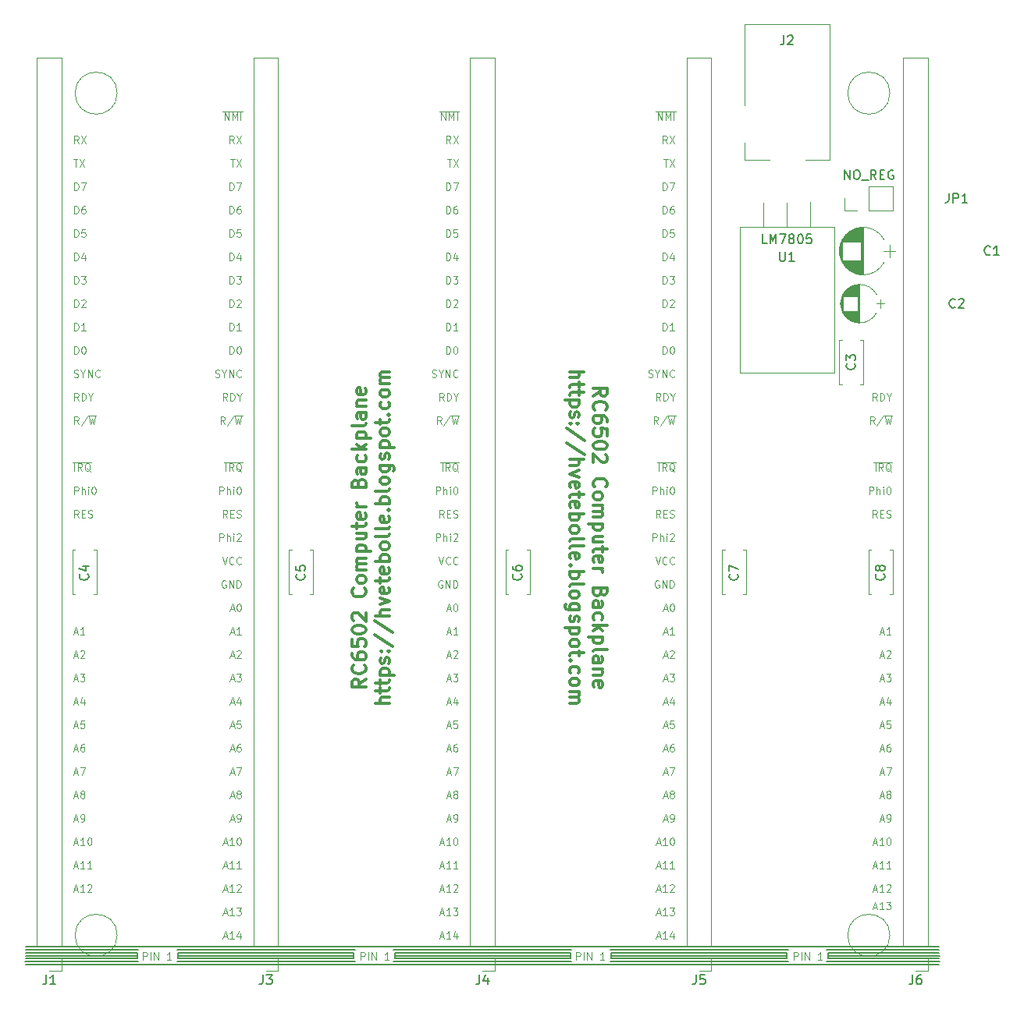
<source format=gto>
G04 #@! TF.FileFunction,Legend,Top*
%FSLAX46Y46*%
G04 Gerber Fmt 4.6, Leading zero omitted, Abs format (unit mm)*
G04 Created by KiCad (PCBNEW 4.0.7) date 01/07/19 16:06:24*
%MOMM*%
%LPD*%
G01*
G04 APERTURE LIST*
%ADD10C,0.100000*%
%ADD11C,0.300000*%
%ADD12C,0.200000*%
%ADD13C,0.120000*%
%ADD14C,0.150000*%
G04 APERTURE END LIST*
D10*
D11*
X123786429Y-95132859D02*
X124500714Y-94632859D01*
X123786429Y-94275716D02*
X125286429Y-94275716D01*
X125286429Y-94847144D01*
X125215000Y-94990002D01*
X125143571Y-95061430D01*
X125000714Y-95132859D01*
X124786429Y-95132859D01*
X124643571Y-95061430D01*
X124572143Y-94990002D01*
X124500714Y-94847144D01*
X124500714Y-94275716D01*
X123929286Y-96632859D02*
X123857857Y-96561430D01*
X123786429Y-96347144D01*
X123786429Y-96204287D01*
X123857857Y-95990002D01*
X124000714Y-95847144D01*
X124143571Y-95775716D01*
X124429286Y-95704287D01*
X124643571Y-95704287D01*
X124929286Y-95775716D01*
X125072143Y-95847144D01*
X125215000Y-95990002D01*
X125286429Y-96204287D01*
X125286429Y-96347144D01*
X125215000Y-96561430D01*
X125143571Y-96632859D01*
X125286429Y-97918573D02*
X125286429Y-97632859D01*
X125215000Y-97490002D01*
X125143571Y-97418573D01*
X124929286Y-97275716D01*
X124643571Y-97204287D01*
X124072143Y-97204287D01*
X123929286Y-97275716D01*
X123857857Y-97347144D01*
X123786429Y-97490002D01*
X123786429Y-97775716D01*
X123857857Y-97918573D01*
X123929286Y-97990002D01*
X124072143Y-98061430D01*
X124429286Y-98061430D01*
X124572143Y-97990002D01*
X124643571Y-97918573D01*
X124715000Y-97775716D01*
X124715000Y-97490002D01*
X124643571Y-97347144D01*
X124572143Y-97275716D01*
X124429286Y-97204287D01*
X125286429Y-99418573D02*
X125286429Y-98704287D01*
X124572143Y-98632858D01*
X124643571Y-98704287D01*
X124715000Y-98847144D01*
X124715000Y-99204287D01*
X124643571Y-99347144D01*
X124572143Y-99418573D01*
X124429286Y-99490001D01*
X124072143Y-99490001D01*
X123929286Y-99418573D01*
X123857857Y-99347144D01*
X123786429Y-99204287D01*
X123786429Y-98847144D01*
X123857857Y-98704287D01*
X123929286Y-98632858D01*
X125286429Y-100418572D02*
X125286429Y-100561429D01*
X125215000Y-100704286D01*
X125143571Y-100775715D01*
X125000714Y-100847144D01*
X124715000Y-100918572D01*
X124357857Y-100918572D01*
X124072143Y-100847144D01*
X123929286Y-100775715D01*
X123857857Y-100704286D01*
X123786429Y-100561429D01*
X123786429Y-100418572D01*
X123857857Y-100275715D01*
X123929286Y-100204286D01*
X124072143Y-100132858D01*
X124357857Y-100061429D01*
X124715000Y-100061429D01*
X125000714Y-100132858D01*
X125143571Y-100204286D01*
X125215000Y-100275715D01*
X125286429Y-100418572D01*
X125143571Y-101490000D02*
X125215000Y-101561429D01*
X125286429Y-101704286D01*
X125286429Y-102061429D01*
X125215000Y-102204286D01*
X125143571Y-102275715D01*
X125000714Y-102347143D01*
X124857857Y-102347143D01*
X124643571Y-102275715D01*
X123786429Y-101418572D01*
X123786429Y-102347143D01*
X123929286Y-104990000D02*
X123857857Y-104918571D01*
X123786429Y-104704285D01*
X123786429Y-104561428D01*
X123857857Y-104347143D01*
X124000714Y-104204285D01*
X124143571Y-104132857D01*
X124429286Y-104061428D01*
X124643571Y-104061428D01*
X124929286Y-104132857D01*
X125072143Y-104204285D01*
X125215000Y-104347143D01*
X125286429Y-104561428D01*
X125286429Y-104704285D01*
X125215000Y-104918571D01*
X125143571Y-104990000D01*
X123786429Y-105847143D02*
X123857857Y-105704285D01*
X123929286Y-105632857D01*
X124072143Y-105561428D01*
X124500714Y-105561428D01*
X124643571Y-105632857D01*
X124715000Y-105704285D01*
X124786429Y-105847143D01*
X124786429Y-106061428D01*
X124715000Y-106204285D01*
X124643571Y-106275714D01*
X124500714Y-106347143D01*
X124072143Y-106347143D01*
X123929286Y-106275714D01*
X123857857Y-106204285D01*
X123786429Y-106061428D01*
X123786429Y-105847143D01*
X123786429Y-106990000D02*
X124786429Y-106990000D01*
X124643571Y-106990000D02*
X124715000Y-107061428D01*
X124786429Y-107204286D01*
X124786429Y-107418571D01*
X124715000Y-107561428D01*
X124572143Y-107632857D01*
X123786429Y-107632857D01*
X124572143Y-107632857D02*
X124715000Y-107704286D01*
X124786429Y-107847143D01*
X124786429Y-108061428D01*
X124715000Y-108204286D01*
X124572143Y-108275714D01*
X123786429Y-108275714D01*
X124786429Y-108990000D02*
X123286429Y-108990000D01*
X124715000Y-108990000D02*
X124786429Y-109132857D01*
X124786429Y-109418571D01*
X124715000Y-109561428D01*
X124643571Y-109632857D01*
X124500714Y-109704286D01*
X124072143Y-109704286D01*
X123929286Y-109632857D01*
X123857857Y-109561428D01*
X123786429Y-109418571D01*
X123786429Y-109132857D01*
X123857857Y-108990000D01*
X124786429Y-110990000D02*
X123786429Y-110990000D01*
X124786429Y-110347143D02*
X124000714Y-110347143D01*
X123857857Y-110418571D01*
X123786429Y-110561429D01*
X123786429Y-110775714D01*
X123857857Y-110918571D01*
X123929286Y-110990000D01*
X124786429Y-111490000D02*
X124786429Y-112061429D01*
X125286429Y-111704286D02*
X124000714Y-111704286D01*
X123857857Y-111775714D01*
X123786429Y-111918572D01*
X123786429Y-112061429D01*
X123857857Y-113132857D02*
X123786429Y-112990000D01*
X123786429Y-112704286D01*
X123857857Y-112561429D01*
X124000714Y-112490000D01*
X124572143Y-112490000D01*
X124715000Y-112561429D01*
X124786429Y-112704286D01*
X124786429Y-112990000D01*
X124715000Y-113132857D01*
X124572143Y-113204286D01*
X124429286Y-113204286D01*
X124286429Y-112490000D01*
X123786429Y-113847143D02*
X124786429Y-113847143D01*
X124500714Y-113847143D02*
X124643571Y-113918571D01*
X124715000Y-113990000D01*
X124786429Y-114132857D01*
X124786429Y-114275714D01*
X124572143Y-116418571D02*
X124500714Y-116632857D01*
X124429286Y-116704285D01*
X124286429Y-116775714D01*
X124072143Y-116775714D01*
X123929286Y-116704285D01*
X123857857Y-116632857D01*
X123786429Y-116489999D01*
X123786429Y-115918571D01*
X125286429Y-115918571D01*
X125286429Y-116418571D01*
X125215000Y-116561428D01*
X125143571Y-116632857D01*
X125000714Y-116704285D01*
X124857857Y-116704285D01*
X124715000Y-116632857D01*
X124643571Y-116561428D01*
X124572143Y-116418571D01*
X124572143Y-115918571D01*
X123786429Y-118061428D02*
X124572143Y-118061428D01*
X124715000Y-117989999D01*
X124786429Y-117847142D01*
X124786429Y-117561428D01*
X124715000Y-117418571D01*
X123857857Y-118061428D02*
X123786429Y-117918571D01*
X123786429Y-117561428D01*
X123857857Y-117418571D01*
X124000714Y-117347142D01*
X124143571Y-117347142D01*
X124286429Y-117418571D01*
X124357857Y-117561428D01*
X124357857Y-117918571D01*
X124429286Y-118061428D01*
X123857857Y-119418571D02*
X123786429Y-119275714D01*
X123786429Y-118990000D01*
X123857857Y-118847142D01*
X123929286Y-118775714D01*
X124072143Y-118704285D01*
X124500714Y-118704285D01*
X124643571Y-118775714D01*
X124715000Y-118847142D01*
X124786429Y-118990000D01*
X124786429Y-119275714D01*
X124715000Y-119418571D01*
X123786429Y-120061428D02*
X125286429Y-120061428D01*
X124357857Y-120204285D02*
X123786429Y-120632856D01*
X124786429Y-120632856D02*
X124215000Y-120061428D01*
X124786429Y-121275714D02*
X123286429Y-121275714D01*
X124715000Y-121275714D02*
X124786429Y-121418571D01*
X124786429Y-121704285D01*
X124715000Y-121847142D01*
X124643571Y-121918571D01*
X124500714Y-121990000D01*
X124072143Y-121990000D01*
X123929286Y-121918571D01*
X123857857Y-121847142D01*
X123786429Y-121704285D01*
X123786429Y-121418571D01*
X123857857Y-121275714D01*
X123786429Y-122847143D02*
X123857857Y-122704285D01*
X124000714Y-122632857D01*
X125286429Y-122632857D01*
X123786429Y-124061428D02*
X124572143Y-124061428D01*
X124715000Y-123989999D01*
X124786429Y-123847142D01*
X124786429Y-123561428D01*
X124715000Y-123418571D01*
X123857857Y-124061428D02*
X123786429Y-123918571D01*
X123786429Y-123561428D01*
X123857857Y-123418571D01*
X124000714Y-123347142D01*
X124143571Y-123347142D01*
X124286429Y-123418571D01*
X124357857Y-123561428D01*
X124357857Y-123918571D01*
X124429286Y-124061428D01*
X124786429Y-124775714D02*
X123786429Y-124775714D01*
X124643571Y-124775714D02*
X124715000Y-124847142D01*
X124786429Y-124990000D01*
X124786429Y-125204285D01*
X124715000Y-125347142D01*
X124572143Y-125418571D01*
X123786429Y-125418571D01*
X123857857Y-126704285D02*
X123786429Y-126561428D01*
X123786429Y-126275714D01*
X123857857Y-126132857D01*
X124000714Y-126061428D01*
X124572143Y-126061428D01*
X124715000Y-126132857D01*
X124786429Y-126275714D01*
X124786429Y-126561428D01*
X124715000Y-126704285D01*
X124572143Y-126775714D01*
X124429286Y-126775714D01*
X124286429Y-126061428D01*
X121236429Y-92489999D02*
X122736429Y-92489999D01*
X121236429Y-93132856D02*
X122022143Y-93132856D01*
X122165000Y-93061427D01*
X122236429Y-92918570D01*
X122236429Y-92704285D01*
X122165000Y-92561427D01*
X122093571Y-92489999D01*
X122236429Y-93632856D02*
X122236429Y-94204285D01*
X122736429Y-93847142D02*
X121450714Y-93847142D01*
X121307857Y-93918570D01*
X121236429Y-94061428D01*
X121236429Y-94204285D01*
X122236429Y-94489999D02*
X122236429Y-95061428D01*
X122736429Y-94704285D02*
X121450714Y-94704285D01*
X121307857Y-94775713D01*
X121236429Y-94918571D01*
X121236429Y-95061428D01*
X122236429Y-95561428D02*
X120736429Y-95561428D01*
X122165000Y-95561428D02*
X122236429Y-95704285D01*
X122236429Y-95989999D01*
X122165000Y-96132856D01*
X122093571Y-96204285D01*
X121950714Y-96275714D01*
X121522143Y-96275714D01*
X121379286Y-96204285D01*
X121307857Y-96132856D01*
X121236429Y-95989999D01*
X121236429Y-95704285D01*
X121307857Y-95561428D01*
X121307857Y-96847142D02*
X121236429Y-96989999D01*
X121236429Y-97275714D01*
X121307857Y-97418571D01*
X121450714Y-97489999D01*
X121522143Y-97489999D01*
X121665000Y-97418571D01*
X121736429Y-97275714D01*
X121736429Y-97061428D01*
X121807857Y-96918571D01*
X121950714Y-96847142D01*
X122022143Y-96847142D01*
X122165000Y-96918571D01*
X122236429Y-97061428D01*
X122236429Y-97275714D01*
X122165000Y-97418571D01*
X121379286Y-98132857D02*
X121307857Y-98204285D01*
X121236429Y-98132857D01*
X121307857Y-98061428D01*
X121379286Y-98132857D01*
X121236429Y-98132857D01*
X122165000Y-98132857D02*
X122093571Y-98204285D01*
X122022143Y-98132857D01*
X122093571Y-98061428D01*
X122165000Y-98132857D01*
X122022143Y-98132857D01*
X122807857Y-99918571D02*
X120879286Y-98632857D01*
X122807857Y-101490000D02*
X120879286Y-100204286D01*
X121236429Y-101990001D02*
X122736429Y-101990001D01*
X121236429Y-102632858D02*
X122022143Y-102632858D01*
X122165000Y-102561429D01*
X122236429Y-102418572D01*
X122236429Y-102204287D01*
X122165000Y-102061429D01*
X122093571Y-101990001D01*
X122236429Y-103204287D02*
X121236429Y-103561430D01*
X122236429Y-103918572D01*
X121307857Y-105061429D02*
X121236429Y-104918572D01*
X121236429Y-104632858D01*
X121307857Y-104490001D01*
X121450714Y-104418572D01*
X122022143Y-104418572D01*
X122165000Y-104490001D01*
X122236429Y-104632858D01*
X122236429Y-104918572D01*
X122165000Y-105061429D01*
X122022143Y-105132858D01*
X121879286Y-105132858D01*
X121736429Y-104418572D01*
X122236429Y-105561429D02*
X122236429Y-106132858D01*
X122736429Y-105775715D02*
X121450714Y-105775715D01*
X121307857Y-105847143D01*
X121236429Y-105990001D01*
X121236429Y-106132858D01*
X121307857Y-107204286D02*
X121236429Y-107061429D01*
X121236429Y-106775715D01*
X121307857Y-106632858D01*
X121450714Y-106561429D01*
X122022143Y-106561429D01*
X122165000Y-106632858D01*
X122236429Y-106775715D01*
X122236429Y-107061429D01*
X122165000Y-107204286D01*
X122022143Y-107275715D01*
X121879286Y-107275715D01*
X121736429Y-106561429D01*
X121236429Y-107918572D02*
X122736429Y-107918572D01*
X122165000Y-107918572D02*
X122236429Y-108061429D01*
X122236429Y-108347143D01*
X122165000Y-108490000D01*
X122093571Y-108561429D01*
X121950714Y-108632858D01*
X121522143Y-108632858D01*
X121379286Y-108561429D01*
X121307857Y-108490000D01*
X121236429Y-108347143D01*
X121236429Y-108061429D01*
X121307857Y-107918572D01*
X121236429Y-109490001D02*
X121307857Y-109347143D01*
X121379286Y-109275715D01*
X121522143Y-109204286D01*
X121950714Y-109204286D01*
X122093571Y-109275715D01*
X122165000Y-109347143D01*
X122236429Y-109490001D01*
X122236429Y-109704286D01*
X122165000Y-109847143D01*
X122093571Y-109918572D01*
X121950714Y-109990001D01*
X121522143Y-109990001D01*
X121379286Y-109918572D01*
X121307857Y-109847143D01*
X121236429Y-109704286D01*
X121236429Y-109490001D01*
X121236429Y-110847144D02*
X121307857Y-110704286D01*
X121450714Y-110632858D01*
X122736429Y-110632858D01*
X121236429Y-111632858D02*
X121307857Y-111490000D01*
X121450714Y-111418572D01*
X122736429Y-111418572D01*
X121307857Y-112775714D02*
X121236429Y-112632857D01*
X121236429Y-112347143D01*
X121307857Y-112204286D01*
X121450714Y-112132857D01*
X122022143Y-112132857D01*
X122165000Y-112204286D01*
X122236429Y-112347143D01*
X122236429Y-112632857D01*
X122165000Y-112775714D01*
X122022143Y-112847143D01*
X121879286Y-112847143D01*
X121736429Y-112132857D01*
X121379286Y-113490000D02*
X121307857Y-113561428D01*
X121236429Y-113490000D01*
X121307857Y-113418571D01*
X121379286Y-113490000D01*
X121236429Y-113490000D01*
X121236429Y-114204286D02*
X122736429Y-114204286D01*
X122165000Y-114204286D02*
X122236429Y-114347143D01*
X122236429Y-114632857D01*
X122165000Y-114775714D01*
X122093571Y-114847143D01*
X121950714Y-114918572D01*
X121522143Y-114918572D01*
X121379286Y-114847143D01*
X121307857Y-114775714D01*
X121236429Y-114632857D01*
X121236429Y-114347143D01*
X121307857Y-114204286D01*
X121236429Y-115775715D02*
X121307857Y-115632857D01*
X121450714Y-115561429D01*
X122736429Y-115561429D01*
X121236429Y-116561429D02*
X121307857Y-116418571D01*
X121379286Y-116347143D01*
X121522143Y-116275714D01*
X121950714Y-116275714D01*
X122093571Y-116347143D01*
X122165000Y-116418571D01*
X122236429Y-116561429D01*
X122236429Y-116775714D01*
X122165000Y-116918571D01*
X122093571Y-116990000D01*
X121950714Y-117061429D01*
X121522143Y-117061429D01*
X121379286Y-116990000D01*
X121307857Y-116918571D01*
X121236429Y-116775714D01*
X121236429Y-116561429D01*
X122236429Y-118347143D02*
X121022143Y-118347143D01*
X120879286Y-118275714D01*
X120807857Y-118204286D01*
X120736429Y-118061429D01*
X120736429Y-117847143D01*
X120807857Y-117704286D01*
X121307857Y-118347143D02*
X121236429Y-118204286D01*
X121236429Y-117918572D01*
X121307857Y-117775714D01*
X121379286Y-117704286D01*
X121522143Y-117632857D01*
X121950714Y-117632857D01*
X122093571Y-117704286D01*
X122165000Y-117775714D01*
X122236429Y-117918572D01*
X122236429Y-118204286D01*
X122165000Y-118347143D01*
X121307857Y-118990000D02*
X121236429Y-119132857D01*
X121236429Y-119418572D01*
X121307857Y-119561429D01*
X121450714Y-119632857D01*
X121522143Y-119632857D01*
X121665000Y-119561429D01*
X121736429Y-119418572D01*
X121736429Y-119204286D01*
X121807857Y-119061429D01*
X121950714Y-118990000D01*
X122022143Y-118990000D01*
X122165000Y-119061429D01*
X122236429Y-119204286D01*
X122236429Y-119418572D01*
X122165000Y-119561429D01*
X122236429Y-120275715D02*
X120736429Y-120275715D01*
X122165000Y-120275715D02*
X122236429Y-120418572D01*
X122236429Y-120704286D01*
X122165000Y-120847143D01*
X122093571Y-120918572D01*
X121950714Y-120990001D01*
X121522143Y-120990001D01*
X121379286Y-120918572D01*
X121307857Y-120847143D01*
X121236429Y-120704286D01*
X121236429Y-120418572D01*
X121307857Y-120275715D01*
X121236429Y-121847144D02*
X121307857Y-121704286D01*
X121379286Y-121632858D01*
X121522143Y-121561429D01*
X121950714Y-121561429D01*
X122093571Y-121632858D01*
X122165000Y-121704286D01*
X122236429Y-121847144D01*
X122236429Y-122061429D01*
X122165000Y-122204286D01*
X122093571Y-122275715D01*
X121950714Y-122347144D01*
X121522143Y-122347144D01*
X121379286Y-122275715D01*
X121307857Y-122204286D01*
X121236429Y-122061429D01*
X121236429Y-121847144D01*
X122236429Y-122775715D02*
X122236429Y-123347144D01*
X122736429Y-122990001D02*
X121450714Y-122990001D01*
X121307857Y-123061429D01*
X121236429Y-123204287D01*
X121236429Y-123347144D01*
X121379286Y-123847144D02*
X121307857Y-123918572D01*
X121236429Y-123847144D01*
X121307857Y-123775715D01*
X121379286Y-123847144D01*
X121236429Y-123847144D01*
X121307857Y-125204287D02*
X121236429Y-125061430D01*
X121236429Y-124775716D01*
X121307857Y-124632858D01*
X121379286Y-124561430D01*
X121522143Y-124490001D01*
X121950714Y-124490001D01*
X122093571Y-124561430D01*
X122165000Y-124632858D01*
X122236429Y-124775716D01*
X122236429Y-125061430D01*
X122165000Y-125204287D01*
X121236429Y-126061430D02*
X121307857Y-125918572D01*
X121379286Y-125847144D01*
X121522143Y-125775715D01*
X121950714Y-125775715D01*
X122093571Y-125847144D01*
X122165000Y-125918572D01*
X122236429Y-126061430D01*
X122236429Y-126275715D01*
X122165000Y-126418572D01*
X122093571Y-126490001D01*
X121950714Y-126561430D01*
X121522143Y-126561430D01*
X121379286Y-126490001D01*
X121307857Y-126418572D01*
X121236429Y-126275715D01*
X121236429Y-126061430D01*
X121236429Y-127204287D02*
X122236429Y-127204287D01*
X122093571Y-127204287D02*
X122165000Y-127275715D01*
X122236429Y-127418573D01*
X122236429Y-127632858D01*
X122165000Y-127775715D01*
X122022143Y-127847144D01*
X121236429Y-127847144D01*
X122022143Y-127847144D02*
X122165000Y-127918573D01*
X122236429Y-128061430D01*
X122236429Y-128275715D01*
X122165000Y-128418573D01*
X122022143Y-128490001D01*
X121236429Y-128490001D01*
X99098571Y-125847141D02*
X98384286Y-126347141D01*
X99098571Y-126704284D02*
X97598571Y-126704284D01*
X97598571Y-126132856D01*
X97670000Y-125989998D01*
X97741429Y-125918570D01*
X97884286Y-125847141D01*
X98098571Y-125847141D01*
X98241429Y-125918570D01*
X98312857Y-125989998D01*
X98384286Y-126132856D01*
X98384286Y-126704284D01*
X98955714Y-124347141D02*
X99027143Y-124418570D01*
X99098571Y-124632856D01*
X99098571Y-124775713D01*
X99027143Y-124989998D01*
X98884286Y-125132856D01*
X98741429Y-125204284D01*
X98455714Y-125275713D01*
X98241429Y-125275713D01*
X97955714Y-125204284D01*
X97812857Y-125132856D01*
X97670000Y-124989998D01*
X97598571Y-124775713D01*
X97598571Y-124632856D01*
X97670000Y-124418570D01*
X97741429Y-124347141D01*
X97598571Y-123061427D02*
X97598571Y-123347141D01*
X97670000Y-123489998D01*
X97741429Y-123561427D01*
X97955714Y-123704284D01*
X98241429Y-123775713D01*
X98812857Y-123775713D01*
X98955714Y-123704284D01*
X99027143Y-123632856D01*
X99098571Y-123489998D01*
X99098571Y-123204284D01*
X99027143Y-123061427D01*
X98955714Y-122989998D01*
X98812857Y-122918570D01*
X98455714Y-122918570D01*
X98312857Y-122989998D01*
X98241429Y-123061427D01*
X98170000Y-123204284D01*
X98170000Y-123489998D01*
X98241429Y-123632856D01*
X98312857Y-123704284D01*
X98455714Y-123775713D01*
X97598571Y-121561427D02*
X97598571Y-122275713D01*
X98312857Y-122347142D01*
X98241429Y-122275713D01*
X98170000Y-122132856D01*
X98170000Y-121775713D01*
X98241429Y-121632856D01*
X98312857Y-121561427D01*
X98455714Y-121489999D01*
X98812857Y-121489999D01*
X98955714Y-121561427D01*
X99027143Y-121632856D01*
X99098571Y-121775713D01*
X99098571Y-122132856D01*
X99027143Y-122275713D01*
X98955714Y-122347142D01*
X97598571Y-120561428D02*
X97598571Y-120418571D01*
X97670000Y-120275714D01*
X97741429Y-120204285D01*
X97884286Y-120132856D01*
X98170000Y-120061428D01*
X98527143Y-120061428D01*
X98812857Y-120132856D01*
X98955714Y-120204285D01*
X99027143Y-120275714D01*
X99098571Y-120418571D01*
X99098571Y-120561428D01*
X99027143Y-120704285D01*
X98955714Y-120775714D01*
X98812857Y-120847142D01*
X98527143Y-120918571D01*
X98170000Y-120918571D01*
X97884286Y-120847142D01*
X97741429Y-120775714D01*
X97670000Y-120704285D01*
X97598571Y-120561428D01*
X97741429Y-119490000D02*
X97670000Y-119418571D01*
X97598571Y-119275714D01*
X97598571Y-118918571D01*
X97670000Y-118775714D01*
X97741429Y-118704285D01*
X97884286Y-118632857D01*
X98027143Y-118632857D01*
X98241429Y-118704285D01*
X99098571Y-119561428D01*
X99098571Y-118632857D01*
X98955714Y-115990000D02*
X99027143Y-116061429D01*
X99098571Y-116275715D01*
X99098571Y-116418572D01*
X99027143Y-116632857D01*
X98884286Y-116775715D01*
X98741429Y-116847143D01*
X98455714Y-116918572D01*
X98241429Y-116918572D01*
X97955714Y-116847143D01*
X97812857Y-116775715D01*
X97670000Y-116632857D01*
X97598571Y-116418572D01*
X97598571Y-116275715D01*
X97670000Y-116061429D01*
X97741429Y-115990000D01*
X99098571Y-115132857D02*
X99027143Y-115275715D01*
X98955714Y-115347143D01*
X98812857Y-115418572D01*
X98384286Y-115418572D01*
X98241429Y-115347143D01*
X98170000Y-115275715D01*
X98098571Y-115132857D01*
X98098571Y-114918572D01*
X98170000Y-114775715D01*
X98241429Y-114704286D01*
X98384286Y-114632857D01*
X98812857Y-114632857D01*
X98955714Y-114704286D01*
X99027143Y-114775715D01*
X99098571Y-114918572D01*
X99098571Y-115132857D01*
X99098571Y-113990000D02*
X98098571Y-113990000D01*
X98241429Y-113990000D02*
X98170000Y-113918572D01*
X98098571Y-113775714D01*
X98098571Y-113561429D01*
X98170000Y-113418572D01*
X98312857Y-113347143D01*
X99098571Y-113347143D01*
X98312857Y-113347143D02*
X98170000Y-113275714D01*
X98098571Y-113132857D01*
X98098571Y-112918572D01*
X98170000Y-112775714D01*
X98312857Y-112704286D01*
X99098571Y-112704286D01*
X98098571Y-111990000D02*
X99598571Y-111990000D01*
X98170000Y-111990000D02*
X98098571Y-111847143D01*
X98098571Y-111561429D01*
X98170000Y-111418572D01*
X98241429Y-111347143D01*
X98384286Y-111275714D01*
X98812857Y-111275714D01*
X98955714Y-111347143D01*
X99027143Y-111418572D01*
X99098571Y-111561429D01*
X99098571Y-111847143D01*
X99027143Y-111990000D01*
X98098571Y-109990000D02*
X99098571Y-109990000D01*
X98098571Y-110632857D02*
X98884286Y-110632857D01*
X99027143Y-110561429D01*
X99098571Y-110418571D01*
X99098571Y-110204286D01*
X99027143Y-110061429D01*
X98955714Y-109990000D01*
X98098571Y-109490000D02*
X98098571Y-108918571D01*
X97598571Y-109275714D02*
X98884286Y-109275714D01*
X99027143Y-109204286D01*
X99098571Y-109061428D01*
X99098571Y-108918571D01*
X99027143Y-107847143D02*
X99098571Y-107990000D01*
X99098571Y-108275714D01*
X99027143Y-108418571D01*
X98884286Y-108490000D01*
X98312857Y-108490000D01*
X98170000Y-108418571D01*
X98098571Y-108275714D01*
X98098571Y-107990000D01*
X98170000Y-107847143D01*
X98312857Y-107775714D01*
X98455714Y-107775714D01*
X98598571Y-108490000D01*
X99098571Y-107132857D02*
X98098571Y-107132857D01*
X98384286Y-107132857D02*
X98241429Y-107061429D01*
X98170000Y-106990000D01*
X98098571Y-106847143D01*
X98098571Y-106704286D01*
X98312857Y-104561429D02*
X98384286Y-104347143D01*
X98455714Y-104275715D01*
X98598571Y-104204286D01*
X98812857Y-104204286D01*
X98955714Y-104275715D01*
X99027143Y-104347143D01*
X99098571Y-104490001D01*
X99098571Y-105061429D01*
X97598571Y-105061429D01*
X97598571Y-104561429D01*
X97670000Y-104418572D01*
X97741429Y-104347143D01*
X97884286Y-104275715D01*
X98027143Y-104275715D01*
X98170000Y-104347143D01*
X98241429Y-104418572D01*
X98312857Y-104561429D01*
X98312857Y-105061429D01*
X99098571Y-102918572D02*
X98312857Y-102918572D01*
X98170000Y-102990001D01*
X98098571Y-103132858D01*
X98098571Y-103418572D01*
X98170000Y-103561429D01*
X99027143Y-102918572D02*
X99098571Y-103061429D01*
X99098571Y-103418572D01*
X99027143Y-103561429D01*
X98884286Y-103632858D01*
X98741429Y-103632858D01*
X98598571Y-103561429D01*
X98527143Y-103418572D01*
X98527143Y-103061429D01*
X98455714Y-102918572D01*
X99027143Y-101561429D02*
X99098571Y-101704286D01*
X99098571Y-101990000D01*
X99027143Y-102132858D01*
X98955714Y-102204286D01*
X98812857Y-102275715D01*
X98384286Y-102275715D01*
X98241429Y-102204286D01*
X98170000Y-102132858D01*
X98098571Y-101990000D01*
X98098571Y-101704286D01*
X98170000Y-101561429D01*
X99098571Y-100918572D02*
X97598571Y-100918572D01*
X98527143Y-100775715D02*
X99098571Y-100347144D01*
X98098571Y-100347144D02*
X98670000Y-100918572D01*
X98098571Y-99704286D02*
X99598571Y-99704286D01*
X98170000Y-99704286D02*
X98098571Y-99561429D01*
X98098571Y-99275715D01*
X98170000Y-99132858D01*
X98241429Y-99061429D01*
X98384286Y-98990000D01*
X98812857Y-98990000D01*
X98955714Y-99061429D01*
X99027143Y-99132858D01*
X99098571Y-99275715D01*
X99098571Y-99561429D01*
X99027143Y-99704286D01*
X99098571Y-98132857D02*
X99027143Y-98275715D01*
X98884286Y-98347143D01*
X97598571Y-98347143D01*
X99098571Y-96918572D02*
X98312857Y-96918572D01*
X98170000Y-96990001D01*
X98098571Y-97132858D01*
X98098571Y-97418572D01*
X98170000Y-97561429D01*
X99027143Y-96918572D02*
X99098571Y-97061429D01*
X99098571Y-97418572D01*
X99027143Y-97561429D01*
X98884286Y-97632858D01*
X98741429Y-97632858D01*
X98598571Y-97561429D01*
X98527143Y-97418572D01*
X98527143Y-97061429D01*
X98455714Y-96918572D01*
X98098571Y-96204286D02*
X99098571Y-96204286D01*
X98241429Y-96204286D02*
X98170000Y-96132858D01*
X98098571Y-95990000D01*
X98098571Y-95775715D01*
X98170000Y-95632858D01*
X98312857Y-95561429D01*
X99098571Y-95561429D01*
X99027143Y-94275715D02*
X99098571Y-94418572D01*
X99098571Y-94704286D01*
X99027143Y-94847143D01*
X98884286Y-94918572D01*
X98312857Y-94918572D01*
X98170000Y-94847143D01*
X98098571Y-94704286D01*
X98098571Y-94418572D01*
X98170000Y-94275715D01*
X98312857Y-94204286D01*
X98455714Y-94204286D01*
X98598571Y-94918572D01*
X101648571Y-128490001D02*
X100148571Y-128490001D01*
X101648571Y-127847144D02*
X100862857Y-127847144D01*
X100720000Y-127918573D01*
X100648571Y-128061430D01*
X100648571Y-128275715D01*
X100720000Y-128418573D01*
X100791429Y-128490001D01*
X100648571Y-127347144D02*
X100648571Y-126775715D01*
X100148571Y-127132858D02*
X101434286Y-127132858D01*
X101577143Y-127061430D01*
X101648571Y-126918572D01*
X101648571Y-126775715D01*
X100648571Y-126490001D02*
X100648571Y-125918572D01*
X100148571Y-126275715D02*
X101434286Y-126275715D01*
X101577143Y-126204287D01*
X101648571Y-126061429D01*
X101648571Y-125918572D01*
X100648571Y-125418572D02*
X102148571Y-125418572D01*
X100720000Y-125418572D02*
X100648571Y-125275715D01*
X100648571Y-124990001D01*
X100720000Y-124847144D01*
X100791429Y-124775715D01*
X100934286Y-124704286D01*
X101362857Y-124704286D01*
X101505714Y-124775715D01*
X101577143Y-124847144D01*
X101648571Y-124990001D01*
X101648571Y-125275715D01*
X101577143Y-125418572D01*
X101577143Y-124132858D02*
X101648571Y-123990001D01*
X101648571Y-123704286D01*
X101577143Y-123561429D01*
X101434286Y-123490001D01*
X101362857Y-123490001D01*
X101220000Y-123561429D01*
X101148571Y-123704286D01*
X101148571Y-123918572D01*
X101077143Y-124061429D01*
X100934286Y-124132858D01*
X100862857Y-124132858D01*
X100720000Y-124061429D01*
X100648571Y-123918572D01*
X100648571Y-123704286D01*
X100720000Y-123561429D01*
X101505714Y-122847143D02*
X101577143Y-122775715D01*
X101648571Y-122847143D01*
X101577143Y-122918572D01*
X101505714Y-122847143D01*
X101648571Y-122847143D01*
X100720000Y-122847143D02*
X100791429Y-122775715D01*
X100862857Y-122847143D01*
X100791429Y-122918572D01*
X100720000Y-122847143D01*
X100862857Y-122847143D01*
X100077143Y-121061429D02*
X102005714Y-122347143D01*
X100077143Y-119490000D02*
X102005714Y-120775714D01*
X101648571Y-118989999D02*
X100148571Y-118989999D01*
X101648571Y-118347142D02*
X100862857Y-118347142D01*
X100720000Y-118418571D01*
X100648571Y-118561428D01*
X100648571Y-118775713D01*
X100720000Y-118918571D01*
X100791429Y-118989999D01*
X100648571Y-117775713D02*
X101648571Y-117418570D01*
X100648571Y-117061428D01*
X101577143Y-115918571D02*
X101648571Y-116061428D01*
X101648571Y-116347142D01*
X101577143Y-116489999D01*
X101434286Y-116561428D01*
X100862857Y-116561428D01*
X100720000Y-116489999D01*
X100648571Y-116347142D01*
X100648571Y-116061428D01*
X100720000Y-115918571D01*
X100862857Y-115847142D01*
X101005714Y-115847142D01*
X101148571Y-116561428D01*
X100648571Y-115418571D02*
X100648571Y-114847142D01*
X100148571Y-115204285D02*
X101434286Y-115204285D01*
X101577143Y-115132857D01*
X101648571Y-114989999D01*
X101648571Y-114847142D01*
X101577143Y-113775714D02*
X101648571Y-113918571D01*
X101648571Y-114204285D01*
X101577143Y-114347142D01*
X101434286Y-114418571D01*
X100862857Y-114418571D01*
X100720000Y-114347142D01*
X100648571Y-114204285D01*
X100648571Y-113918571D01*
X100720000Y-113775714D01*
X100862857Y-113704285D01*
X101005714Y-113704285D01*
X101148571Y-114418571D01*
X101648571Y-113061428D02*
X100148571Y-113061428D01*
X100720000Y-113061428D02*
X100648571Y-112918571D01*
X100648571Y-112632857D01*
X100720000Y-112490000D01*
X100791429Y-112418571D01*
X100934286Y-112347142D01*
X101362857Y-112347142D01*
X101505714Y-112418571D01*
X101577143Y-112490000D01*
X101648571Y-112632857D01*
X101648571Y-112918571D01*
X101577143Y-113061428D01*
X101648571Y-111489999D02*
X101577143Y-111632857D01*
X101505714Y-111704285D01*
X101362857Y-111775714D01*
X100934286Y-111775714D01*
X100791429Y-111704285D01*
X100720000Y-111632857D01*
X100648571Y-111489999D01*
X100648571Y-111275714D01*
X100720000Y-111132857D01*
X100791429Y-111061428D01*
X100934286Y-110989999D01*
X101362857Y-110989999D01*
X101505714Y-111061428D01*
X101577143Y-111132857D01*
X101648571Y-111275714D01*
X101648571Y-111489999D01*
X101648571Y-110132856D02*
X101577143Y-110275714D01*
X101434286Y-110347142D01*
X100148571Y-110347142D01*
X101648571Y-109347142D02*
X101577143Y-109490000D01*
X101434286Y-109561428D01*
X100148571Y-109561428D01*
X101577143Y-108204286D02*
X101648571Y-108347143D01*
X101648571Y-108632857D01*
X101577143Y-108775714D01*
X101434286Y-108847143D01*
X100862857Y-108847143D01*
X100720000Y-108775714D01*
X100648571Y-108632857D01*
X100648571Y-108347143D01*
X100720000Y-108204286D01*
X100862857Y-108132857D01*
X101005714Y-108132857D01*
X101148571Y-108847143D01*
X101505714Y-107490000D02*
X101577143Y-107418572D01*
X101648571Y-107490000D01*
X101577143Y-107561429D01*
X101505714Y-107490000D01*
X101648571Y-107490000D01*
X101648571Y-106775714D02*
X100148571Y-106775714D01*
X100720000Y-106775714D02*
X100648571Y-106632857D01*
X100648571Y-106347143D01*
X100720000Y-106204286D01*
X100791429Y-106132857D01*
X100934286Y-106061428D01*
X101362857Y-106061428D01*
X101505714Y-106132857D01*
X101577143Y-106204286D01*
X101648571Y-106347143D01*
X101648571Y-106632857D01*
X101577143Y-106775714D01*
X101648571Y-105204285D02*
X101577143Y-105347143D01*
X101434286Y-105418571D01*
X100148571Y-105418571D01*
X101648571Y-104418571D02*
X101577143Y-104561429D01*
X101505714Y-104632857D01*
X101362857Y-104704286D01*
X100934286Y-104704286D01*
X100791429Y-104632857D01*
X100720000Y-104561429D01*
X100648571Y-104418571D01*
X100648571Y-104204286D01*
X100720000Y-104061429D01*
X100791429Y-103990000D01*
X100934286Y-103918571D01*
X101362857Y-103918571D01*
X101505714Y-103990000D01*
X101577143Y-104061429D01*
X101648571Y-104204286D01*
X101648571Y-104418571D01*
X100648571Y-102632857D02*
X101862857Y-102632857D01*
X102005714Y-102704286D01*
X102077143Y-102775714D01*
X102148571Y-102918571D01*
X102148571Y-103132857D01*
X102077143Y-103275714D01*
X101577143Y-102632857D02*
X101648571Y-102775714D01*
X101648571Y-103061428D01*
X101577143Y-103204286D01*
X101505714Y-103275714D01*
X101362857Y-103347143D01*
X100934286Y-103347143D01*
X100791429Y-103275714D01*
X100720000Y-103204286D01*
X100648571Y-103061428D01*
X100648571Y-102775714D01*
X100720000Y-102632857D01*
X101577143Y-101990000D02*
X101648571Y-101847143D01*
X101648571Y-101561428D01*
X101577143Y-101418571D01*
X101434286Y-101347143D01*
X101362857Y-101347143D01*
X101220000Y-101418571D01*
X101148571Y-101561428D01*
X101148571Y-101775714D01*
X101077143Y-101918571D01*
X100934286Y-101990000D01*
X100862857Y-101990000D01*
X100720000Y-101918571D01*
X100648571Y-101775714D01*
X100648571Y-101561428D01*
X100720000Y-101418571D01*
X100648571Y-100704285D02*
X102148571Y-100704285D01*
X100720000Y-100704285D02*
X100648571Y-100561428D01*
X100648571Y-100275714D01*
X100720000Y-100132857D01*
X100791429Y-100061428D01*
X100934286Y-99989999D01*
X101362857Y-99989999D01*
X101505714Y-100061428D01*
X101577143Y-100132857D01*
X101648571Y-100275714D01*
X101648571Y-100561428D01*
X101577143Y-100704285D01*
X101648571Y-99132856D02*
X101577143Y-99275714D01*
X101505714Y-99347142D01*
X101362857Y-99418571D01*
X100934286Y-99418571D01*
X100791429Y-99347142D01*
X100720000Y-99275714D01*
X100648571Y-99132856D01*
X100648571Y-98918571D01*
X100720000Y-98775714D01*
X100791429Y-98704285D01*
X100934286Y-98632856D01*
X101362857Y-98632856D01*
X101505714Y-98704285D01*
X101577143Y-98775714D01*
X101648571Y-98918571D01*
X101648571Y-99132856D01*
X100648571Y-98204285D02*
X100648571Y-97632856D01*
X100148571Y-97989999D02*
X101434286Y-97989999D01*
X101577143Y-97918571D01*
X101648571Y-97775713D01*
X101648571Y-97632856D01*
X101505714Y-97132856D02*
X101577143Y-97061428D01*
X101648571Y-97132856D01*
X101577143Y-97204285D01*
X101505714Y-97132856D01*
X101648571Y-97132856D01*
X101577143Y-95775713D02*
X101648571Y-95918570D01*
X101648571Y-96204284D01*
X101577143Y-96347142D01*
X101505714Y-96418570D01*
X101362857Y-96489999D01*
X100934286Y-96489999D01*
X100791429Y-96418570D01*
X100720000Y-96347142D01*
X100648571Y-96204284D01*
X100648571Y-95918570D01*
X100720000Y-95775713D01*
X101648571Y-94918570D02*
X101577143Y-95061428D01*
X101505714Y-95132856D01*
X101362857Y-95204285D01*
X100934286Y-95204285D01*
X100791429Y-95132856D01*
X100720000Y-95061428D01*
X100648571Y-94918570D01*
X100648571Y-94704285D01*
X100720000Y-94561428D01*
X100791429Y-94489999D01*
X100934286Y-94418570D01*
X101362857Y-94418570D01*
X101505714Y-94489999D01*
X101577143Y-94561428D01*
X101648571Y-94704285D01*
X101648571Y-94918570D01*
X101648571Y-93775713D02*
X100648571Y-93775713D01*
X100791429Y-93775713D02*
X100720000Y-93704285D01*
X100648571Y-93561427D01*
X100648571Y-93347142D01*
X100720000Y-93204285D01*
X100862857Y-93132856D01*
X101648571Y-93132856D01*
X100862857Y-93132856D02*
X100720000Y-93061427D01*
X100648571Y-92918570D01*
X100648571Y-92704285D01*
X100720000Y-92561427D01*
X100862857Y-92489999D01*
X101648571Y-92489999D01*
D12*
X149225000Y-155257500D02*
X149098000Y-155257500D01*
X149225000Y-156527500D02*
X149098000Y-156527500D01*
X144780000Y-156527500D02*
X144907000Y-156527500D01*
X144780000Y-155257500D02*
X144907000Y-155257500D01*
X125730000Y-156527500D02*
X125603000Y-156527500D01*
X125730000Y-155257500D02*
X125603000Y-155257500D01*
X121285000Y-156527500D02*
X121412000Y-156527500D01*
X121285000Y-155257500D02*
X121412000Y-155257500D01*
X102235000Y-155257500D02*
X102108000Y-155257500D01*
X102235000Y-156527500D02*
X102108000Y-156527500D01*
X97790000Y-156527500D02*
X97917000Y-156527500D01*
X97790000Y-155257500D02*
X97917000Y-155257500D01*
X78740000Y-156527500D02*
X78613000Y-156527500D01*
X78740000Y-155257500D02*
X78613000Y-155257500D01*
X74295000Y-156527500D02*
X74422000Y-156527500D01*
X74295000Y-155257500D02*
X74422000Y-155257500D01*
X62166500Y-156527500D02*
X74295000Y-156527500D01*
X62230000Y-155257500D02*
X74295000Y-155257500D01*
X149225000Y-155257500D02*
X161290000Y-155257500D01*
X149225000Y-156527500D02*
X161353500Y-156527500D01*
X125730000Y-156527500D02*
X144780000Y-156527500D01*
X125730000Y-155257500D02*
X144780000Y-155257500D01*
X121285000Y-156527500D02*
X102235000Y-156527500D01*
X102235000Y-155257500D02*
X121285000Y-155257500D01*
X78740000Y-156527500D02*
X97790000Y-156527500D01*
X97790000Y-155257500D02*
X78740000Y-155257500D01*
X74295000Y-155892500D02*
X62230000Y-155892500D01*
X97790000Y-155892500D02*
X78740000Y-155892500D01*
X149225000Y-155892500D02*
X161353500Y-155892500D01*
X125730000Y-155892500D02*
X144780000Y-155892500D01*
X102235000Y-155892500D02*
X121285000Y-155892500D01*
X149225000Y-155575000D02*
X149225000Y-156210000D01*
X144780000Y-156210000D02*
X144780000Y-155575000D01*
X125730000Y-156210000D02*
X125730000Y-155575000D01*
X121285000Y-156210000D02*
X121285000Y-155575000D01*
X102235000Y-155575000D02*
X102235000Y-156210000D01*
X97790000Y-156210000D02*
X97790000Y-155575000D01*
X78740000Y-156210000D02*
X78740000Y-155575000D01*
X74295000Y-156210000D02*
X74295000Y-155575000D01*
X62230000Y-156210000D02*
X74295000Y-156210000D01*
X74295000Y-155575000D02*
X62230000Y-155575000D01*
X78740000Y-156210000D02*
X97790000Y-156210000D01*
X97790000Y-155575000D02*
X78740000Y-155575000D01*
X102235000Y-156210000D02*
X121285000Y-156210000D01*
X121285000Y-155575000D02*
X102235000Y-155575000D01*
X125730000Y-156210000D02*
X144780000Y-156210000D01*
X144780000Y-155575000D02*
X125730000Y-155575000D01*
X149225000Y-156210000D02*
X161290000Y-156210000D01*
X161290000Y-155575000D02*
X149225000Y-155575000D01*
D10*
X145561238Y-156317905D02*
X145561238Y-155517905D01*
X145866000Y-155517905D01*
X145942191Y-155556000D01*
X145980286Y-155594095D01*
X146018381Y-155670286D01*
X146018381Y-155784571D01*
X145980286Y-155860762D01*
X145942191Y-155898857D01*
X145866000Y-155936952D01*
X145561238Y-155936952D01*
X146361238Y-156317905D02*
X146361238Y-155517905D01*
X146742190Y-156317905D02*
X146742190Y-155517905D01*
X147199333Y-156317905D01*
X147199333Y-155517905D01*
X148608857Y-156317905D02*
X148151714Y-156317905D01*
X148380285Y-156317905D02*
X148380285Y-155517905D01*
X148304095Y-155632190D01*
X148227904Y-155708381D01*
X148151714Y-155746476D01*
X74949238Y-156317905D02*
X74949238Y-155517905D01*
X75254000Y-155517905D01*
X75330191Y-155556000D01*
X75368286Y-155594095D01*
X75406381Y-155670286D01*
X75406381Y-155784571D01*
X75368286Y-155860762D01*
X75330191Y-155898857D01*
X75254000Y-155936952D01*
X74949238Y-155936952D01*
X75749238Y-156317905D02*
X75749238Y-155517905D01*
X76130190Y-156317905D02*
X76130190Y-155517905D01*
X76587333Y-156317905D01*
X76587333Y-155517905D01*
X77996857Y-156317905D02*
X77539714Y-156317905D01*
X77768285Y-156317905D02*
X77768285Y-155517905D01*
X77692095Y-155632190D01*
X77615904Y-155708381D01*
X77539714Y-155746476D01*
X121939238Y-156317905D02*
X121939238Y-155517905D01*
X122244000Y-155517905D01*
X122320191Y-155556000D01*
X122358286Y-155594095D01*
X122396381Y-155670286D01*
X122396381Y-155784571D01*
X122358286Y-155860762D01*
X122320191Y-155898857D01*
X122244000Y-155936952D01*
X121939238Y-155936952D01*
X122739238Y-156317905D02*
X122739238Y-155517905D01*
X123120190Y-156317905D02*
X123120190Y-155517905D01*
X123577333Y-156317905D01*
X123577333Y-155517905D01*
X124986857Y-156317905D02*
X124529714Y-156317905D01*
X124758285Y-156317905D02*
X124758285Y-155517905D01*
X124682095Y-155632190D01*
X124605904Y-155708381D01*
X124529714Y-155746476D01*
X98571238Y-156317905D02*
X98571238Y-155517905D01*
X98876000Y-155517905D01*
X98952191Y-155556000D01*
X98990286Y-155594095D01*
X99028381Y-155670286D01*
X99028381Y-155784571D01*
X98990286Y-155860762D01*
X98952191Y-155898857D01*
X98876000Y-155936952D01*
X98571238Y-155936952D01*
X99371238Y-156317905D02*
X99371238Y-155517905D01*
X99752190Y-156317905D02*
X99752190Y-155517905D01*
X100209333Y-156317905D01*
X100209333Y-155517905D01*
X101618857Y-156317905D02*
X101161714Y-156317905D01*
X101390285Y-156317905D02*
X101390285Y-155517905D01*
X101314095Y-155632190D01*
X101237904Y-155708381D01*
X101161714Y-155746476D01*
X67957619Y-67671905D02*
X67690952Y-67290952D01*
X67500476Y-67671905D02*
X67500476Y-66871905D01*
X67805238Y-66871905D01*
X67881429Y-66910000D01*
X67919524Y-66948095D01*
X67957619Y-67024286D01*
X67957619Y-67138571D01*
X67919524Y-67214762D01*
X67881429Y-67252857D01*
X67805238Y-67290952D01*
X67500476Y-67290952D01*
X68224286Y-66871905D02*
X68757619Y-67671905D01*
X68757619Y-66871905D02*
X68224286Y-67671905D01*
X67386190Y-69411905D02*
X67843333Y-69411905D01*
X67614762Y-70211905D02*
X67614762Y-69411905D01*
X68033810Y-69411905D02*
X68567143Y-70211905D01*
X68567143Y-69411905D02*
X68033810Y-70211905D01*
X67500476Y-72751905D02*
X67500476Y-71951905D01*
X67690952Y-71951905D01*
X67805238Y-71990000D01*
X67881429Y-72066190D01*
X67919524Y-72142381D01*
X67957619Y-72294762D01*
X67957619Y-72409048D01*
X67919524Y-72561429D01*
X67881429Y-72637619D01*
X67805238Y-72713810D01*
X67690952Y-72751905D01*
X67500476Y-72751905D01*
X68224286Y-71951905D02*
X68757619Y-71951905D01*
X68414762Y-72751905D01*
X67500476Y-75291905D02*
X67500476Y-74491905D01*
X67690952Y-74491905D01*
X67805238Y-74530000D01*
X67881429Y-74606190D01*
X67919524Y-74682381D01*
X67957619Y-74834762D01*
X67957619Y-74949048D01*
X67919524Y-75101429D01*
X67881429Y-75177619D01*
X67805238Y-75253810D01*
X67690952Y-75291905D01*
X67500476Y-75291905D01*
X68643333Y-74491905D02*
X68490952Y-74491905D01*
X68414762Y-74530000D01*
X68376667Y-74568095D01*
X68300476Y-74682381D01*
X68262381Y-74834762D01*
X68262381Y-75139524D01*
X68300476Y-75215714D01*
X68338571Y-75253810D01*
X68414762Y-75291905D01*
X68567143Y-75291905D01*
X68643333Y-75253810D01*
X68681429Y-75215714D01*
X68719524Y-75139524D01*
X68719524Y-74949048D01*
X68681429Y-74872857D01*
X68643333Y-74834762D01*
X68567143Y-74796667D01*
X68414762Y-74796667D01*
X68338571Y-74834762D01*
X68300476Y-74872857D01*
X68262381Y-74949048D01*
X67500476Y-77831905D02*
X67500476Y-77031905D01*
X67690952Y-77031905D01*
X67805238Y-77070000D01*
X67881429Y-77146190D01*
X67919524Y-77222381D01*
X67957619Y-77374762D01*
X67957619Y-77489048D01*
X67919524Y-77641429D01*
X67881429Y-77717619D01*
X67805238Y-77793810D01*
X67690952Y-77831905D01*
X67500476Y-77831905D01*
X68681429Y-77031905D02*
X68300476Y-77031905D01*
X68262381Y-77412857D01*
X68300476Y-77374762D01*
X68376667Y-77336667D01*
X68567143Y-77336667D01*
X68643333Y-77374762D01*
X68681429Y-77412857D01*
X68719524Y-77489048D01*
X68719524Y-77679524D01*
X68681429Y-77755714D01*
X68643333Y-77793810D01*
X68567143Y-77831905D01*
X68376667Y-77831905D01*
X68300476Y-77793810D01*
X68262381Y-77755714D01*
X67500476Y-80371905D02*
X67500476Y-79571905D01*
X67690952Y-79571905D01*
X67805238Y-79610000D01*
X67881429Y-79686190D01*
X67919524Y-79762381D01*
X67957619Y-79914762D01*
X67957619Y-80029048D01*
X67919524Y-80181429D01*
X67881429Y-80257619D01*
X67805238Y-80333810D01*
X67690952Y-80371905D01*
X67500476Y-80371905D01*
X68643333Y-79838571D02*
X68643333Y-80371905D01*
X68452857Y-79533810D02*
X68262381Y-80105238D01*
X68757619Y-80105238D01*
X67500476Y-82911905D02*
X67500476Y-82111905D01*
X67690952Y-82111905D01*
X67805238Y-82150000D01*
X67881429Y-82226190D01*
X67919524Y-82302381D01*
X67957619Y-82454762D01*
X67957619Y-82569048D01*
X67919524Y-82721429D01*
X67881429Y-82797619D01*
X67805238Y-82873810D01*
X67690952Y-82911905D01*
X67500476Y-82911905D01*
X68224286Y-82111905D02*
X68719524Y-82111905D01*
X68452857Y-82416667D01*
X68567143Y-82416667D01*
X68643333Y-82454762D01*
X68681429Y-82492857D01*
X68719524Y-82569048D01*
X68719524Y-82759524D01*
X68681429Y-82835714D01*
X68643333Y-82873810D01*
X68567143Y-82911905D01*
X68338571Y-82911905D01*
X68262381Y-82873810D01*
X68224286Y-82835714D01*
X67500476Y-85451905D02*
X67500476Y-84651905D01*
X67690952Y-84651905D01*
X67805238Y-84690000D01*
X67881429Y-84766190D01*
X67919524Y-84842381D01*
X67957619Y-84994762D01*
X67957619Y-85109048D01*
X67919524Y-85261429D01*
X67881429Y-85337619D01*
X67805238Y-85413810D01*
X67690952Y-85451905D01*
X67500476Y-85451905D01*
X68262381Y-84728095D02*
X68300476Y-84690000D01*
X68376667Y-84651905D01*
X68567143Y-84651905D01*
X68643333Y-84690000D01*
X68681429Y-84728095D01*
X68719524Y-84804286D01*
X68719524Y-84880476D01*
X68681429Y-84994762D01*
X68224286Y-85451905D01*
X68719524Y-85451905D01*
X67500476Y-87991905D02*
X67500476Y-87191905D01*
X67690952Y-87191905D01*
X67805238Y-87230000D01*
X67881429Y-87306190D01*
X67919524Y-87382381D01*
X67957619Y-87534762D01*
X67957619Y-87649048D01*
X67919524Y-87801429D01*
X67881429Y-87877619D01*
X67805238Y-87953810D01*
X67690952Y-87991905D01*
X67500476Y-87991905D01*
X68719524Y-87991905D02*
X68262381Y-87991905D01*
X68490952Y-87991905D02*
X68490952Y-87191905D01*
X68414762Y-87306190D01*
X68338571Y-87382381D01*
X68262381Y-87420476D01*
X67500476Y-90531905D02*
X67500476Y-89731905D01*
X67690952Y-89731905D01*
X67805238Y-89770000D01*
X67881429Y-89846190D01*
X67919524Y-89922381D01*
X67957619Y-90074762D01*
X67957619Y-90189048D01*
X67919524Y-90341429D01*
X67881429Y-90417619D01*
X67805238Y-90493810D01*
X67690952Y-90531905D01*
X67500476Y-90531905D01*
X68452857Y-89731905D02*
X68529048Y-89731905D01*
X68605238Y-89770000D01*
X68643333Y-89808095D01*
X68681429Y-89884286D01*
X68719524Y-90036667D01*
X68719524Y-90227143D01*
X68681429Y-90379524D01*
X68643333Y-90455714D01*
X68605238Y-90493810D01*
X68529048Y-90531905D01*
X68452857Y-90531905D01*
X68376667Y-90493810D01*
X68338571Y-90455714D01*
X68300476Y-90379524D01*
X68262381Y-90227143D01*
X68262381Y-90036667D01*
X68300476Y-89884286D01*
X68338571Y-89808095D01*
X68376667Y-89770000D01*
X68452857Y-89731905D01*
X67462381Y-93033810D02*
X67576667Y-93071905D01*
X67767143Y-93071905D01*
X67843333Y-93033810D01*
X67881429Y-92995714D01*
X67919524Y-92919524D01*
X67919524Y-92843333D01*
X67881429Y-92767143D01*
X67843333Y-92729048D01*
X67767143Y-92690952D01*
X67614762Y-92652857D01*
X67538571Y-92614762D01*
X67500476Y-92576667D01*
X67462381Y-92500476D01*
X67462381Y-92424286D01*
X67500476Y-92348095D01*
X67538571Y-92310000D01*
X67614762Y-92271905D01*
X67805238Y-92271905D01*
X67919524Y-92310000D01*
X68414762Y-92690952D02*
X68414762Y-93071905D01*
X68148095Y-92271905D02*
X68414762Y-92690952D01*
X68681429Y-92271905D01*
X68948095Y-93071905D02*
X68948095Y-92271905D01*
X69405238Y-93071905D01*
X69405238Y-92271905D01*
X70243333Y-92995714D02*
X70205238Y-93033810D01*
X70090952Y-93071905D01*
X70014762Y-93071905D01*
X69900476Y-93033810D01*
X69824285Y-92957619D01*
X69786190Y-92881429D01*
X69748095Y-92729048D01*
X69748095Y-92614762D01*
X69786190Y-92462381D01*
X69824285Y-92386190D01*
X69900476Y-92310000D01*
X70014762Y-92271905D01*
X70090952Y-92271905D01*
X70205238Y-92310000D01*
X70243333Y-92348095D01*
X67957619Y-95611905D02*
X67690952Y-95230952D01*
X67500476Y-95611905D02*
X67500476Y-94811905D01*
X67805238Y-94811905D01*
X67881429Y-94850000D01*
X67919524Y-94888095D01*
X67957619Y-94964286D01*
X67957619Y-95078571D01*
X67919524Y-95154762D01*
X67881429Y-95192857D01*
X67805238Y-95230952D01*
X67500476Y-95230952D01*
X68300476Y-95611905D02*
X68300476Y-94811905D01*
X68490952Y-94811905D01*
X68605238Y-94850000D01*
X68681429Y-94926190D01*
X68719524Y-95002381D01*
X68757619Y-95154762D01*
X68757619Y-95269048D01*
X68719524Y-95421429D01*
X68681429Y-95497619D01*
X68605238Y-95573810D01*
X68490952Y-95611905D01*
X68300476Y-95611905D01*
X69252857Y-95230952D02*
X69252857Y-95611905D01*
X68986190Y-94811905D02*
X69252857Y-95230952D01*
X69519524Y-94811905D01*
X67957619Y-98151905D02*
X67690952Y-97770952D01*
X67500476Y-98151905D02*
X67500476Y-97351905D01*
X67805238Y-97351905D01*
X67881429Y-97390000D01*
X67919524Y-97428095D01*
X67957619Y-97504286D01*
X67957619Y-97618571D01*
X67919524Y-97694762D01*
X67881429Y-97732857D01*
X67805238Y-97770952D01*
X67500476Y-97770952D01*
X68871905Y-97313810D02*
X68186190Y-98342381D01*
X69062381Y-97351905D02*
X69252857Y-98151905D01*
X69405238Y-97580476D01*
X69557619Y-98151905D01*
X69748095Y-97351905D01*
X68948095Y-97214000D02*
X69862381Y-97214000D01*
X67500476Y-103231905D02*
X67500476Y-102431905D01*
X68338571Y-103231905D02*
X68071904Y-102850952D01*
X67881428Y-103231905D02*
X67881428Y-102431905D01*
X68186190Y-102431905D01*
X68262381Y-102470000D01*
X68300476Y-102508095D01*
X68338571Y-102584286D01*
X68338571Y-102698571D01*
X68300476Y-102774762D01*
X68262381Y-102812857D01*
X68186190Y-102850952D01*
X67881428Y-102850952D01*
X69214762Y-103308095D02*
X69138571Y-103270000D01*
X69062381Y-103193810D01*
X68948095Y-103079524D01*
X68871904Y-103041429D01*
X68795714Y-103041429D01*
X68833809Y-103231905D02*
X68757619Y-103193810D01*
X68681428Y-103117619D01*
X68643333Y-102965238D01*
X68643333Y-102698571D01*
X68681428Y-102546190D01*
X68757619Y-102470000D01*
X68833809Y-102431905D01*
X68986190Y-102431905D01*
X69062381Y-102470000D01*
X69138571Y-102546190D01*
X69176666Y-102698571D01*
X69176666Y-102965238D01*
X69138571Y-103117619D01*
X69062381Y-103193810D01*
X68986190Y-103231905D01*
X68833809Y-103231905D01*
X67310000Y-102294000D02*
X69329047Y-102294000D01*
X67500476Y-105771905D02*
X67500476Y-104971905D01*
X67805238Y-104971905D01*
X67881429Y-105010000D01*
X67919524Y-105048095D01*
X67957619Y-105124286D01*
X67957619Y-105238571D01*
X67919524Y-105314762D01*
X67881429Y-105352857D01*
X67805238Y-105390952D01*
X67500476Y-105390952D01*
X68300476Y-105771905D02*
X68300476Y-104971905D01*
X68643333Y-105771905D02*
X68643333Y-105352857D01*
X68605238Y-105276667D01*
X68529048Y-105238571D01*
X68414762Y-105238571D01*
X68338571Y-105276667D01*
X68300476Y-105314762D01*
X69024286Y-105771905D02*
X69024286Y-105238571D01*
X69024286Y-104971905D02*
X68986191Y-105010000D01*
X69024286Y-105048095D01*
X69062381Y-105010000D01*
X69024286Y-104971905D01*
X69024286Y-105048095D01*
X69557619Y-104971905D02*
X69633810Y-104971905D01*
X69710000Y-105010000D01*
X69748095Y-105048095D01*
X69786191Y-105124286D01*
X69824286Y-105276667D01*
X69824286Y-105467143D01*
X69786191Y-105619524D01*
X69748095Y-105695714D01*
X69710000Y-105733810D01*
X69633810Y-105771905D01*
X69557619Y-105771905D01*
X69481429Y-105733810D01*
X69443333Y-105695714D01*
X69405238Y-105619524D01*
X69367143Y-105467143D01*
X69367143Y-105276667D01*
X69405238Y-105124286D01*
X69443333Y-105048095D01*
X69481429Y-105010000D01*
X69557619Y-104971905D01*
X67957619Y-108311905D02*
X67690952Y-107930952D01*
X67500476Y-108311905D02*
X67500476Y-107511905D01*
X67805238Y-107511905D01*
X67881429Y-107550000D01*
X67919524Y-107588095D01*
X67957619Y-107664286D01*
X67957619Y-107778571D01*
X67919524Y-107854762D01*
X67881429Y-107892857D01*
X67805238Y-107930952D01*
X67500476Y-107930952D01*
X68300476Y-107892857D02*
X68567143Y-107892857D01*
X68681429Y-108311905D02*
X68300476Y-108311905D01*
X68300476Y-107511905D01*
X68681429Y-107511905D01*
X68986191Y-108273810D02*
X69100477Y-108311905D01*
X69290953Y-108311905D01*
X69367143Y-108273810D01*
X69405239Y-108235714D01*
X69443334Y-108159524D01*
X69443334Y-108083333D01*
X69405239Y-108007143D01*
X69367143Y-107969048D01*
X69290953Y-107930952D01*
X69138572Y-107892857D01*
X69062381Y-107854762D01*
X69024286Y-107816667D01*
X68986191Y-107740476D01*
X68986191Y-107664286D01*
X69024286Y-107588095D01*
X69062381Y-107550000D01*
X69138572Y-107511905D01*
X69329048Y-107511905D01*
X69443334Y-107550000D01*
X67462381Y-120783333D02*
X67843333Y-120783333D01*
X67386190Y-121011905D02*
X67652857Y-120211905D01*
X67919524Y-121011905D01*
X68605238Y-121011905D02*
X68148095Y-121011905D01*
X68376666Y-121011905D02*
X68376666Y-120211905D01*
X68300476Y-120326190D01*
X68224285Y-120402381D01*
X68148095Y-120440476D01*
X67462381Y-123323333D02*
X67843333Y-123323333D01*
X67386190Y-123551905D02*
X67652857Y-122751905D01*
X67919524Y-123551905D01*
X68148095Y-122828095D02*
X68186190Y-122790000D01*
X68262381Y-122751905D01*
X68452857Y-122751905D01*
X68529047Y-122790000D01*
X68567143Y-122828095D01*
X68605238Y-122904286D01*
X68605238Y-122980476D01*
X68567143Y-123094762D01*
X68110000Y-123551905D01*
X68605238Y-123551905D01*
X67462381Y-125863333D02*
X67843333Y-125863333D01*
X67386190Y-126091905D02*
X67652857Y-125291905D01*
X67919524Y-126091905D01*
X68110000Y-125291905D02*
X68605238Y-125291905D01*
X68338571Y-125596667D01*
X68452857Y-125596667D01*
X68529047Y-125634762D01*
X68567143Y-125672857D01*
X68605238Y-125749048D01*
X68605238Y-125939524D01*
X68567143Y-126015714D01*
X68529047Y-126053810D01*
X68452857Y-126091905D01*
X68224285Y-126091905D01*
X68148095Y-126053810D01*
X68110000Y-126015714D01*
X67462381Y-128403333D02*
X67843333Y-128403333D01*
X67386190Y-128631905D02*
X67652857Y-127831905D01*
X67919524Y-128631905D01*
X68529047Y-128098571D02*
X68529047Y-128631905D01*
X68338571Y-127793810D02*
X68148095Y-128365238D01*
X68643333Y-128365238D01*
X67462381Y-130943333D02*
X67843333Y-130943333D01*
X67386190Y-131171905D02*
X67652857Y-130371905D01*
X67919524Y-131171905D01*
X68567143Y-130371905D02*
X68186190Y-130371905D01*
X68148095Y-130752857D01*
X68186190Y-130714762D01*
X68262381Y-130676667D01*
X68452857Y-130676667D01*
X68529047Y-130714762D01*
X68567143Y-130752857D01*
X68605238Y-130829048D01*
X68605238Y-131019524D01*
X68567143Y-131095714D01*
X68529047Y-131133810D01*
X68452857Y-131171905D01*
X68262381Y-131171905D01*
X68186190Y-131133810D01*
X68148095Y-131095714D01*
X67462381Y-133483333D02*
X67843333Y-133483333D01*
X67386190Y-133711905D02*
X67652857Y-132911905D01*
X67919524Y-133711905D01*
X68529047Y-132911905D02*
X68376666Y-132911905D01*
X68300476Y-132950000D01*
X68262381Y-132988095D01*
X68186190Y-133102381D01*
X68148095Y-133254762D01*
X68148095Y-133559524D01*
X68186190Y-133635714D01*
X68224285Y-133673810D01*
X68300476Y-133711905D01*
X68452857Y-133711905D01*
X68529047Y-133673810D01*
X68567143Y-133635714D01*
X68605238Y-133559524D01*
X68605238Y-133369048D01*
X68567143Y-133292857D01*
X68529047Y-133254762D01*
X68452857Y-133216667D01*
X68300476Y-133216667D01*
X68224285Y-133254762D01*
X68186190Y-133292857D01*
X68148095Y-133369048D01*
X67462381Y-136023333D02*
X67843333Y-136023333D01*
X67386190Y-136251905D02*
X67652857Y-135451905D01*
X67919524Y-136251905D01*
X68110000Y-135451905D02*
X68643333Y-135451905D01*
X68300476Y-136251905D01*
X84429762Y-141103333D02*
X84810714Y-141103333D01*
X84353571Y-141331905D02*
X84620238Y-140531905D01*
X84886905Y-141331905D01*
X85191666Y-141331905D02*
X85344047Y-141331905D01*
X85420238Y-141293810D01*
X85458333Y-141255714D01*
X85534524Y-141141429D01*
X85572619Y-140989048D01*
X85572619Y-140684286D01*
X85534524Y-140608095D01*
X85496428Y-140570000D01*
X85420238Y-140531905D01*
X85267857Y-140531905D01*
X85191666Y-140570000D01*
X85153571Y-140608095D01*
X85115476Y-140684286D01*
X85115476Y-140874762D01*
X85153571Y-140950952D01*
X85191666Y-140989048D01*
X85267857Y-141027143D01*
X85420238Y-141027143D01*
X85496428Y-140989048D01*
X85534524Y-140950952D01*
X85572619Y-140874762D01*
X67462381Y-138563333D02*
X67843333Y-138563333D01*
X67386190Y-138791905D02*
X67652857Y-137991905D01*
X67919524Y-138791905D01*
X68300476Y-138334762D02*
X68224285Y-138296667D01*
X68186190Y-138258571D01*
X68148095Y-138182381D01*
X68148095Y-138144286D01*
X68186190Y-138068095D01*
X68224285Y-138030000D01*
X68300476Y-137991905D01*
X68452857Y-137991905D01*
X68529047Y-138030000D01*
X68567143Y-138068095D01*
X68605238Y-138144286D01*
X68605238Y-138182381D01*
X68567143Y-138258571D01*
X68529047Y-138296667D01*
X68452857Y-138334762D01*
X68300476Y-138334762D01*
X68224285Y-138372857D01*
X68186190Y-138410952D01*
X68148095Y-138487143D01*
X68148095Y-138639524D01*
X68186190Y-138715714D01*
X68224285Y-138753810D01*
X68300476Y-138791905D01*
X68452857Y-138791905D01*
X68529047Y-138753810D01*
X68567143Y-138715714D01*
X68605238Y-138639524D01*
X68605238Y-138487143D01*
X68567143Y-138410952D01*
X68529047Y-138372857D01*
X68452857Y-138334762D01*
X67462381Y-143643333D02*
X67843333Y-143643333D01*
X67386190Y-143871905D02*
X67652857Y-143071905D01*
X67919524Y-143871905D01*
X68605238Y-143871905D02*
X68148095Y-143871905D01*
X68376666Y-143871905D02*
X68376666Y-143071905D01*
X68300476Y-143186190D01*
X68224285Y-143262381D01*
X68148095Y-143300476D01*
X69100476Y-143071905D02*
X69176667Y-143071905D01*
X69252857Y-143110000D01*
X69290952Y-143148095D01*
X69329048Y-143224286D01*
X69367143Y-143376667D01*
X69367143Y-143567143D01*
X69329048Y-143719524D01*
X69290952Y-143795714D01*
X69252857Y-143833810D01*
X69176667Y-143871905D01*
X69100476Y-143871905D01*
X69024286Y-143833810D01*
X68986190Y-143795714D01*
X68948095Y-143719524D01*
X68910000Y-143567143D01*
X68910000Y-143376667D01*
X68948095Y-143224286D01*
X68986190Y-143148095D01*
X69024286Y-143110000D01*
X69100476Y-143071905D01*
X67462381Y-146183333D02*
X67843333Y-146183333D01*
X67386190Y-146411905D02*
X67652857Y-145611905D01*
X67919524Y-146411905D01*
X68605238Y-146411905D02*
X68148095Y-146411905D01*
X68376666Y-146411905D02*
X68376666Y-145611905D01*
X68300476Y-145726190D01*
X68224285Y-145802381D01*
X68148095Y-145840476D01*
X69367143Y-146411905D02*
X68910000Y-146411905D01*
X69138571Y-146411905D02*
X69138571Y-145611905D01*
X69062381Y-145726190D01*
X68986190Y-145802381D01*
X68910000Y-145840476D01*
X67462381Y-148723333D02*
X67843333Y-148723333D01*
X67386190Y-148951905D02*
X67652857Y-148151905D01*
X67919524Y-148951905D01*
X68605238Y-148951905D02*
X68148095Y-148951905D01*
X68376666Y-148951905D02*
X68376666Y-148151905D01*
X68300476Y-148266190D01*
X68224285Y-148342381D01*
X68148095Y-148380476D01*
X68910000Y-148228095D02*
X68948095Y-148190000D01*
X69024286Y-148151905D01*
X69214762Y-148151905D01*
X69290952Y-148190000D01*
X69329048Y-148228095D01*
X69367143Y-148304286D01*
X69367143Y-148380476D01*
X69329048Y-148494762D01*
X68871905Y-148951905D01*
X69367143Y-148951905D01*
X83667857Y-153803333D02*
X84048809Y-153803333D01*
X83591666Y-154031905D02*
X83858333Y-153231905D01*
X84125000Y-154031905D01*
X84810714Y-154031905D02*
X84353571Y-154031905D01*
X84582142Y-154031905D02*
X84582142Y-153231905D01*
X84505952Y-153346190D01*
X84429761Y-153422381D01*
X84353571Y-153460476D01*
X85496428Y-153498571D02*
X85496428Y-154031905D01*
X85305952Y-153193810D02*
X85115476Y-153765238D01*
X85610714Y-153765238D01*
X83667857Y-151263333D02*
X84048809Y-151263333D01*
X83591666Y-151491905D02*
X83858333Y-150691905D01*
X84125000Y-151491905D01*
X84810714Y-151491905D02*
X84353571Y-151491905D01*
X84582142Y-151491905D02*
X84582142Y-150691905D01*
X84505952Y-150806190D01*
X84429761Y-150882381D01*
X84353571Y-150920476D01*
X85077381Y-150691905D02*
X85572619Y-150691905D01*
X85305952Y-150996667D01*
X85420238Y-150996667D01*
X85496428Y-151034762D01*
X85534524Y-151072857D01*
X85572619Y-151149048D01*
X85572619Y-151339524D01*
X85534524Y-151415714D01*
X85496428Y-151453810D01*
X85420238Y-151491905D01*
X85191666Y-151491905D01*
X85115476Y-151453810D01*
X85077381Y-151415714D01*
X83667857Y-148723333D02*
X84048809Y-148723333D01*
X83591666Y-148951905D02*
X83858333Y-148151905D01*
X84125000Y-148951905D01*
X84810714Y-148951905D02*
X84353571Y-148951905D01*
X84582142Y-148951905D02*
X84582142Y-148151905D01*
X84505952Y-148266190D01*
X84429761Y-148342381D01*
X84353571Y-148380476D01*
X85115476Y-148228095D02*
X85153571Y-148190000D01*
X85229762Y-148151905D01*
X85420238Y-148151905D01*
X85496428Y-148190000D01*
X85534524Y-148228095D01*
X85572619Y-148304286D01*
X85572619Y-148380476D01*
X85534524Y-148494762D01*
X85077381Y-148951905D01*
X85572619Y-148951905D01*
X83667857Y-146183333D02*
X84048809Y-146183333D01*
X83591666Y-146411905D02*
X83858333Y-145611905D01*
X84125000Y-146411905D01*
X84810714Y-146411905D02*
X84353571Y-146411905D01*
X84582142Y-146411905D02*
X84582142Y-145611905D01*
X84505952Y-145726190D01*
X84429761Y-145802381D01*
X84353571Y-145840476D01*
X85572619Y-146411905D02*
X85115476Y-146411905D01*
X85344047Y-146411905D02*
X85344047Y-145611905D01*
X85267857Y-145726190D01*
X85191666Y-145802381D01*
X85115476Y-145840476D01*
X83667857Y-143643333D02*
X84048809Y-143643333D01*
X83591666Y-143871905D02*
X83858333Y-143071905D01*
X84125000Y-143871905D01*
X84810714Y-143871905D02*
X84353571Y-143871905D01*
X84582142Y-143871905D02*
X84582142Y-143071905D01*
X84505952Y-143186190D01*
X84429761Y-143262381D01*
X84353571Y-143300476D01*
X85305952Y-143071905D02*
X85382143Y-143071905D01*
X85458333Y-143110000D01*
X85496428Y-143148095D01*
X85534524Y-143224286D01*
X85572619Y-143376667D01*
X85572619Y-143567143D01*
X85534524Y-143719524D01*
X85496428Y-143795714D01*
X85458333Y-143833810D01*
X85382143Y-143871905D01*
X85305952Y-143871905D01*
X85229762Y-143833810D01*
X85191666Y-143795714D01*
X85153571Y-143719524D01*
X85115476Y-143567143D01*
X85115476Y-143376667D01*
X85153571Y-143224286D01*
X85191666Y-143148095D01*
X85229762Y-143110000D01*
X85305952Y-143071905D01*
X67462381Y-141103333D02*
X67843333Y-141103333D01*
X67386190Y-141331905D02*
X67652857Y-140531905D01*
X67919524Y-141331905D01*
X68224285Y-141331905D02*
X68376666Y-141331905D01*
X68452857Y-141293810D01*
X68490952Y-141255714D01*
X68567143Y-141141429D01*
X68605238Y-140989048D01*
X68605238Y-140684286D01*
X68567143Y-140608095D01*
X68529047Y-140570000D01*
X68452857Y-140531905D01*
X68300476Y-140531905D01*
X68224285Y-140570000D01*
X68186190Y-140608095D01*
X68148095Y-140684286D01*
X68148095Y-140874762D01*
X68186190Y-140950952D01*
X68224285Y-140989048D01*
X68300476Y-141027143D01*
X68452857Y-141027143D01*
X68529047Y-140989048D01*
X68567143Y-140950952D01*
X68605238Y-140874762D01*
X84429762Y-138563333D02*
X84810714Y-138563333D01*
X84353571Y-138791905D02*
X84620238Y-137991905D01*
X84886905Y-138791905D01*
X85267857Y-138334762D02*
X85191666Y-138296667D01*
X85153571Y-138258571D01*
X85115476Y-138182381D01*
X85115476Y-138144286D01*
X85153571Y-138068095D01*
X85191666Y-138030000D01*
X85267857Y-137991905D01*
X85420238Y-137991905D01*
X85496428Y-138030000D01*
X85534524Y-138068095D01*
X85572619Y-138144286D01*
X85572619Y-138182381D01*
X85534524Y-138258571D01*
X85496428Y-138296667D01*
X85420238Y-138334762D01*
X85267857Y-138334762D01*
X85191666Y-138372857D01*
X85153571Y-138410952D01*
X85115476Y-138487143D01*
X85115476Y-138639524D01*
X85153571Y-138715714D01*
X85191666Y-138753810D01*
X85267857Y-138791905D01*
X85420238Y-138791905D01*
X85496428Y-138753810D01*
X85534524Y-138715714D01*
X85572619Y-138639524D01*
X85572619Y-138487143D01*
X85534524Y-138410952D01*
X85496428Y-138372857D01*
X85420238Y-138334762D01*
X84429762Y-136023333D02*
X84810714Y-136023333D01*
X84353571Y-136251905D02*
X84620238Y-135451905D01*
X84886905Y-136251905D01*
X85077381Y-135451905D02*
X85610714Y-135451905D01*
X85267857Y-136251905D01*
X84429762Y-133483333D02*
X84810714Y-133483333D01*
X84353571Y-133711905D02*
X84620238Y-132911905D01*
X84886905Y-133711905D01*
X85496428Y-132911905D02*
X85344047Y-132911905D01*
X85267857Y-132950000D01*
X85229762Y-132988095D01*
X85153571Y-133102381D01*
X85115476Y-133254762D01*
X85115476Y-133559524D01*
X85153571Y-133635714D01*
X85191666Y-133673810D01*
X85267857Y-133711905D01*
X85420238Y-133711905D01*
X85496428Y-133673810D01*
X85534524Y-133635714D01*
X85572619Y-133559524D01*
X85572619Y-133369048D01*
X85534524Y-133292857D01*
X85496428Y-133254762D01*
X85420238Y-133216667D01*
X85267857Y-133216667D01*
X85191666Y-133254762D01*
X85153571Y-133292857D01*
X85115476Y-133369048D01*
X84429762Y-130943333D02*
X84810714Y-130943333D01*
X84353571Y-131171905D02*
X84620238Y-130371905D01*
X84886905Y-131171905D01*
X85534524Y-130371905D02*
X85153571Y-130371905D01*
X85115476Y-130752857D01*
X85153571Y-130714762D01*
X85229762Y-130676667D01*
X85420238Y-130676667D01*
X85496428Y-130714762D01*
X85534524Y-130752857D01*
X85572619Y-130829048D01*
X85572619Y-131019524D01*
X85534524Y-131095714D01*
X85496428Y-131133810D01*
X85420238Y-131171905D01*
X85229762Y-131171905D01*
X85153571Y-131133810D01*
X85115476Y-131095714D01*
X84429762Y-128403333D02*
X84810714Y-128403333D01*
X84353571Y-128631905D02*
X84620238Y-127831905D01*
X84886905Y-128631905D01*
X85496428Y-128098571D02*
X85496428Y-128631905D01*
X85305952Y-127793810D02*
X85115476Y-128365238D01*
X85610714Y-128365238D01*
X84429762Y-125863333D02*
X84810714Y-125863333D01*
X84353571Y-126091905D02*
X84620238Y-125291905D01*
X84886905Y-126091905D01*
X85077381Y-125291905D02*
X85572619Y-125291905D01*
X85305952Y-125596667D01*
X85420238Y-125596667D01*
X85496428Y-125634762D01*
X85534524Y-125672857D01*
X85572619Y-125749048D01*
X85572619Y-125939524D01*
X85534524Y-126015714D01*
X85496428Y-126053810D01*
X85420238Y-126091905D01*
X85191666Y-126091905D01*
X85115476Y-126053810D01*
X85077381Y-126015714D01*
X84429762Y-123323333D02*
X84810714Y-123323333D01*
X84353571Y-123551905D02*
X84620238Y-122751905D01*
X84886905Y-123551905D01*
X85115476Y-122828095D02*
X85153571Y-122790000D01*
X85229762Y-122751905D01*
X85420238Y-122751905D01*
X85496428Y-122790000D01*
X85534524Y-122828095D01*
X85572619Y-122904286D01*
X85572619Y-122980476D01*
X85534524Y-123094762D01*
X85077381Y-123551905D01*
X85572619Y-123551905D01*
X84429762Y-120783333D02*
X84810714Y-120783333D01*
X84353571Y-121011905D02*
X84620238Y-120211905D01*
X84886905Y-121011905D01*
X85572619Y-121011905D02*
X85115476Y-121011905D01*
X85344047Y-121011905D02*
X85344047Y-120211905D01*
X85267857Y-120326190D01*
X85191666Y-120402381D01*
X85115476Y-120440476D01*
X84429762Y-118243333D02*
X84810714Y-118243333D01*
X84353571Y-118471905D02*
X84620238Y-117671905D01*
X84886905Y-118471905D01*
X85305952Y-117671905D02*
X85382143Y-117671905D01*
X85458333Y-117710000D01*
X85496428Y-117748095D01*
X85534524Y-117824286D01*
X85572619Y-117976667D01*
X85572619Y-118167143D01*
X85534524Y-118319524D01*
X85496428Y-118395714D01*
X85458333Y-118433810D01*
X85382143Y-118471905D01*
X85305952Y-118471905D01*
X85229762Y-118433810D01*
X85191666Y-118395714D01*
X85153571Y-118319524D01*
X85115476Y-118167143D01*
X85115476Y-117976667D01*
X85153571Y-117824286D01*
X85191666Y-117748095D01*
X85229762Y-117710000D01*
X85305952Y-117671905D01*
X130772143Y-65131905D02*
X130772143Y-64331905D01*
X131229286Y-65131905D01*
X131229286Y-64331905D01*
X131610238Y-65131905D02*
X131610238Y-64331905D01*
X131876905Y-64903333D01*
X132143572Y-64331905D01*
X132143572Y-65131905D01*
X132524524Y-65131905D02*
X132524524Y-64331905D01*
X130581667Y-64194000D02*
X132715000Y-64194000D01*
X131800714Y-67671905D02*
X131534047Y-67290952D01*
X131343571Y-67671905D02*
X131343571Y-66871905D01*
X131648333Y-66871905D01*
X131724524Y-66910000D01*
X131762619Y-66948095D01*
X131800714Y-67024286D01*
X131800714Y-67138571D01*
X131762619Y-67214762D01*
X131724524Y-67252857D01*
X131648333Y-67290952D01*
X131343571Y-67290952D01*
X132067381Y-66871905D02*
X132600714Y-67671905D01*
X132600714Y-66871905D02*
X132067381Y-67671905D01*
X131419761Y-69411905D02*
X131876904Y-69411905D01*
X131648333Y-70211905D02*
X131648333Y-69411905D01*
X132067381Y-69411905D02*
X132600714Y-70211905D01*
X132600714Y-69411905D02*
X132067381Y-70211905D01*
X131343571Y-72751905D02*
X131343571Y-71951905D01*
X131534047Y-71951905D01*
X131648333Y-71990000D01*
X131724524Y-72066190D01*
X131762619Y-72142381D01*
X131800714Y-72294762D01*
X131800714Y-72409048D01*
X131762619Y-72561429D01*
X131724524Y-72637619D01*
X131648333Y-72713810D01*
X131534047Y-72751905D01*
X131343571Y-72751905D01*
X132067381Y-71951905D02*
X132600714Y-71951905D01*
X132257857Y-72751905D01*
X131343571Y-75291905D02*
X131343571Y-74491905D01*
X131534047Y-74491905D01*
X131648333Y-74530000D01*
X131724524Y-74606190D01*
X131762619Y-74682381D01*
X131800714Y-74834762D01*
X131800714Y-74949048D01*
X131762619Y-75101429D01*
X131724524Y-75177619D01*
X131648333Y-75253810D01*
X131534047Y-75291905D01*
X131343571Y-75291905D01*
X132486428Y-74491905D02*
X132334047Y-74491905D01*
X132257857Y-74530000D01*
X132219762Y-74568095D01*
X132143571Y-74682381D01*
X132105476Y-74834762D01*
X132105476Y-75139524D01*
X132143571Y-75215714D01*
X132181666Y-75253810D01*
X132257857Y-75291905D01*
X132410238Y-75291905D01*
X132486428Y-75253810D01*
X132524524Y-75215714D01*
X132562619Y-75139524D01*
X132562619Y-74949048D01*
X132524524Y-74872857D01*
X132486428Y-74834762D01*
X132410238Y-74796667D01*
X132257857Y-74796667D01*
X132181666Y-74834762D01*
X132143571Y-74872857D01*
X132105476Y-74949048D01*
X131343571Y-77831905D02*
X131343571Y-77031905D01*
X131534047Y-77031905D01*
X131648333Y-77070000D01*
X131724524Y-77146190D01*
X131762619Y-77222381D01*
X131800714Y-77374762D01*
X131800714Y-77489048D01*
X131762619Y-77641429D01*
X131724524Y-77717619D01*
X131648333Y-77793810D01*
X131534047Y-77831905D01*
X131343571Y-77831905D01*
X132524524Y-77031905D02*
X132143571Y-77031905D01*
X132105476Y-77412857D01*
X132143571Y-77374762D01*
X132219762Y-77336667D01*
X132410238Y-77336667D01*
X132486428Y-77374762D01*
X132524524Y-77412857D01*
X132562619Y-77489048D01*
X132562619Y-77679524D01*
X132524524Y-77755714D01*
X132486428Y-77793810D01*
X132410238Y-77831905D01*
X132219762Y-77831905D01*
X132143571Y-77793810D01*
X132105476Y-77755714D01*
X131343571Y-80371905D02*
X131343571Y-79571905D01*
X131534047Y-79571905D01*
X131648333Y-79610000D01*
X131724524Y-79686190D01*
X131762619Y-79762381D01*
X131800714Y-79914762D01*
X131800714Y-80029048D01*
X131762619Y-80181429D01*
X131724524Y-80257619D01*
X131648333Y-80333810D01*
X131534047Y-80371905D01*
X131343571Y-80371905D01*
X132486428Y-79838571D02*
X132486428Y-80371905D01*
X132295952Y-79533810D02*
X132105476Y-80105238D01*
X132600714Y-80105238D01*
X131343571Y-82911905D02*
X131343571Y-82111905D01*
X131534047Y-82111905D01*
X131648333Y-82150000D01*
X131724524Y-82226190D01*
X131762619Y-82302381D01*
X131800714Y-82454762D01*
X131800714Y-82569048D01*
X131762619Y-82721429D01*
X131724524Y-82797619D01*
X131648333Y-82873810D01*
X131534047Y-82911905D01*
X131343571Y-82911905D01*
X132067381Y-82111905D02*
X132562619Y-82111905D01*
X132295952Y-82416667D01*
X132410238Y-82416667D01*
X132486428Y-82454762D01*
X132524524Y-82492857D01*
X132562619Y-82569048D01*
X132562619Y-82759524D01*
X132524524Y-82835714D01*
X132486428Y-82873810D01*
X132410238Y-82911905D01*
X132181666Y-82911905D01*
X132105476Y-82873810D01*
X132067381Y-82835714D01*
X131343571Y-85451905D02*
X131343571Y-84651905D01*
X131534047Y-84651905D01*
X131648333Y-84690000D01*
X131724524Y-84766190D01*
X131762619Y-84842381D01*
X131800714Y-84994762D01*
X131800714Y-85109048D01*
X131762619Y-85261429D01*
X131724524Y-85337619D01*
X131648333Y-85413810D01*
X131534047Y-85451905D01*
X131343571Y-85451905D01*
X132105476Y-84728095D02*
X132143571Y-84690000D01*
X132219762Y-84651905D01*
X132410238Y-84651905D01*
X132486428Y-84690000D01*
X132524524Y-84728095D01*
X132562619Y-84804286D01*
X132562619Y-84880476D01*
X132524524Y-84994762D01*
X132067381Y-85451905D01*
X132562619Y-85451905D01*
X131343571Y-87991905D02*
X131343571Y-87191905D01*
X131534047Y-87191905D01*
X131648333Y-87230000D01*
X131724524Y-87306190D01*
X131762619Y-87382381D01*
X131800714Y-87534762D01*
X131800714Y-87649048D01*
X131762619Y-87801429D01*
X131724524Y-87877619D01*
X131648333Y-87953810D01*
X131534047Y-87991905D01*
X131343571Y-87991905D01*
X132562619Y-87991905D02*
X132105476Y-87991905D01*
X132334047Y-87991905D02*
X132334047Y-87191905D01*
X132257857Y-87306190D01*
X132181666Y-87382381D01*
X132105476Y-87420476D01*
X131343571Y-90531905D02*
X131343571Y-89731905D01*
X131534047Y-89731905D01*
X131648333Y-89770000D01*
X131724524Y-89846190D01*
X131762619Y-89922381D01*
X131800714Y-90074762D01*
X131800714Y-90189048D01*
X131762619Y-90341429D01*
X131724524Y-90417619D01*
X131648333Y-90493810D01*
X131534047Y-90531905D01*
X131343571Y-90531905D01*
X132295952Y-89731905D02*
X132372143Y-89731905D01*
X132448333Y-89770000D01*
X132486428Y-89808095D01*
X132524524Y-89884286D01*
X132562619Y-90036667D01*
X132562619Y-90227143D01*
X132524524Y-90379524D01*
X132486428Y-90455714D01*
X132448333Y-90493810D01*
X132372143Y-90531905D01*
X132295952Y-90531905D01*
X132219762Y-90493810D01*
X132181666Y-90455714D01*
X132143571Y-90379524D01*
X132105476Y-90227143D01*
X132105476Y-90036667D01*
X132143571Y-89884286D01*
X132181666Y-89808095D01*
X132219762Y-89770000D01*
X132295952Y-89731905D01*
X129781667Y-93033810D02*
X129895953Y-93071905D01*
X130086429Y-93071905D01*
X130162619Y-93033810D01*
X130200715Y-92995714D01*
X130238810Y-92919524D01*
X130238810Y-92843333D01*
X130200715Y-92767143D01*
X130162619Y-92729048D01*
X130086429Y-92690952D01*
X129934048Y-92652857D01*
X129857857Y-92614762D01*
X129819762Y-92576667D01*
X129781667Y-92500476D01*
X129781667Y-92424286D01*
X129819762Y-92348095D01*
X129857857Y-92310000D01*
X129934048Y-92271905D01*
X130124524Y-92271905D01*
X130238810Y-92310000D01*
X130734048Y-92690952D02*
X130734048Y-93071905D01*
X130467381Y-92271905D02*
X130734048Y-92690952D01*
X131000715Y-92271905D01*
X131267381Y-93071905D02*
X131267381Y-92271905D01*
X131724524Y-93071905D01*
X131724524Y-92271905D01*
X132562619Y-92995714D02*
X132524524Y-93033810D01*
X132410238Y-93071905D01*
X132334048Y-93071905D01*
X132219762Y-93033810D01*
X132143571Y-92957619D01*
X132105476Y-92881429D01*
X132067381Y-92729048D01*
X132067381Y-92614762D01*
X132105476Y-92462381D01*
X132143571Y-92386190D01*
X132219762Y-92310000D01*
X132334048Y-92271905D01*
X132410238Y-92271905D01*
X132524524Y-92310000D01*
X132562619Y-92348095D01*
X154571905Y-95611905D02*
X154305238Y-95230952D01*
X154114762Y-95611905D02*
X154114762Y-94811905D01*
X154419524Y-94811905D01*
X154495715Y-94850000D01*
X154533810Y-94888095D01*
X154571905Y-94964286D01*
X154571905Y-95078571D01*
X154533810Y-95154762D01*
X154495715Y-95192857D01*
X154419524Y-95230952D01*
X154114762Y-95230952D01*
X154914762Y-95611905D02*
X154914762Y-94811905D01*
X155105238Y-94811905D01*
X155219524Y-94850000D01*
X155295715Y-94926190D01*
X155333810Y-95002381D01*
X155371905Y-95154762D01*
X155371905Y-95269048D01*
X155333810Y-95421429D01*
X155295715Y-95497619D01*
X155219524Y-95573810D01*
X155105238Y-95611905D01*
X154914762Y-95611905D01*
X155867143Y-95230952D02*
X155867143Y-95611905D01*
X155600476Y-94811905D02*
X155867143Y-95230952D01*
X156133810Y-94811905D01*
X131076905Y-95611905D02*
X130810238Y-95230952D01*
X130619762Y-95611905D02*
X130619762Y-94811905D01*
X130924524Y-94811905D01*
X131000715Y-94850000D01*
X131038810Y-94888095D01*
X131076905Y-94964286D01*
X131076905Y-95078571D01*
X131038810Y-95154762D01*
X131000715Y-95192857D01*
X130924524Y-95230952D01*
X130619762Y-95230952D01*
X131419762Y-95611905D02*
X131419762Y-94811905D01*
X131610238Y-94811905D01*
X131724524Y-94850000D01*
X131800715Y-94926190D01*
X131838810Y-95002381D01*
X131876905Y-95154762D01*
X131876905Y-95269048D01*
X131838810Y-95421429D01*
X131800715Y-95497619D01*
X131724524Y-95573810D01*
X131610238Y-95611905D01*
X131419762Y-95611905D01*
X132372143Y-95230952D02*
X132372143Y-95611905D01*
X132105476Y-94811905D02*
X132372143Y-95230952D01*
X132638810Y-94811905D01*
X154305238Y-98151905D02*
X154038571Y-97770952D01*
X153848095Y-98151905D02*
X153848095Y-97351905D01*
X154152857Y-97351905D01*
X154229048Y-97390000D01*
X154267143Y-97428095D01*
X154305238Y-97504286D01*
X154305238Y-97618571D01*
X154267143Y-97694762D01*
X154229048Y-97732857D01*
X154152857Y-97770952D01*
X153848095Y-97770952D01*
X155219524Y-97313810D02*
X154533809Y-98342381D01*
X155410000Y-97351905D02*
X155600476Y-98151905D01*
X155752857Y-97580476D01*
X155905238Y-98151905D01*
X156095714Y-97351905D01*
X155295714Y-97214000D02*
X156210000Y-97214000D01*
X130810238Y-98151905D02*
X130543571Y-97770952D01*
X130353095Y-98151905D02*
X130353095Y-97351905D01*
X130657857Y-97351905D01*
X130734048Y-97390000D01*
X130772143Y-97428095D01*
X130810238Y-97504286D01*
X130810238Y-97618571D01*
X130772143Y-97694762D01*
X130734048Y-97732857D01*
X130657857Y-97770952D01*
X130353095Y-97770952D01*
X131724524Y-97313810D02*
X131038809Y-98342381D01*
X131915000Y-97351905D02*
X132105476Y-98151905D01*
X132257857Y-97580476D01*
X132410238Y-98151905D01*
X132600714Y-97351905D01*
X131800714Y-97214000D02*
X132715000Y-97214000D01*
X83782143Y-65131905D02*
X83782143Y-64331905D01*
X84239286Y-65131905D01*
X84239286Y-64331905D01*
X84620238Y-65131905D02*
X84620238Y-64331905D01*
X84886905Y-64903333D01*
X85153572Y-64331905D01*
X85153572Y-65131905D01*
X85534524Y-65131905D02*
X85534524Y-64331905D01*
X83591667Y-64194000D02*
X85725000Y-64194000D01*
X84810714Y-67671905D02*
X84544047Y-67290952D01*
X84353571Y-67671905D02*
X84353571Y-66871905D01*
X84658333Y-66871905D01*
X84734524Y-66910000D01*
X84772619Y-66948095D01*
X84810714Y-67024286D01*
X84810714Y-67138571D01*
X84772619Y-67214762D01*
X84734524Y-67252857D01*
X84658333Y-67290952D01*
X84353571Y-67290952D01*
X85077381Y-66871905D02*
X85610714Y-67671905D01*
X85610714Y-66871905D02*
X85077381Y-67671905D01*
X84429761Y-69411905D02*
X84886904Y-69411905D01*
X84658333Y-70211905D02*
X84658333Y-69411905D01*
X85077381Y-69411905D02*
X85610714Y-70211905D01*
X85610714Y-69411905D02*
X85077381Y-70211905D01*
X84353571Y-72751905D02*
X84353571Y-71951905D01*
X84544047Y-71951905D01*
X84658333Y-71990000D01*
X84734524Y-72066190D01*
X84772619Y-72142381D01*
X84810714Y-72294762D01*
X84810714Y-72409048D01*
X84772619Y-72561429D01*
X84734524Y-72637619D01*
X84658333Y-72713810D01*
X84544047Y-72751905D01*
X84353571Y-72751905D01*
X85077381Y-71951905D02*
X85610714Y-71951905D01*
X85267857Y-72751905D01*
X84353571Y-75291905D02*
X84353571Y-74491905D01*
X84544047Y-74491905D01*
X84658333Y-74530000D01*
X84734524Y-74606190D01*
X84772619Y-74682381D01*
X84810714Y-74834762D01*
X84810714Y-74949048D01*
X84772619Y-75101429D01*
X84734524Y-75177619D01*
X84658333Y-75253810D01*
X84544047Y-75291905D01*
X84353571Y-75291905D01*
X85496428Y-74491905D02*
X85344047Y-74491905D01*
X85267857Y-74530000D01*
X85229762Y-74568095D01*
X85153571Y-74682381D01*
X85115476Y-74834762D01*
X85115476Y-75139524D01*
X85153571Y-75215714D01*
X85191666Y-75253810D01*
X85267857Y-75291905D01*
X85420238Y-75291905D01*
X85496428Y-75253810D01*
X85534524Y-75215714D01*
X85572619Y-75139524D01*
X85572619Y-74949048D01*
X85534524Y-74872857D01*
X85496428Y-74834762D01*
X85420238Y-74796667D01*
X85267857Y-74796667D01*
X85191666Y-74834762D01*
X85153571Y-74872857D01*
X85115476Y-74949048D01*
X84353571Y-77831905D02*
X84353571Y-77031905D01*
X84544047Y-77031905D01*
X84658333Y-77070000D01*
X84734524Y-77146190D01*
X84772619Y-77222381D01*
X84810714Y-77374762D01*
X84810714Y-77489048D01*
X84772619Y-77641429D01*
X84734524Y-77717619D01*
X84658333Y-77793810D01*
X84544047Y-77831905D01*
X84353571Y-77831905D01*
X85534524Y-77031905D02*
X85153571Y-77031905D01*
X85115476Y-77412857D01*
X85153571Y-77374762D01*
X85229762Y-77336667D01*
X85420238Y-77336667D01*
X85496428Y-77374762D01*
X85534524Y-77412857D01*
X85572619Y-77489048D01*
X85572619Y-77679524D01*
X85534524Y-77755714D01*
X85496428Y-77793810D01*
X85420238Y-77831905D01*
X85229762Y-77831905D01*
X85153571Y-77793810D01*
X85115476Y-77755714D01*
X84353571Y-80371905D02*
X84353571Y-79571905D01*
X84544047Y-79571905D01*
X84658333Y-79610000D01*
X84734524Y-79686190D01*
X84772619Y-79762381D01*
X84810714Y-79914762D01*
X84810714Y-80029048D01*
X84772619Y-80181429D01*
X84734524Y-80257619D01*
X84658333Y-80333810D01*
X84544047Y-80371905D01*
X84353571Y-80371905D01*
X85496428Y-79838571D02*
X85496428Y-80371905D01*
X85305952Y-79533810D02*
X85115476Y-80105238D01*
X85610714Y-80105238D01*
X84353571Y-82911905D02*
X84353571Y-82111905D01*
X84544047Y-82111905D01*
X84658333Y-82150000D01*
X84734524Y-82226190D01*
X84772619Y-82302381D01*
X84810714Y-82454762D01*
X84810714Y-82569048D01*
X84772619Y-82721429D01*
X84734524Y-82797619D01*
X84658333Y-82873810D01*
X84544047Y-82911905D01*
X84353571Y-82911905D01*
X85077381Y-82111905D02*
X85572619Y-82111905D01*
X85305952Y-82416667D01*
X85420238Y-82416667D01*
X85496428Y-82454762D01*
X85534524Y-82492857D01*
X85572619Y-82569048D01*
X85572619Y-82759524D01*
X85534524Y-82835714D01*
X85496428Y-82873810D01*
X85420238Y-82911905D01*
X85191666Y-82911905D01*
X85115476Y-82873810D01*
X85077381Y-82835714D01*
X84353571Y-85451905D02*
X84353571Y-84651905D01*
X84544047Y-84651905D01*
X84658333Y-84690000D01*
X84734524Y-84766190D01*
X84772619Y-84842381D01*
X84810714Y-84994762D01*
X84810714Y-85109048D01*
X84772619Y-85261429D01*
X84734524Y-85337619D01*
X84658333Y-85413810D01*
X84544047Y-85451905D01*
X84353571Y-85451905D01*
X85115476Y-84728095D02*
X85153571Y-84690000D01*
X85229762Y-84651905D01*
X85420238Y-84651905D01*
X85496428Y-84690000D01*
X85534524Y-84728095D01*
X85572619Y-84804286D01*
X85572619Y-84880476D01*
X85534524Y-84994762D01*
X85077381Y-85451905D01*
X85572619Y-85451905D01*
X84353571Y-87991905D02*
X84353571Y-87191905D01*
X84544047Y-87191905D01*
X84658333Y-87230000D01*
X84734524Y-87306190D01*
X84772619Y-87382381D01*
X84810714Y-87534762D01*
X84810714Y-87649048D01*
X84772619Y-87801429D01*
X84734524Y-87877619D01*
X84658333Y-87953810D01*
X84544047Y-87991905D01*
X84353571Y-87991905D01*
X85572619Y-87991905D02*
X85115476Y-87991905D01*
X85344047Y-87991905D02*
X85344047Y-87191905D01*
X85267857Y-87306190D01*
X85191666Y-87382381D01*
X85115476Y-87420476D01*
X84353571Y-90531905D02*
X84353571Y-89731905D01*
X84544047Y-89731905D01*
X84658333Y-89770000D01*
X84734524Y-89846190D01*
X84772619Y-89922381D01*
X84810714Y-90074762D01*
X84810714Y-90189048D01*
X84772619Y-90341429D01*
X84734524Y-90417619D01*
X84658333Y-90493810D01*
X84544047Y-90531905D01*
X84353571Y-90531905D01*
X85305952Y-89731905D02*
X85382143Y-89731905D01*
X85458333Y-89770000D01*
X85496428Y-89808095D01*
X85534524Y-89884286D01*
X85572619Y-90036667D01*
X85572619Y-90227143D01*
X85534524Y-90379524D01*
X85496428Y-90455714D01*
X85458333Y-90493810D01*
X85382143Y-90531905D01*
X85305952Y-90531905D01*
X85229762Y-90493810D01*
X85191666Y-90455714D01*
X85153571Y-90379524D01*
X85115476Y-90227143D01*
X85115476Y-90036667D01*
X85153571Y-89884286D01*
X85191666Y-89808095D01*
X85229762Y-89770000D01*
X85305952Y-89731905D01*
X82791667Y-93033810D02*
X82905953Y-93071905D01*
X83096429Y-93071905D01*
X83172619Y-93033810D01*
X83210715Y-92995714D01*
X83248810Y-92919524D01*
X83248810Y-92843333D01*
X83210715Y-92767143D01*
X83172619Y-92729048D01*
X83096429Y-92690952D01*
X82944048Y-92652857D01*
X82867857Y-92614762D01*
X82829762Y-92576667D01*
X82791667Y-92500476D01*
X82791667Y-92424286D01*
X82829762Y-92348095D01*
X82867857Y-92310000D01*
X82944048Y-92271905D01*
X83134524Y-92271905D01*
X83248810Y-92310000D01*
X83744048Y-92690952D02*
X83744048Y-93071905D01*
X83477381Y-92271905D02*
X83744048Y-92690952D01*
X84010715Y-92271905D01*
X84277381Y-93071905D02*
X84277381Y-92271905D01*
X84734524Y-93071905D01*
X84734524Y-92271905D01*
X85572619Y-92995714D02*
X85534524Y-93033810D01*
X85420238Y-93071905D01*
X85344048Y-93071905D01*
X85229762Y-93033810D01*
X85153571Y-92957619D01*
X85115476Y-92881429D01*
X85077381Y-92729048D01*
X85077381Y-92614762D01*
X85115476Y-92462381D01*
X85153571Y-92386190D01*
X85229762Y-92310000D01*
X85344048Y-92271905D01*
X85420238Y-92271905D01*
X85534524Y-92310000D01*
X85572619Y-92348095D01*
X84086905Y-95611905D02*
X83820238Y-95230952D01*
X83629762Y-95611905D02*
X83629762Y-94811905D01*
X83934524Y-94811905D01*
X84010715Y-94850000D01*
X84048810Y-94888095D01*
X84086905Y-94964286D01*
X84086905Y-95078571D01*
X84048810Y-95154762D01*
X84010715Y-95192857D01*
X83934524Y-95230952D01*
X83629762Y-95230952D01*
X84429762Y-95611905D02*
X84429762Y-94811905D01*
X84620238Y-94811905D01*
X84734524Y-94850000D01*
X84810715Y-94926190D01*
X84848810Y-95002381D01*
X84886905Y-95154762D01*
X84886905Y-95269048D01*
X84848810Y-95421429D01*
X84810715Y-95497619D01*
X84734524Y-95573810D01*
X84620238Y-95611905D01*
X84429762Y-95611905D01*
X85382143Y-95230952D02*
X85382143Y-95611905D01*
X85115476Y-94811905D02*
X85382143Y-95230952D01*
X85648810Y-94811905D01*
X83820238Y-98151905D02*
X83553571Y-97770952D01*
X83363095Y-98151905D02*
X83363095Y-97351905D01*
X83667857Y-97351905D01*
X83744048Y-97390000D01*
X83782143Y-97428095D01*
X83820238Y-97504286D01*
X83820238Y-97618571D01*
X83782143Y-97694762D01*
X83744048Y-97732857D01*
X83667857Y-97770952D01*
X83363095Y-97770952D01*
X84734524Y-97313810D02*
X84048809Y-98342381D01*
X84925000Y-97351905D02*
X85115476Y-98151905D01*
X85267857Y-97580476D01*
X85420238Y-98151905D01*
X85610714Y-97351905D01*
X84810714Y-97214000D02*
X85725000Y-97214000D01*
X83896429Y-103231905D02*
X83896429Y-102431905D01*
X84734524Y-103231905D02*
X84467857Y-102850952D01*
X84277381Y-103231905D02*
X84277381Y-102431905D01*
X84582143Y-102431905D01*
X84658334Y-102470000D01*
X84696429Y-102508095D01*
X84734524Y-102584286D01*
X84734524Y-102698571D01*
X84696429Y-102774762D01*
X84658334Y-102812857D01*
X84582143Y-102850952D01*
X84277381Y-102850952D01*
X85610715Y-103308095D02*
X85534524Y-103270000D01*
X85458334Y-103193810D01*
X85344048Y-103079524D01*
X85267857Y-103041429D01*
X85191667Y-103041429D01*
X85229762Y-103231905D02*
X85153572Y-103193810D01*
X85077381Y-103117619D01*
X85039286Y-102965238D01*
X85039286Y-102698571D01*
X85077381Y-102546190D01*
X85153572Y-102470000D01*
X85229762Y-102431905D01*
X85382143Y-102431905D01*
X85458334Y-102470000D01*
X85534524Y-102546190D01*
X85572619Y-102698571D01*
X85572619Y-102965238D01*
X85534524Y-103117619D01*
X85458334Y-103193810D01*
X85382143Y-103231905D01*
X85229762Y-103231905D01*
X83705953Y-102294000D02*
X85725000Y-102294000D01*
X83248809Y-105771905D02*
X83248809Y-104971905D01*
X83553571Y-104971905D01*
X83629762Y-105010000D01*
X83667857Y-105048095D01*
X83705952Y-105124286D01*
X83705952Y-105238571D01*
X83667857Y-105314762D01*
X83629762Y-105352857D01*
X83553571Y-105390952D01*
X83248809Y-105390952D01*
X84048809Y-105771905D02*
X84048809Y-104971905D01*
X84391666Y-105771905D02*
X84391666Y-105352857D01*
X84353571Y-105276667D01*
X84277381Y-105238571D01*
X84163095Y-105238571D01*
X84086904Y-105276667D01*
X84048809Y-105314762D01*
X84772619Y-105771905D02*
X84772619Y-105238571D01*
X84772619Y-104971905D02*
X84734524Y-105010000D01*
X84772619Y-105048095D01*
X84810714Y-105010000D01*
X84772619Y-104971905D01*
X84772619Y-105048095D01*
X85305952Y-104971905D02*
X85382143Y-104971905D01*
X85458333Y-105010000D01*
X85496428Y-105048095D01*
X85534524Y-105124286D01*
X85572619Y-105276667D01*
X85572619Y-105467143D01*
X85534524Y-105619524D01*
X85496428Y-105695714D01*
X85458333Y-105733810D01*
X85382143Y-105771905D01*
X85305952Y-105771905D01*
X85229762Y-105733810D01*
X85191666Y-105695714D01*
X85153571Y-105619524D01*
X85115476Y-105467143D01*
X85115476Y-105276667D01*
X85153571Y-105124286D01*
X85191666Y-105048095D01*
X85229762Y-105010000D01*
X85305952Y-104971905D01*
X84086904Y-108311905D02*
X83820237Y-107930952D01*
X83629761Y-108311905D02*
X83629761Y-107511905D01*
X83934523Y-107511905D01*
X84010714Y-107550000D01*
X84048809Y-107588095D01*
X84086904Y-107664286D01*
X84086904Y-107778571D01*
X84048809Y-107854762D01*
X84010714Y-107892857D01*
X83934523Y-107930952D01*
X83629761Y-107930952D01*
X84429761Y-107892857D02*
X84696428Y-107892857D01*
X84810714Y-108311905D02*
X84429761Y-108311905D01*
X84429761Y-107511905D01*
X84810714Y-107511905D01*
X85115476Y-108273810D02*
X85229762Y-108311905D01*
X85420238Y-108311905D01*
X85496428Y-108273810D01*
X85534524Y-108235714D01*
X85572619Y-108159524D01*
X85572619Y-108083333D01*
X85534524Y-108007143D01*
X85496428Y-107969048D01*
X85420238Y-107930952D01*
X85267857Y-107892857D01*
X85191666Y-107854762D01*
X85153571Y-107816667D01*
X85115476Y-107740476D01*
X85115476Y-107664286D01*
X85153571Y-107588095D01*
X85191666Y-107550000D01*
X85267857Y-107511905D01*
X85458333Y-107511905D01*
X85572619Y-107550000D01*
X83248809Y-110851905D02*
X83248809Y-110051905D01*
X83553571Y-110051905D01*
X83629762Y-110090000D01*
X83667857Y-110128095D01*
X83705952Y-110204286D01*
X83705952Y-110318571D01*
X83667857Y-110394762D01*
X83629762Y-110432857D01*
X83553571Y-110470952D01*
X83248809Y-110470952D01*
X84048809Y-110851905D02*
X84048809Y-110051905D01*
X84391666Y-110851905D02*
X84391666Y-110432857D01*
X84353571Y-110356667D01*
X84277381Y-110318571D01*
X84163095Y-110318571D01*
X84086904Y-110356667D01*
X84048809Y-110394762D01*
X84772619Y-110851905D02*
X84772619Y-110318571D01*
X84772619Y-110051905D02*
X84734524Y-110090000D01*
X84772619Y-110128095D01*
X84810714Y-110090000D01*
X84772619Y-110051905D01*
X84772619Y-110128095D01*
X85115476Y-110128095D02*
X85153571Y-110090000D01*
X85229762Y-110051905D01*
X85420238Y-110051905D01*
X85496428Y-110090000D01*
X85534524Y-110128095D01*
X85572619Y-110204286D01*
X85572619Y-110280476D01*
X85534524Y-110394762D01*
X85077381Y-110851905D01*
X85572619Y-110851905D01*
X83896429Y-115170000D02*
X83820238Y-115131905D01*
X83705953Y-115131905D01*
X83591667Y-115170000D01*
X83515476Y-115246190D01*
X83477381Y-115322381D01*
X83439286Y-115474762D01*
X83439286Y-115589048D01*
X83477381Y-115741429D01*
X83515476Y-115817619D01*
X83591667Y-115893810D01*
X83705953Y-115931905D01*
X83782143Y-115931905D01*
X83896429Y-115893810D01*
X83934524Y-115855714D01*
X83934524Y-115589048D01*
X83782143Y-115589048D01*
X84277381Y-115931905D02*
X84277381Y-115131905D01*
X84734524Y-115931905D01*
X84734524Y-115131905D01*
X85115476Y-115931905D02*
X85115476Y-115131905D01*
X85305952Y-115131905D01*
X85420238Y-115170000D01*
X85496429Y-115246190D01*
X85534524Y-115322381D01*
X85572619Y-115474762D01*
X85572619Y-115589048D01*
X85534524Y-115741429D01*
X85496429Y-115817619D01*
X85420238Y-115893810D01*
X85305952Y-115931905D01*
X85115476Y-115931905D01*
X83515476Y-112591905D02*
X83782143Y-113391905D01*
X84048810Y-112591905D01*
X84772619Y-113315714D02*
X84734524Y-113353810D01*
X84620238Y-113391905D01*
X84544048Y-113391905D01*
X84429762Y-113353810D01*
X84353571Y-113277619D01*
X84315476Y-113201429D01*
X84277381Y-113049048D01*
X84277381Y-112934762D01*
X84315476Y-112782381D01*
X84353571Y-112706190D01*
X84429762Y-112630000D01*
X84544048Y-112591905D01*
X84620238Y-112591905D01*
X84734524Y-112630000D01*
X84772619Y-112668095D01*
X85572619Y-113315714D02*
X85534524Y-113353810D01*
X85420238Y-113391905D01*
X85344048Y-113391905D01*
X85229762Y-113353810D01*
X85153571Y-113277619D01*
X85115476Y-113201429D01*
X85077381Y-113049048D01*
X85077381Y-112934762D01*
X85115476Y-112782381D01*
X85153571Y-112706190D01*
X85229762Y-112630000D01*
X85344048Y-112591905D01*
X85420238Y-112591905D01*
X85534524Y-112630000D01*
X85572619Y-112668095D01*
X130886429Y-115170000D02*
X130810238Y-115131905D01*
X130695953Y-115131905D01*
X130581667Y-115170000D01*
X130505476Y-115246190D01*
X130467381Y-115322381D01*
X130429286Y-115474762D01*
X130429286Y-115589048D01*
X130467381Y-115741429D01*
X130505476Y-115817619D01*
X130581667Y-115893810D01*
X130695953Y-115931905D01*
X130772143Y-115931905D01*
X130886429Y-115893810D01*
X130924524Y-115855714D01*
X130924524Y-115589048D01*
X130772143Y-115589048D01*
X131267381Y-115931905D02*
X131267381Y-115131905D01*
X131724524Y-115931905D01*
X131724524Y-115131905D01*
X132105476Y-115931905D02*
X132105476Y-115131905D01*
X132295952Y-115131905D01*
X132410238Y-115170000D01*
X132486429Y-115246190D01*
X132524524Y-115322381D01*
X132562619Y-115474762D01*
X132562619Y-115589048D01*
X132524524Y-115741429D01*
X132486429Y-115817619D01*
X132410238Y-115893810D01*
X132295952Y-115931905D01*
X132105476Y-115931905D01*
X130505476Y-112591905D02*
X130772143Y-113391905D01*
X131038810Y-112591905D01*
X131762619Y-113315714D02*
X131724524Y-113353810D01*
X131610238Y-113391905D01*
X131534048Y-113391905D01*
X131419762Y-113353810D01*
X131343571Y-113277619D01*
X131305476Y-113201429D01*
X131267381Y-113049048D01*
X131267381Y-112934762D01*
X131305476Y-112782381D01*
X131343571Y-112706190D01*
X131419762Y-112630000D01*
X131534048Y-112591905D01*
X131610238Y-112591905D01*
X131724524Y-112630000D01*
X131762619Y-112668095D01*
X132562619Y-113315714D02*
X132524524Y-113353810D01*
X132410238Y-113391905D01*
X132334048Y-113391905D01*
X132219762Y-113353810D01*
X132143571Y-113277619D01*
X132105476Y-113201429D01*
X132067381Y-113049048D01*
X132067381Y-112934762D01*
X132105476Y-112782381D01*
X132143571Y-112706190D01*
X132219762Y-112630000D01*
X132334048Y-112591905D01*
X132410238Y-112591905D01*
X132524524Y-112630000D01*
X132562619Y-112668095D01*
X130238809Y-110851905D02*
X130238809Y-110051905D01*
X130543571Y-110051905D01*
X130619762Y-110090000D01*
X130657857Y-110128095D01*
X130695952Y-110204286D01*
X130695952Y-110318571D01*
X130657857Y-110394762D01*
X130619762Y-110432857D01*
X130543571Y-110470952D01*
X130238809Y-110470952D01*
X131038809Y-110851905D02*
X131038809Y-110051905D01*
X131381666Y-110851905D02*
X131381666Y-110432857D01*
X131343571Y-110356667D01*
X131267381Y-110318571D01*
X131153095Y-110318571D01*
X131076904Y-110356667D01*
X131038809Y-110394762D01*
X131762619Y-110851905D02*
X131762619Y-110318571D01*
X131762619Y-110051905D02*
X131724524Y-110090000D01*
X131762619Y-110128095D01*
X131800714Y-110090000D01*
X131762619Y-110051905D01*
X131762619Y-110128095D01*
X132105476Y-110128095D02*
X132143571Y-110090000D01*
X132219762Y-110051905D01*
X132410238Y-110051905D01*
X132486428Y-110090000D01*
X132524524Y-110128095D01*
X132562619Y-110204286D01*
X132562619Y-110280476D01*
X132524524Y-110394762D01*
X132067381Y-110851905D01*
X132562619Y-110851905D01*
X154571904Y-108311905D02*
X154305237Y-107930952D01*
X154114761Y-108311905D02*
X154114761Y-107511905D01*
X154419523Y-107511905D01*
X154495714Y-107550000D01*
X154533809Y-107588095D01*
X154571904Y-107664286D01*
X154571904Y-107778571D01*
X154533809Y-107854762D01*
X154495714Y-107892857D01*
X154419523Y-107930952D01*
X154114761Y-107930952D01*
X154914761Y-107892857D02*
X155181428Y-107892857D01*
X155295714Y-108311905D02*
X154914761Y-108311905D01*
X154914761Y-107511905D01*
X155295714Y-107511905D01*
X155600476Y-108273810D02*
X155714762Y-108311905D01*
X155905238Y-108311905D01*
X155981428Y-108273810D01*
X156019524Y-108235714D01*
X156057619Y-108159524D01*
X156057619Y-108083333D01*
X156019524Y-108007143D01*
X155981428Y-107969048D01*
X155905238Y-107930952D01*
X155752857Y-107892857D01*
X155676666Y-107854762D01*
X155638571Y-107816667D01*
X155600476Y-107740476D01*
X155600476Y-107664286D01*
X155638571Y-107588095D01*
X155676666Y-107550000D01*
X155752857Y-107511905D01*
X155943333Y-107511905D01*
X156057619Y-107550000D01*
X131076904Y-108311905D02*
X130810237Y-107930952D01*
X130619761Y-108311905D02*
X130619761Y-107511905D01*
X130924523Y-107511905D01*
X131000714Y-107550000D01*
X131038809Y-107588095D01*
X131076904Y-107664286D01*
X131076904Y-107778571D01*
X131038809Y-107854762D01*
X131000714Y-107892857D01*
X130924523Y-107930952D01*
X130619761Y-107930952D01*
X131419761Y-107892857D02*
X131686428Y-107892857D01*
X131800714Y-108311905D02*
X131419761Y-108311905D01*
X131419761Y-107511905D01*
X131800714Y-107511905D01*
X132105476Y-108273810D02*
X132219762Y-108311905D01*
X132410238Y-108311905D01*
X132486428Y-108273810D01*
X132524524Y-108235714D01*
X132562619Y-108159524D01*
X132562619Y-108083333D01*
X132524524Y-108007143D01*
X132486428Y-107969048D01*
X132410238Y-107930952D01*
X132257857Y-107892857D01*
X132181666Y-107854762D01*
X132143571Y-107816667D01*
X132105476Y-107740476D01*
X132105476Y-107664286D01*
X132143571Y-107588095D01*
X132181666Y-107550000D01*
X132257857Y-107511905D01*
X132448333Y-107511905D01*
X132562619Y-107550000D01*
X153733809Y-105771905D02*
X153733809Y-104971905D01*
X154038571Y-104971905D01*
X154114762Y-105010000D01*
X154152857Y-105048095D01*
X154190952Y-105124286D01*
X154190952Y-105238571D01*
X154152857Y-105314762D01*
X154114762Y-105352857D01*
X154038571Y-105390952D01*
X153733809Y-105390952D01*
X154533809Y-105771905D02*
X154533809Y-104971905D01*
X154876666Y-105771905D02*
X154876666Y-105352857D01*
X154838571Y-105276667D01*
X154762381Y-105238571D01*
X154648095Y-105238571D01*
X154571904Y-105276667D01*
X154533809Y-105314762D01*
X155257619Y-105771905D02*
X155257619Y-105238571D01*
X155257619Y-104971905D02*
X155219524Y-105010000D01*
X155257619Y-105048095D01*
X155295714Y-105010000D01*
X155257619Y-104971905D01*
X155257619Y-105048095D01*
X155790952Y-104971905D02*
X155867143Y-104971905D01*
X155943333Y-105010000D01*
X155981428Y-105048095D01*
X156019524Y-105124286D01*
X156057619Y-105276667D01*
X156057619Y-105467143D01*
X156019524Y-105619524D01*
X155981428Y-105695714D01*
X155943333Y-105733810D01*
X155867143Y-105771905D01*
X155790952Y-105771905D01*
X155714762Y-105733810D01*
X155676666Y-105695714D01*
X155638571Y-105619524D01*
X155600476Y-105467143D01*
X155600476Y-105276667D01*
X155638571Y-105124286D01*
X155676666Y-105048095D01*
X155714762Y-105010000D01*
X155790952Y-104971905D01*
X130238809Y-105771905D02*
X130238809Y-104971905D01*
X130543571Y-104971905D01*
X130619762Y-105010000D01*
X130657857Y-105048095D01*
X130695952Y-105124286D01*
X130695952Y-105238571D01*
X130657857Y-105314762D01*
X130619762Y-105352857D01*
X130543571Y-105390952D01*
X130238809Y-105390952D01*
X131038809Y-105771905D02*
X131038809Y-104971905D01*
X131381666Y-105771905D02*
X131381666Y-105352857D01*
X131343571Y-105276667D01*
X131267381Y-105238571D01*
X131153095Y-105238571D01*
X131076904Y-105276667D01*
X131038809Y-105314762D01*
X131762619Y-105771905D02*
X131762619Y-105238571D01*
X131762619Y-104971905D02*
X131724524Y-105010000D01*
X131762619Y-105048095D01*
X131800714Y-105010000D01*
X131762619Y-104971905D01*
X131762619Y-105048095D01*
X132295952Y-104971905D02*
X132372143Y-104971905D01*
X132448333Y-105010000D01*
X132486428Y-105048095D01*
X132524524Y-105124286D01*
X132562619Y-105276667D01*
X132562619Y-105467143D01*
X132524524Y-105619524D01*
X132486428Y-105695714D01*
X132448333Y-105733810D01*
X132372143Y-105771905D01*
X132295952Y-105771905D01*
X132219762Y-105733810D01*
X132181666Y-105695714D01*
X132143571Y-105619524D01*
X132105476Y-105467143D01*
X132105476Y-105276667D01*
X132143571Y-105124286D01*
X132181666Y-105048095D01*
X132219762Y-105010000D01*
X132295952Y-104971905D01*
X154381429Y-103231905D02*
X154381429Y-102431905D01*
X155219524Y-103231905D02*
X154952857Y-102850952D01*
X154762381Y-103231905D02*
X154762381Y-102431905D01*
X155067143Y-102431905D01*
X155143334Y-102470000D01*
X155181429Y-102508095D01*
X155219524Y-102584286D01*
X155219524Y-102698571D01*
X155181429Y-102774762D01*
X155143334Y-102812857D01*
X155067143Y-102850952D01*
X154762381Y-102850952D01*
X156095715Y-103308095D02*
X156019524Y-103270000D01*
X155943334Y-103193810D01*
X155829048Y-103079524D01*
X155752857Y-103041429D01*
X155676667Y-103041429D01*
X155714762Y-103231905D02*
X155638572Y-103193810D01*
X155562381Y-103117619D01*
X155524286Y-102965238D01*
X155524286Y-102698571D01*
X155562381Y-102546190D01*
X155638572Y-102470000D01*
X155714762Y-102431905D01*
X155867143Y-102431905D01*
X155943334Y-102470000D01*
X156019524Y-102546190D01*
X156057619Y-102698571D01*
X156057619Y-102965238D01*
X156019524Y-103117619D01*
X155943334Y-103193810D01*
X155867143Y-103231905D01*
X155714762Y-103231905D01*
X154190953Y-102294000D02*
X156210000Y-102294000D01*
X130886429Y-103231905D02*
X130886429Y-102431905D01*
X131724524Y-103231905D02*
X131457857Y-102850952D01*
X131267381Y-103231905D02*
X131267381Y-102431905D01*
X131572143Y-102431905D01*
X131648334Y-102470000D01*
X131686429Y-102508095D01*
X131724524Y-102584286D01*
X131724524Y-102698571D01*
X131686429Y-102774762D01*
X131648334Y-102812857D01*
X131572143Y-102850952D01*
X131267381Y-102850952D01*
X132600715Y-103308095D02*
X132524524Y-103270000D01*
X132448334Y-103193810D01*
X132334048Y-103079524D01*
X132257857Y-103041429D01*
X132181667Y-103041429D01*
X132219762Y-103231905D02*
X132143572Y-103193810D01*
X132067381Y-103117619D01*
X132029286Y-102965238D01*
X132029286Y-102698571D01*
X132067381Y-102546190D01*
X132143572Y-102470000D01*
X132219762Y-102431905D01*
X132372143Y-102431905D01*
X132448334Y-102470000D01*
X132524524Y-102546190D01*
X132562619Y-102698571D01*
X132562619Y-102965238D01*
X132524524Y-103117619D01*
X132448334Y-103193810D01*
X132372143Y-103231905D01*
X132219762Y-103231905D01*
X130695953Y-102294000D02*
X132715000Y-102294000D01*
X130657857Y-153803333D02*
X131038809Y-153803333D01*
X130581666Y-154031905D02*
X130848333Y-153231905D01*
X131115000Y-154031905D01*
X131800714Y-154031905D02*
X131343571Y-154031905D01*
X131572142Y-154031905D02*
X131572142Y-153231905D01*
X131495952Y-153346190D01*
X131419761Y-153422381D01*
X131343571Y-153460476D01*
X132486428Y-153498571D02*
X132486428Y-154031905D01*
X132295952Y-153193810D02*
X132105476Y-153765238D01*
X132600714Y-153765238D01*
X154152857Y-150628333D02*
X154533809Y-150628333D01*
X154076666Y-150856905D02*
X154343333Y-150056905D01*
X154610000Y-150856905D01*
X155295714Y-150856905D02*
X154838571Y-150856905D01*
X155067142Y-150856905D02*
X155067142Y-150056905D01*
X154990952Y-150171190D01*
X154914761Y-150247381D01*
X154838571Y-150285476D01*
X155562381Y-150056905D02*
X156057619Y-150056905D01*
X155790952Y-150361667D01*
X155905238Y-150361667D01*
X155981428Y-150399762D01*
X156019524Y-150437857D01*
X156057619Y-150514048D01*
X156057619Y-150704524D01*
X156019524Y-150780714D01*
X155981428Y-150818810D01*
X155905238Y-150856905D01*
X155676666Y-150856905D01*
X155600476Y-150818810D01*
X155562381Y-150780714D01*
X130657857Y-151263333D02*
X131038809Y-151263333D01*
X130581666Y-151491905D02*
X130848333Y-150691905D01*
X131115000Y-151491905D01*
X131800714Y-151491905D02*
X131343571Y-151491905D01*
X131572142Y-151491905D02*
X131572142Y-150691905D01*
X131495952Y-150806190D01*
X131419761Y-150882381D01*
X131343571Y-150920476D01*
X132067381Y-150691905D02*
X132562619Y-150691905D01*
X132295952Y-150996667D01*
X132410238Y-150996667D01*
X132486428Y-151034762D01*
X132524524Y-151072857D01*
X132562619Y-151149048D01*
X132562619Y-151339524D01*
X132524524Y-151415714D01*
X132486428Y-151453810D01*
X132410238Y-151491905D01*
X132181666Y-151491905D01*
X132105476Y-151453810D01*
X132067381Y-151415714D01*
X154152857Y-148723333D02*
X154533809Y-148723333D01*
X154076666Y-148951905D02*
X154343333Y-148151905D01*
X154610000Y-148951905D01*
X155295714Y-148951905D02*
X154838571Y-148951905D01*
X155067142Y-148951905D02*
X155067142Y-148151905D01*
X154990952Y-148266190D01*
X154914761Y-148342381D01*
X154838571Y-148380476D01*
X155600476Y-148228095D02*
X155638571Y-148190000D01*
X155714762Y-148151905D01*
X155905238Y-148151905D01*
X155981428Y-148190000D01*
X156019524Y-148228095D01*
X156057619Y-148304286D01*
X156057619Y-148380476D01*
X156019524Y-148494762D01*
X155562381Y-148951905D01*
X156057619Y-148951905D01*
X130657857Y-148723333D02*
X131038809Y-148723333D01*
X130581666Y-148951905D02*
X130848333Y-148151905D01*
X131115000Y-148951905D01*
X131800714Y-148951905D02*
X131343571Y-148951905D01*
X131572142Y-148951905D02*
X131572142Y-148151905D01*
X131495952Y-148266190D01*
X131419761Y-148342381D01*
X131343571Y-148380476D01*
X132105476Y-148228095D02*
X132143571Y-148190000D01*
X132219762Y-148151905D01*
X132410238Y-148151905D01*
X132486428Y-148190000D01*
X132524524Y-148228095D01*
X132562619Y-148304286D01*
X132562619Y-148380476D01*
X132524524Y-148494762D01*
X132067381Y-148951905D01*
X132562619Y-148951905D01*
X154152857Y-146183333D02*
X154533809Y-146183333D01*
X154076666Y-146411905D02*
X154343333Y-145611905D01*
X154610000Y-146411905D01*
X155295714Y-146411905D02*
X154838571Y-146411905D01*
X155067142Y-146411905D02*
X155067142Y-145611905D01*
X154990952Y-145726190D01*
X154914761Y-145802381D01*
X154838571Y-145840476D01*
X156057619Y-146411905D02*
X155600476Y-146411905D01*
X155829047Y-146411905D02*
X155829047Y-145611905D01*
X155752857Y-145726190D01*
X155676666Y-145802381D01*
X155600476Y-145840476D01*
X130657857Y-146183333D02*
X131038809Y-146183333D01*
X130581666Y-146411905D02*
X130848333Y-145611905D01*
X131115000Y-146411905D01*
X131800714Y-146411905D02*
X131343571Y-146411905D01*
X131572142Y-146411905D02*
X131572142Y-145611905D01*
X131495952Y-145726190D01*
X131419761Y-145802381D01*
X131343571Y-145840476D01*
X132562619Y-146411905D02*
X132105476Y-146411905D01*
X132334047Y-146411905D02*
X132334047Y-145611905D01*
X132257857Y-145726190D01*
X132181666Y-145802381D01*
X132105476Y-145840476D01*
X154152857Y-143643333D02*
X154533809Y-143643333D01*
X154076666Y-143871905D02*
X154343333Y-143071905D01*
X154610000Y-143871905D01*
X155295714Y-143871905D02*
X154838571Y-143871905D01*
X155067142Y-143871905D02*
X155067142Y-143071905D01*
X154990952Y-143186190D01*
X154914761Y-143262381D01*
X154838571Y-143300476D01*
X155790952Y-143071905D02*
X155867143Y-143071905D01*
X155943333Y-143110000D01*
X155981428Y-143148095D01*
X156019524Y-143224286D01*
X156057619Y-143376667D01*
X156057619Y-143567143D01*
X156019524Y-143719524D01*
X155981428Y-143795714D01*
X155943333Y-143833810D01*
X155867143Y-143871905D01*
X155790952Y-143871905D01*
X155714762Y-143833810D01*
X155676666Y-143795714D01*
X155638571Y-143719524D01*
X155600476Y-143567143D01*
X155600476Y-143376667D01*
X155638571Y-143224286D01*
X155676666Y-143148095D01*
X155714762Y-143110000D01*
X155790952Y-143071905D01*
X130657857Y-143643333D02*
X131038809Y-143643333D01*
X130581666Y-143871905D02*
X130848333Y-143071905D01*
X131115000Y-143871905D01*
X131800714Y-143871905D02*
X131343571Y-143871905D01*
X131572142Y-143871905D02*
X131572142Y-143071905D01*
X131495952Y-143186190D01*
X131419761Y-143262381D01*
X131343571Y-143300476D01*
X132295952Y-143071905D02*
X132372143Y-143071905D01*
X132448333Y-143110000D01*
X132486428Y-143148095D01*
X132524524Y-143224286D01*
X132562619Y-143376667D01*
X132562619Y-143567143D01*
X132524524Y-143719524D01*
X132486428Y-143795714D01*
X132448333Y-143833810D01*
X132372143Y-143871905D01*
X132295952Y-143871905D01*
X132219762Y-143833810D01*
X132181666Y-143795714D01*
X132143571Y-143719524D01*
X132105476Y-143567143D01*
X132105476Y-143376667D01*
X132143571Y-143224286D01*
X132181666Y-143148095D01*
X132219762Y-143110000D01*
X132295952Y-143071905D01*
X154914762Y-141103333D02*
X155295714Y-141103333D01*
X154838571Y-141331905D02*
X155105238Y-140531905D01*
X155371905Y-141331905D01*
X155676666Y-141331905D02*
X155829047Y-141331905D01*
X155905238Y-141293810D01*
X155943333Y-141255714D01*
X156019524Y-141141429D01*
X156057619Y-140989048D01*
X156057619Y-140684286D01*
X156019524Y-140608095D01*
X155981428Y-140570000D01*
X155905238Y-140531905D01*
X155752857Y-140531905D01*
X155676666Y-140570000D01*
X155638571Y-140608095D01*
X155600476Y-140684286D01*
X155600476Y-140874762D01*
X155638571Y-140950952D01*
X155676666Y-140989048D01*
X155752857Y-141027143D01*
X155905238Y-141027143D01*
X155981428Y-140989048D01*
X156019524Y-140950952D01*
X156057619Y-140874762D01*
X131419762Y-141103333D02*
X131800714Y-141103333D01*
X131343571Y-141331905D02*
X131610238Y-140531905D01*
X131876905Y-141331905D01*
X132181666Y-141331905D02*
X132334047Y-141331905D01*
X132410238Y-141293810D01*
X132448333Y-141255714D01*
X132524524Y-141141429D01*
X132562619Y-140989048D01*
X132562619Y-140684286D01*
X132524524Y-140608095D01*
X132486428Y-140570000D01*
X132410238Y-140531905D01*
X132257857Y-140531905D01*
X132181666Y-140570000D01*
X132143571Y-140608095D01*
X132105476Y-140684286D01*
X132105476Y-140874762D01*
X132143571Y-140950952D01*
X132181666Y-140989048D01*
X132257857Y-141027143D01*
X132410238Y-141027143D01*
X132486428Y-140989048D01*
X132524524Y-140950952D01*
X132562619Y-140874762D01*
X154914762Y-138563333D02*
X155295714Y-138563333D01*
X154838571Y-138791905D02*
X155105238Y-137991905D01*
X155371905Y-138791905D01*
X155752857Y-138334762D02*
X155676666Y-138296667D01*
X155638571Y-138258571D01*
X155600476Y-138182381D01*
X155600476Y-138144286D01*
X155638571Y-138068095D01*
X155676666Y-138030000D01*
X155752857Y-137991905D01*
X155905238Y-137991905D01*
X155981428Y-138030000D01*
X156019524Y-138068095D01*
X156057619Y-138144286D01*
X156057619Y-138182381D01*
X156019524Y-138258571D01*
X155981428Y-138296667D01*
X155905238Y-138334762D01*
X155752857Y-138334762D01*
X155676666Y-138372857D01*
X155638571Y-138410952D01*
X155600476Y-138487143D01*
X155600476Y-138639524D01*
X155638571Y-138715714D01*
X155676666Y-138753810D01*
X155752857Y-138791905D01*
X155905238Y-138791905D01*
X155981428Y-138753810D01*
X156019524Y-138715714D01*
X156057619Y-138639524D01*
X156057619Y-138487143D01*
X156019524Y-138410952D01*
X155981428Y-138372857D01*
X155905238Y-138334762D01*
X131419762Y-138563333D02*
X131800714Y-138563333D01*
X131343571Y-138791905D02*
X131610238Y-137991905D01*
X131876905Y-138791905D01*
X132257857Y-138334762D02*
X132181666Y-138296667D01*
X132143571Y-138258571D01*
X132105476Y-138182381D01*
X132105476Y-138144286D01*
X132143571Y-138068095D01*
X132181666Y-138030000D01*
X132257857Y-137991905D01*
X132410238Y-137991905D01*
X132486428Y-138030000D01*
X132524524Y-138068095D01*
X132562619Y-138144286D01*
X132562619Y-138182381D01*
X132524524Y-138258571D01*
X132486428Y-138296667D01*
X132410238Y-138334762D01*
X132257857Y-138334762D01*
X132181666Y-138372857D01*
X132143571Y-138410952D01*
X132105476Y-138487143D01*
X132105476Y-138639524D01*
X132143571Y-138715714D01*
X132181666Y-138753810D01*
X132257857Y-138791905D01*
X132410238Y-138791905D01*
X132486428Y-138753810D01*
X132524524Y-138715714D01*
X132562619Y-138639524D01*
X132562619Y-138487143D01*
X132524524Y-138410952D01*
X132486428Y-138372857D01*
X132410238Y-138334762D01*
X154914762Y-136023333D02*
X155295714Y-136023333D01*
X154838571Y-136251905D02*
X155105238Y-135451905D01*
X155371905Y-136251905D01*
X155562381Y-135451905D02*
X156095714Y-135451905D01*
X155752857Y-136251905D01*
X131419762Y-136023333D02*
X131800714Y-136023333D01*
X131343571Y-136251905D02*
X131610238Y-135451905D01*
X131876905Y-136251905D01*
X132067381Y-135451905D02*
X132600714Y-135451905D01*
X132257857Y-136251905D01*
X154914762Y-133483333D02*
X155295714Y-133483333D01*
X154838571Y-133711905D02*
X155105238Y-132911905D01*
X155371905Y-133711905D01*
X155981428Y-132911905D02*
X155829047Y-132911905D01*
X155752857Y-132950000D01*
X155714762Y-132988095D01*
X155638571Y-133102381D01*
X155600476Y-133254762D01*
X155600476Y-133559524D01*
X155638571Y-133635714D01*
X155676666Y-133673810D01*
X155752857Y-133711905D01*
X155905238Y-133711905D01*
X155981428Y-133673810D01*
X156019524Y-133635714D01*
X156057619Y-133559524D01*
X156057619Y-133369048D01*
X156019524Y-133292857D01*
X155981428Y-133254762D01*
X155905238Y-133216667D01*
X155752857Y-133216667D01*
X155676666Y-133254762D01*
X155638571Y-133292857D01*
X155600476Y-133369048D01*
X131419762Y-133483333D02*
X131800714Y-133483333D01*
X131343571Y-133711905D02*
X131610238Y-132911905D01*
X131876905Y-133711905D01*
X132486428Y-132911905D02*
X132334047Y-132911905D01*
X132257857Y-132950000D01*
X132219762Y-132988095D01*
X132143571Y-133102381D01*
X132105476Y-133254762D01*
X132105476Y-133559524D01*
X132143571Y-133635714D01*
X132181666Y-133673810D01*
X132257857Y-133711905D01*
X132410238Y-133711905D01*
X132486428Y-133673810D01*
X132524524Y-133635714D01*
X132562619Y-133559524D01*
X132562619Y-133369048D01*
X132524524Y-133292857D01*
X132486428Y-133254762D01*
X132410238Y-133216667D01*
X132257857Y-133216667D01*
X132181666Y-133254762D01*
X132143571Y-133292857D01*
X132105476Y-133369048D01*
X154914762Y-130943333D02*
X155295714Y-130943333D01*
X154838571Y-131171905D02*
X155105238Y-130371905D01*
X155371905Y-131171905D01*
X156019524Y-130371905D02*
X155638571Y-130371905D01*
X155600476Y-130752857D01*
X155638571Y-130714762D01*
X155714762Y-130676667D01*
X155905238Y-130676667D01*
X155981428Y-130714762D01*
X156019524Y-130752857D01*
X156057619Y-130829048D01*
X156057619Y-131019524D01*
X156019524Y-131095714D01*
X155981428Y-131133810D01*
X155905238Y-131171905D01*
X155714762Y-131171905D01*
X155638571Y-131133810D01*
X155600476Y-131095714D01*
X131419762Y-130943333D02*
X131800714Y-130943333D01*
X131343571Y-131171905D02*
X131610238Y-130371905D01*
X131876905Y-131171905D01*
X132524524Y-130371905D02*
X132143571Y-130371905D01*
X132105476Y-130752857D01*
X132143571Y-130714762D01*
X132219762Y-130676667D01*
X132410238Y-130676667D01*
X132486428Y-130714762D01*
X132524524Y-130752857D01*
X132562619Y-130829048D01*
X132562619Y-131019524D01*
X132524524Y-131095714D01*
X132486428Y-131133810D01*
X132410238Y-131171905D01*
X132219762Y-131171905D01*
X132143571Y-131133810D01*
X132105476Y-131095714D01*
X154914762Y-128403333D02*
X155295714Y-128403333D01*
X154838571Y-128631905D02*
X155105238Y-127831905D01*
X155371905Y-128631905D01*
X155981428Y-128098571D02*
X155981428Y-128631905D01*
X155790952Y-127793810D02*
X155600476Y-128365238D01*
X156095714Y-128365238D01*
X131419762Y-128403333D02*
X131800714Y-128403333D01*
X131343571Y-128631905D02*
X131610238Y-127831905D01*
X131876905Y-128631905D01*
X132486428Y-128098571D02*
X132486428Y-128631905D01*
X132295952Y-127793810D02*
X132105476Y-128365238D01*
X132600714Y-128365238D01*
X154914762Y-125863333D02*
X155295714Y-125863333D01*
X154838571Y-126091905D02*
X155105238Y-125291905D01*
X155371905Y-126091905D01*
X155562381Y-125291905D02*
X156057619Y-125291905D01*
X155790952Y-125596667D01*
X155905238Y-125596667D01*
X155981428Y-125634762D01*
X156019524Y-125672857D01*
X156057619Y-125749048D01*
X156057619Y-125939524D01*
X156019524Y-126015714D01*
X155981428Y-126053810D01*
X155905238Y-126091905D01*
X155676666Y-126091905D01*
X155600476Y-126053810D01*
X155562381Y-126015714D01*
X131419762Y-125863333D02*
X131800714Y-125863333D01*
X131343571Y-126091905D02*
X131610238Y-125291905D01*
X131876905Y-126091905D01*
X132067381Y-125291905D02*
X132562619Y-125291905D01*
X132295952Y-125596667D01*
X132410238Y-125596667D01*
X132486428Y-125634762D01*
X132524524Y-125672857D01*
X132562619Y-125749048D01*
X132562619Y-125939524D01*
X132524524Y-126015714D01*
X132486428Y-126053810D01*
X132410238Y-126091905D01*
X132181666Y-126091905D01*
X132105476Y-126053810D01*
X132067381Y-126015714D01*
X154914762Y-123323333D02*
X155295714Y-123323333D01*
X154838571Y-123551905D02*
X155105238Y-122751905D01*
X155371905Y-123551905D01*
X155600476Y-122828095D02*
X155638571Y-122790000D01*
X155714762Y-122751905D01*
X155905238Y-122751905D01*
X155981428Y-122790000D01*
X156019524Y-122828095D01*
X156057619Y-122904286D01*
X156057619Y-122980476D01*
X156019524Y-123094762D01*
X155562381Y-123551905D01*
X156057619Y-123551905D01*
X131419762Y-123323333D02*
X131800714Y-123323333D01*
X131343571Y-123551905D02*
X131610238Y-122751905D01*
X131876905Y-123551905D01*
X132105476Y-122828095D02*
X132143571Y-122790000D01*
X132219762Y-122751905D01*
X132410238Y-122751905D01*
X132486428Y-122790000D01*
X132524524Y-122828095D01*
X132562619Y-122904286D01*
X132562619Y-122980476D01*
X132524524Y-123094762D01*
X132067381Y-123551905D01*
X132562619Y-123551905D01*
X154914762Y-120783333D02*
X155295714Y-120783333D01*
X154838571Y-121011905D02*
X155105238Y-120211905D01*
X155371905Y-121011905D01*
X156057619Y-121011905D02*
X155600476Y-121011905D01*
X155829047Y-121011905D02*
X155829047Y-120211905D01*
X155752857Y-120326190D01*
X155676666Y-120402381D01*
X155600476Y-120440476D01*
X131419762Y-120783333D02*
X131800714Y-120783333D01*
X131343571Y-121011905D02*
X131610238Y-120211905D01*
X131876905Y-121011905D01*
X132562619Y-121011905D02*
X132105476Y-121011905D01*
X132334047Y-121011905D02*
X132334047Y-120211905D01*
X132257857Y-120326190D01*
X132181666Y-120402381D01*
X132105476Y-120440476D01*
X131419762Y-118243333D02*
X131800714Y-118243333D01*
X131343571Y-118471905D02*
X131610238Y-117671905D01*
X131876905Y-118471905D01*
X132295952Y-117671905D02*
X132372143Y-117671905D01*
X132448333Y-117710000D01*
X132486428Y-117748095D01*
X132524524Y-117824286D01*
X132562619Y-117976667D01*
X132562619Y-118167143D01*
X132524524Y-118319524D01*
X132486428Y-118395714D01*
X132448333Y-118433810D01*
X132372143Y-118471905D01*
X132295952Y-118471905D01*
X132219762Y-118433810D01*
X132181666Y-118395714D01*
X132143571Y-118319524D01*
X132105476Y-118167143D01*
X132105476Y-117976667D01*
X132143571Y-117824286D01*
X132181666Y-117748095D01*
X132219762Y-117710000D01*
X132295952Y-117671905D01*
X107162857Y-153803333D02*
X107543809Y-153803333D01*
X107086666Y-154031905D02*
X107353333Y-153231905D01*
X107620000Y-154031905D01*
X108305714Y-154031905D02*
X107848571Y-154031905D01*
X108077142Y-154031905D02*
X108077142Y-153231905D01*
X108000952Y-153346190D01*
X107924761Y-153422381D01*
X107848571Y-153460476D01*
X108991428Y-153498571D02*
X108991428Y-154031905D01*
X108800952Y-153193810D02*
X108610476Y-153765238D01*
X109105714Y-153765238D01*
X107162857Y-151263333D02*
X107543809Y-151263333D01*
X107086666Y-151491905D02*
X107353333Y-150691905D01*
X107620000Y-151491905D01*
X108305714Y-151491905D02*
X107848571Y-151491905D01*
X108077142Y-151491905D02*
X108077142Y-150691905D01*
X108000952Y-150806190D01*
X107924761Y-150882381D01*
X107848571Y-150920476D01*
X108572381Y-150691905D02*
X109067619Y-150691905D01*
X108800952Y-150996667D01*
X108915238Y-150996667D01*
X108991428Y-151034762D01*
X109029524Y-151072857D01*
X109067619Y-151149048D01*
X109067619Y-151339524D01*
X109029524Y-151415714D01*
X108991428Y-151453810D01*
X108915238Y-151491905D01*
X108686666Y-151491905D01*
X108610476Y-151453810D01*
X108572381Y-151415714D01*
X107162857Y-148723333D02*
X107543809Y-148723333D01*
X107086666Y-148951905D02*
X107353333Y-148151905D01*
X107620000Y-148951905D01*
X108305714Y-148951905D02*
X107848571Y-148951905D01*
X108077142Y-148951905D02*
X108077142Y-148151905D01*
X108000952Y-148266190D01*
X107924761Y-148342381D01*
X107848571Y-148380476D01*
X108610476Y-148228095D02*
X108648571Y-148190000D01*
X108724762Y-148151905D01*
X108915238Y-148151905D01*
X108991428Y-148190000D01*
X109029524Y-148228095D01*
X109067619Y-148304286D01*
X109067619Y-148380476D01*
X109029524Y-148494762D01*
X108572381Y-148951905D01*
X109067619Y-148951905D01*
X107162857Y-146183333D02*
X107543809Y-146183333D01*
X107086666Y-146411905D02*
X107353333Y-145611905D01*
X107620000Y-146411905D01*
X108305714Y-146411905D02*
X107848571Y-146411905D01*
X108077142Y-146411905D02*
X108077142Y-145611905D01*
X108000952Y-145726190D01*
X107924761Y-145802381D01*
X107848571Y-145840476D01*
X109067619Y-146411905D02*
X108610476Y-146411905D01*
X108839047Y-146411905D02*
X108839047Y-145611905D01*
X108762857Y-145726190D01*
X108686666Y-145802381D01*
X108610476Y-145840476D01*
X107162857Y-143643333D02*
X107543809Y-143643333D01*
X107086666Y-143871905D02*
X107353333Y-143071905D01*
X107620000Y-143871905D01*
X108305714Y-143871905D02*
X107848571Y-143871905D01*
X108077142Y-143871905D02*
X108077142Y-143071905D01*
X108000952Y-143186190D01*
X107924761Y-143262381D01*
X107848571Y-143300476D01*
X108800952Y-143071905D02*
X108877143Y-143071905D01*
X108953333Y-143110000D01*
X108991428Y-143148095D01*
X109029524Y-143224286D01*
X109067619Y-143376667D01*
X109067619Y-143567143D01*
X109029524Y-143719524D01*
X108991428Y-143795714D01*
X108953333Y-143833810D01*
X108877143Y-143871905D01*
X108800952Y-143871905D01*
X108724762Y-143833810D01*
X108686666Y-143795714D01*
X108648571Y-143719524D01*
X108610476Y-143567143D01*
X108610476Y-143376667D01*
X108648571Y-143224286D01*
X108686666Y-143148095D01*
X108724762Y-143110000D01*
X108800952Y-143071905D01*
X107924762Y-141103333D02*
X108305714Y-141103333D01*
X107848571Y-141331905D02*
X108115238Y-140531905D01*
X108381905Y-141331905D01*
X108686666Y-141331905D02*
X108839047Y-141331905D01*
X108915238Y-141293810D01*
X108953333Y-141255714D01*
X109029524Y-141141429D01*
X109067619Y-140989048D01*
X109067619Y-140684286D01*
X109029524Y-140608095D01*
X108991428Y-140570000D01*
X108915238Y-140531905D01*
X108762857Y-140531905D01*
X108686666Y-140570000D01*
X108648571Y-140608095D01*
X108610476Y-140684286D01*
X108610476Y-140874762D01*
X108648571Y-140950952D01*
X108686666Y-140989048D01*
X108762857Y-141027143D01*
X108915238Y-141027143D01*
X108991428Y-140989048D01*
X109029524Y-140950952D01*
X109067619Y-140874762D01*
X107924762Y-138563333D02*
X108305714Y-138563333D01*
X107848571Y-138791905D02*
X108115238Y-137991905D01*
X108381905Y-138791905D01*
X108762857Y-138334762D02*
X108686666Y-138296667D01*
X108648571Y-138258571D01*
X108610476Y-138182381D01*
X108610476Y-138144286D01*
X108648571Y-138068095D01*
X108686666Y-138030000D01*
X108762857Y-137991905D01*
X108915238Y-137991905D01*
X108991428Y-138030000D01*
X109029524Y-138068095D01*
X109067619Y-138144286D01*
X109067619Y-138182381D01*
X109029524Y-138258571D01*
X108991428Y-138296667D01*
X108915238Y-138334762D01*
X108762857Y-138334762D01*
X108686666Y-138372857D01*
X108648571Y-138410952D01*
X108610476Y-138487143D01*
X108610476Y-138639524D01*
X108648571Y-138715714D01*
X108686666Y-138753810D01*
X108762857Y-138791905D01*
X108915238Y-138791905D01*
X108991428Y-138753810D01*
X109029524Y-138715714D01*
X109067619Y-138639524D01*
X109067619Y-138487143D01*
X109029524Y-138410952D01*
X108991428Y-138372857D01*
X108915238Y-138334762D01*
X107924762Y-136023333D02*
X108305714Y-136023333D01*
X107848571Y-136251905D02*
X108115238Y-135451905D01*
X108381905Y-136251905D01*
X108572381Y-135451905D02*
X109105714Y-135451905D01*
X108762857Y-136251905D01*
X107924762Y-133483333D02*
X108305714Y-133483333D01*
X107848571Y-133711905D02*
X108115238Y-132911905D01*
X108381905Y-133711905D01*
X108991428Y-132911905D02*
X108839047Y-132911905D01*
X108762857Y-132950000D01*
X108724762Y-132988095D01*
X108648571Y-133102381D01*
X108610476Y-133254762D01*
X108610476Y-133559524D01*
X108648571Y-133635714D01*
X108686666Y-133673810D01*
X108762857Y-133711905D01*
X108915238Y-133711905D01*
X108991428Y-133673810D01*
X109029524Y-133635714D01*
X109067619Y-133559524D01*
X109067619Y-133369048D01*
X109029524Y-133292857D01*
X108991428Y-133254762D01*
X108915238Y-133216667D01*
X108762857Y-133216667D01*
X108686666Y-133254762D01*
X108648571Y-133292857D01*
X108610476Y-133369048D01*
X107924762Y-130943333D02*
X108305714Y-130943333D01*
X107848571Y-131171905D02*
X108115238Y-130371905D01*
X108381905Y-131171905D01*
X109029524Y-130371905D02*
X108648571Y-130371905D01*
X108610476Y-130752857D01*
X108648571Y-130714762D01*
X108724762Y-130676667D01*
X108915238Y-130676667D01*
X108991428Y-130714762D01*
X109029524Y-130752857D01*
X109067619Y-130829048D01*
X109067619Y-131019524D01*
X109029524Y-131095714D01*
X108991428Y-131133810D01*
X108915238Y-131171905D01*
X108724762Y-131171905D01*
X108648571Y-131133810D01*
X108610476Y-131095714D01*
X107924762Y-128403333D02*
X108305714Y-128403333D01*
X107848571Y-128631905D02*
X108115238Y-127831905D01*
X108381905Y-128631905D01*
X108991428Y-128098571D02*
X108991428Y-128631905D01*
X108800952Y-127793810D02*
X108610476Y-128365238D01*
X109105714Y-128365238D01*
X107924762Y-125863333D02*
X108305714Y-125863333D01*
X107848571Y-126091905D02*
X108115238Y-125291905D01*
X108381905Y-126091905D01*
X108572381Y-125291905D02*
X109067619Y-125291905D01*
X108800952Y-125596667D01*
X108915238Y-125596667D01*
X108991428Y-125634762D01*
X109029524Y-125672857D01*
X109067619Y-125749048D01*
X109067619Y-125939524D01*
X109029524Y-126015714D01*
X108991428Y-126053810D01*
X108915238Y-126091905D01*
X108686666Y-126091905D01*
X108610476Y-126053810D01*
X108572381Y-126015714D01*
X107924762Y-123323333D02*
X108305714Y-123323333D01*
X107848571Y-123551905D02*
X108115238Y-122751905D01*
X108381905Y-123551905D01*
X108610476Y-122828095D02*
X108648571Y-122790000D01*
X108724762Y-122751905D01*
X108915238Y-122751905D01*
X108991428Y-122790000D01*
X109029524Y-122828095D01*
X109067619Y-122904286D01*
X109067619Y-122980476D01*
X109029524Y-123094762D01*
X108572381Y-123551905D01*
X109067619Y-123551905D01*
X107924762Y-120783333D02*
X108305714Y-120783333D01*
X107848571Y-121011905D02*
X108115238Y-120211905D01*
X108381905Y-121011905D01*
X109067619Y-121011905D02*
X108610476Y-121011905D01*
X108839047Y-121011905D02*
X108839047Y-120211905D01*
X108762857Y-120326190D01*
X108686666Y-120402381D01*
X108610476Y-120440476D01*
X107924762Y-118243333D02*
X108305714Y-118243333D01*
X107848571Y-118471905D02*
X108115238Y-117671905D01*
X108381905Y-118471905D01*
X108800952Y-117671905D02*
X108877143Y-117671905D01*
X108953333Y-117710000D01*
X108991428Y-117748095D01*
X109029524Y-117824286D01*
X109067619Y-117976667D01*
X109067619Y-118167143D01*
X109029524Y-118319524D01*
X108991428Y-118395714D01*
X108953333Y-118433810D01*
X108877143Y-118471905D01*
X108800952Y-118471905D01*
X108724762Y-118433810D01*
X108686666Y-118395714D01*
X108648571Y-118319524D01*
X108610476Y-118167143D01*
X108610476Y-117976667D01*
X108648571Y-117824286D01*
X108686666Y-117748095D01*
X108724762Y-117710000D01*
X108800952Y-117671905D01*
X107391429Y-115170000D02*
X107315238Y-115131905D01*
X107200953Y-115131905D01*
X107086667Y-115170000D01*
X107010476Y-115246190D01*
X106972381Y-115322381D01*
X106934286Y-115474762D01*
X106934286Y-115589048D01*
X106972381Y-115741429D01*
X107010476Y-115817619D01*
X107086667Y-115893810D01*
X107200953Y-115931905D01*
X107277143Y-115931905D01*
X107391429Y-115893810D01*
X107429524Y-115855714D01*
X107429524Y-115589048D01*
X107277143Y-115589048D01*
X107772381Y-115931905D02*
X107772381Y-115131905D01*
X108229524Y-115931905D01*
X108229524Y-115131905D01*
X108610476Y-115931905D02*
X108610476Y-115131905D01*
X108800952Y-115131905D01*
X108915238Y-115170000D01*
X108991429Y-115246190D01*
X109029524Y-115322381D01*
X109067619Y-115474762D01*
X109067619Y-115589048D01*
X109029524Y-115741429D01*
X108991429Y-115817619D01*
X108915238Y-115893810D01*
X108800952Y-115931905D01*
X108610476Y-115931905D01*
X107010476Y-112591905D02*
X107277143Y-113391905D01*
X107543810Y-112591905D01*
X108267619Y-113315714D02*
X108229524Y-113353810D01*
X108115238Y-113391905D01*
X108039048Y-113391905D01*
X107924762Y-113353810D01*
X107848571Y-113277619D01*
X107810476Y-113201429D01*
X107772381Y-113049048D01*
X107772381Y-112934762D01*
X107810476Y-112782381D01*
X107848571Y-112706190D01*
X107924762Y-112630000D01*
X108039048Y-112591905D01*
X108115238Y-112591905D01*
X108229524Y-112630000D01*
X108267619Y-112668095D01*
X109067619Y-113315714D02*
X109029524Y-113353810D01*
X108915238Y-113391905D01*
X108839048Y-113391905D01*
X108724762Y-113353810D01*
X108648571Y-113277619D01*
X108610476Y-113201429D01*
X108572381Y-113049048D01*
X108572381Y-112934762D01*
X108610476Y-112782381D01*
X108648571Y-112706190D01*
X108724762Y-112630000D01*
X108839048Y-112591905D01*
X108915238Y-112591905D01*
X109029524Y-112630000D01*
X109067619Y-112668095D01*
X106743809Y-110851905D02*
X106743809Y-110051905D01*
X107048571Y-110051905D01*
X107124762Y-110090000D01*
X107162857Y-110128095D01*
X107200952Y-110204286D01*
X107200952Y-110318571D01*
X107162857Y-110394762D01*
X107124762Y-110432857D01*
X107048571Y-110470952D01*
X106743809Y-110470952D01*
X107543809Y-110851905D02*
X107543809Y-110051905D01*
X107886666Y-110851905D02*
X107886666Y-110432857D01*
X107848571Y-110356667D01*
X107772381Y-110318571D01*
X107658095Y-110318571D01*
X107581904Y-110356667D01*
X107543809Y-110394762D01*
X108267619Y-110851905D02*
X108267619Y-110318571D01*
X108267619Y-110051905D02*
X108229524Y-110090000D01*
X108267619Y-110128095D01*
X108305714Y-110090000D01*
X108267619Y-110051905D01*
X108267619Y-110128095D01*
X108610476Y-110128095D02*
X108648571Y-110090000D01*
X108724762Y-110051905D01*
X108915238Y-110051905D01*
X108991428Y-110090000D01*
X109029524Y-110128095D01*
X109067619Y-110204286D01*
X109067619Y-110280476D01*
X109029524Y-110394762D01*
X108572381Y-110851905D01*
X109067619Y-110851905D01*
X107581904Y-108311905D02*
X107315237Y-107930952D01*
X107124761Y-108311905D02*
X107124761Y-107511905D01*
X107429523Y-107511905D01*
X107505714Y-107550000D01*
X107543809Y-107588095D01*
X107581904Y-107664286D01*
X107581904Y-107778571D01*
X107543809Y-107854762D01*
X107505714Y-107892857D01*
X107429523Y-107930952D01*
X107124761Y-107930952D01*
X107924761Y-107892857D02*
X108191428Y-107892857D01*
X108305714Y-108311905D02*
X107924761Y-108311905D01*
X107924761Y-107511905D01*
X108305714Y-107511905D01*
X108610476Y-108273810D02*
X108724762Y-108311905D01*
X108915238Y-108311905D01*
X108991428Y-108273810D01*
X109029524Y-108235714D01*
X109067619Y-108159524D01*
X109067619Y-108083333D01*
X109029524Y-108007143D01*
X108991428Y-107969048D01*
X108915238Y-107930952D01*
X108762857Y-107892857D01*
X108686666Y-107854762D01*
X108648571Y-107816667D01*
X108610476Y-107740476D01*
X108610476Y-107664286D01*
X108648571Y-107588095D01*
X108686666Y-107550000D01*
X108762857Y-107511905D01*
X108953333Y-107511905D01*
X109067619Y-107550000D01*
X106743809Y-105771905D02*
X106743809Y-104971905D01*
X107048571Y-104971905D01*
X107124762Y-105010000D01*
X107162857Y-105048095D01*
X107200952Y-105124286D01*
X107200952Y-105238571D01*
X107162857Y-105314762D01*
X107124762Y-105352857D01*
X107048571Y-105390952D01*
X106743809Y-105390952D01*
X107543809Y-105771905D02*
X107543809Y-104971905D01*
X107886666Y-105771905D02*
X107886666Y-105352857D01*
X107848571Y-105276667D01*
X107772381Y-105238571D01*
X107658095Y-105238571D01*
X107581904Y-105276667D01*
X107543809Y-105314762D01*
X108267619Y-105771905D02*
X108267619Y-105238571D01*
X108267619Y-104971905D02*
X108229524Y-105010000D01*
X108267619Y-105048095D01*
X108305714Y-105010000D01*
X108267619Y-104971905D01*
X108267619Y-105048095D01*
X108800952Y-104971905D02*
X108877143Y-104971905D01*
X108953333Y-105010000D01*
X108991428Y-105048095D01*
X109029524Y-105124286D01*
X109067619Y-105276667D01*
X109067619Y-105467143D01*
X109029524Y-105619524D01*
X108991428Y-105695714D01*
X108953333Y-105733810D01*
X108877143Y-105771905D01*
X108800952Y-105771905D01*
X108724762Y-105733810D01*
X108686666Y-105695714D01*
X108648571Y-105619524D01*
X108610476Y-105467143D01*
X108610476Y-105276667D01*
X108648571Y-105124286D01*
X108686666Y-105048095D01*
X108724762Y-105010000D01*
X108800952Y-104971905D01*
X107391429Y-103231905D02*
X107391429Y-102431905D01*
X108229524Y-103231905D02*
X107962857Y-102850952D01*
X107772381Y-103231905D02*
X107772381Y-102431905D01*
X108077143Y-102431905D01*
X108153334Y-102470000D01*
X108191429Y-102508095D01*
X108229524Y-102584286D01*
X108229524Y-102698571D01*
X108191429Y-102774762D01*
X108153334Y-102812857D01*
X108077143Y-102850952D01*
X107772381Y-102850952D01*
X109105715Y-103308095D02*
X109029524Y-103270000D01*
X108953334Y-103193810D01*
X108839048Y-103079524D01*
X108762857Y-103041429D01*
X108686667Y-103041429D01*
X108724762Y-103231905D02*
X108648572Y-103193810D01*
X108572381Y-103117619D01*
X108534286Y-102965238D01*
X108534286Y-102698571D01*
X108572381Y-102546190D01*
X108648572Y-102470000D01*
X108724762Y-102431905D01*
X108877143Y-102431905D01*
X108953334Y-102470000D01*
X109029524Y-102546190D01*
X109067619Y-102698571D01*
X109067619Y-102965238D01*
X109029524Y-103117619D01*
X108953334Y-103193810D01*
X108877143Y-103231905D01*
X108724762Y-103231905D01*
X107200953Y-102294000D02*
X109220000Y-102294000D01*
X107315238Y-98151905D02*
X107048571Y-97770952D01*
X106858095Y-98151905D02*
X106858095Y-97351905D01*
X107162857Y-97351905D01*
X107239048Y-97390000D01*
X107277143Y-97428095D01*
X107315238Y-97504286D01*
X107315238Y-97618571D01*
X107277143Y-97694762D01*
X107239048Y-97732857D01*
X107162857Y-97770952D01*
X106858095Y-97770952D01*
X108229524Y-97313810D02*
X107543809Y-98342381D01*
X108420000Y-97351905D02*
X108610476Y-98151905D01*
X108762857Y-97580476D01*
X108915238Y-98151905D01*
X109105714Y-97351905D01*
X108305714Y-97214000D02*
X109220000Y-97214000D01*
X107581905Y-95611905D02*
X107315238Y-95230952D01*
X107124762Y-95611905D02*
X107124762Y-94811905D01*
X107429524Y-94811905D01*
X107505715Y-94850000D01*
X107543810Y-94888095D01*
X107581905Y-94964286D01*
X107581905Y-95078571D01*
X107543810Y-95154762D01*
X107505715Y-95192857D01*
X107429524Y-95230952D01*
X107124762Y-95230952D01*
X107924762Y-95611905D02*
X107924762Y-94811905D01*
X108115238Y-94811905D01*
X108229524Y-94850000D01*
X108305715Y-94926190D01*
X108343810Y-95002381D01*
X108381905Y-95154762D01*
X108381905Y-95269048D01*
X108343810Y-95421429D01*
X108305715Y-95497619D01*
X108229524Y-95573810D01*
X108115238Y-95611905D01*
X107924762Y-95611905D01*
X108877143Y-95230952D02*
X108877143Y-95611905D01*
X108610476Y-94811905D02*
X108877143Y-95230952D01*
X109143810Y-94811905D01*
X106286667Y-93033810D02*
X106400953Y-93071905D01*
X106591429Y-93071905D01*
X106667619Y-93033810D01*
X106705715Y-92995714D01*
X106743810Y-92919524D01*
X106743810Y-92843333D01*
X106705715Y-92767143D01*
X106667619Y-92729048D01*
X106591429Y-92690952D01*
X106439048Y-92652857D01*
X106362857Y-92614762D01*
X106324762Y-92576667D01*
X106286667Y-92500476D01*
X106286667Y-92424286D01*
X106324762Y-92348095D01*
X106362857Y-92310000D01*
X106439048Y-92271905D01*
X106629524Y-92271905D01*
X106743810Y-92310000D01*
X107239048Y-92690952D02*
X107239048Y-93071905D01*
X106972381Y-92271905D02*
X107239048Y-92690952D01*
X107505715Y-92271905D01*
X107772381Y-93071905D02*
X107772381Y-92271905D01*
X108229524Y-93071905D01*
X108229524Y-92271905D01*
X109067619Y-92995714D02*
X109029524Y-93033810D01*
X108915238Y-93071905D01*
X108839048Y-93071905D01*
X108724762Y-93033810D01*
X108648571Y-92957619D01*
X108610476Y-92881429D01*
X108572381Y-92729048D01*
X108572381Y-92614762D01*
X108610476Y-92462381D01*
X108648571Y-92386190D01*
X108724762Y-92310000D01*
X108839048Y-92271905D01*
X108915238Y-92271905D01*
X109029524Y-92310000D01*
X109067619Y-92348095D01*
X107848571Y-90531905D02*
X107848571Y-89731905D01*
X108039047Y-89731905D01*
X108153333Y-89770000D01*
X108229524Y-89846190D01*
X108267619Y-89922381D01*
X108305714Y-90074762D01*
X108305714Y-90189048D01*
X108267619Y-90341429D01*
X108229524Y-90417619D01*
X108153333Y-90493810D01*
X108039047Y-90531905D01*
X107848571Y-90531905D01*
X108800952Y-89731905D02*
X108877143Y-89731905D01*
X108953333Y-89770000D01*
X108991428Y-89808095D01*
X109029524Y-89884286D01*
X109067619Y-90036667D01*
X109067619Y-90227143D01*
X109029524Y-90379524D01*
X108991428Y-90455714D01*
X108953333Y-90493810D01*
X108877143Y-90531905D01*
X108800952Y-90531905D01*
X108724762Y-90493810D01*
X108686666Y-90455714D01*
X108648571Y-90379524D01*
X108610476Y-90227143D01*
X108610476Y-90036667D01*
X108648571Y-89884286D01*
X108686666Y-89808095D01*
X108724762Y-89770000D01*
X108800952Y-89731905D01*
X107848571Y-87991905D02*
X107848571Y-87191905D01*
X108039047Y-87191905D01*
X108153333Y-87230000D01*
X108229524Y-87306190D01*
X108267619Y-87382381D01*
X108305714Y-87534762D01*
X108305714Y-87649048D01*
X108267619Y-87801429D01*
X108229524Y-87877619D01*
X108153333Y-87953810D01*
X108039047Y-87991905D01*
X107848571Y-87991905D01*
X109067619Y-87991905D02*
X108610476Y-87991905D01*
X108839047Y-87991905D02*
X108839047Y-87191905D01*
X108762857Y-87306190D01*
X108686666Y-87382381D01*
X108610476Y-87420476D01*
X107848571Y-85451905D02*
X107848571Y-84651905D01*
X108039047Y-84651905D01*
X108153333Y-84690000D01*
X108229524Y-84766190D01*
X108267619Y-84842381D01*
X108305714Y-84994762D01*
X108305714Y-85109048D01*
X108267619Y-85261429D01*
X108229524Y-85337619D01*
X108153333Y-85413810D01*
X108039047Y-85451905D01*
X107848571Y-85451905D01*
X108610476Y-84728095D02*
X108648571Y-84690000D01*
X108724762Y-84651905D01*
X108915238Y-84651905D01*
X108991428Y-84690000D01*
X109029524Y-84728095D01*
X109067619Y-84804286D01*
X109067619Y-84880476D01*
X109029524Y-84994762D01*
X108572381Y-85451905D01*
X109067619Y-85451905D01*
X107848571Y-82911905D02*
X107848571Y-82111905D01*
X108039047Y-82111905D01*
X108153333Y-82150000D01*
X108229524Y-82226190D01*
X108267619Y-82302381D01*
X108305714Y-82454762D01*
X108305714Y-82569048D01*
X108267619Y-82721429D01*
X108229524Y-82797619D01*
X108153333Y-82873810D01*
X108039047Y-82911905D01*
X107848571Y-82911905D01*
X108572381Y-82111905D02*
X109067619Y-82111905D01*
X108800952Y-82416667D01*
X108915238Y-82416667D01*
X108991428Y-82454762D01*
X109029524Y-82492857D01*
X109067619Y-82569048D01*
X109067619Y-82759524D01*
X109029524Y-82835714D01*
X108991428Y-82873810D01*
X108915238Y-82911905D01*
X108686666Y-82911905D01*
X108610476Y-82873810D01*
X108572381Y-82835714D01*
X107848571Y-80371905D02*
X107848571Y-79571905D01*
X108039047Y-79571905D01*
X108153333Y-79610000D01*
X108229524Y-79686190D01*
X108267619Y-79762381D01*
X108305714Y-79914762D01*
X108305714Y-80029048D01*
X108267619Y-80181429D01*
X108229524Y-80257619D01*
X108153333Y-80333810D01*
X108039047Y-80371905D01*
X107848571Y-80371905D01*
X108991428Y-79838571D02*
X108991428Y-80371905D01*
X108800952Y-79533810D02*
X108610476Y-80105238D01*
X109105714Y-80105238D01*
X107848571Y-77831905D02*
X107848571Y-77031905D01*
X108039047Y-77031905D01*
X108153333Y-77070000D01*
X108229524Y-77146190D01*
X108267619Y-77222381D01*
X108305714Y-77374762D01*
X108305714Y-77489048D01*
X108267619Y-77641429D01*
X108229524Y-77717619D01*
X108153333Y-77793810D01*
X108039047Y-77831905D01*
X107848571Y-77831905D01*
X109029524Y-77031905D02*
X108648571Y-77031905D01*
X108610476Y-77412857D01*
X108648571Y-77374762D01*
X108724762Y-77336667D01*
X108915238Y-77336667D01*
X108991428Y-77374762D01*
X109029524Y-77412857D01*
X109067619Y-77489048D01*
X109067619Y-77679524D01*
X109029524Y-77755714D01*
X108991428Y-77793810D01*
X108915238Y-77831905D01*
X108724762Y-77831905D01*
X108648571Y-77793810D01*
X108610476Y-77755714D01*
X107848571Y-75291905D02*
X107848571Y-74491905D01*
X108039047Y-74491905D01*
X108153333Y-74530000D01*
X108229524Y-74606190D01*
X108267619Y-74682381D01*
X108305714Y-74834762D01*
X108305714Y-74949048D01*
X108267619Y-75101429D01*
X108229524Y-75177619D01*
X108153333Y-75253810D01*
X108039047Y-75291905D01*
X107848571Y-75291905D01*
X108991428Y-74491905D02*
X108839047Y-74491905D01*
X108762857Y-74530000D01*
X108724762Y-74568095D01*
X108648571Y-74682381D01*
X108610476Y-74834762D01*
X108610476Y-75139524D01*
X108648571Y-75215714D01*
X108686666Y-75253810D01*
X108762857Y-75291905D01*
X108915238Y-75291905D01*
X108991428Y-75253810D01*
X109029524Y-75215714D01*
X109067619Y-75139524D01*
X109067619Y-74949048D01*
X109029524Y-74872857D01*
X108991428Y-74834762D01*
X108915238Y-74796667D01*
X108762857Y-74796667D01*
X108686666Y-74834762D01*
X108648571Y-74872857D01*
X108610476Y-74949048D01*
X107848571Y-72751905D02*
X107848571Y-71951905D01*
X108039047Y-71951905D01*
X108153333Y-71990000D01*
X108229524Y-72066190D01*
X108267619Y-72142381D01*
X108305714Y-72294762D01*
X108305714Y-72409048D01*
X108267619Y-72561429D01*
X108229524Y-72637619D01*
X108153333Y-72713810D01*
X108039047Y-72751905D01*
X107848571Y-72751905D01*
X108572381Y-71951905D02*
X109105714Y-71951905D01*
X108762857Y-72751905D01*
X107924761Y-69411905D02*
X108381904Y-69411905D01*
X108153333Y-70211905D02*
X108153333Y-69411905D01*
X108572381Y-69411905D02*
X109105714Y-70211905D01*
X109105714Y-69411905D02*
X108572381Y-70211905D01*
X108305714Y-67671905D02*
X108039047Y-67290952D01*
X107848571Y-67671905D02*
X107848571Y-66871905D01*
X108153333Y-66871905D01*
X108229524Y-66910000D01*
X108267619Y-66948095D01*
X108305714Y-67024286D01*
X108305714Y-67138571D01*
X108267619Y-67214762D01*
X108229524Y-67252857D01*
X108153333Y-67290952D01*
X107848571Y-67290952D01*
X108572381Y-66871905D02*
X109105714Y-67671905D01*
X109105714Y-66871905D02*
X108572381Y-67671905D01*
X107277143Y-65131905D02*
X107277143Y-64331905D01*
X107734286Y-65131905D01*
X107734286Y-64331905D01*
X108115238Y-65131905D02*
X108115238Y-64331905D01*
X108381905Y-64903333D01*
X108648572Y-64331905D01*
X108648572Y-65131905D01*
X109029524Y-65131905D02*
X109029524Y-64331905D01*
X107086667Y-64194000D02*
X109220000Y-64194000D01*
D12*
X62230000Y-156845000D02*
X161290000Y-156845000D01*
X62230000Y-154940000D02*
X161290000Y-154940000D01*
D13*
X66100000Y-58360000D02*
X63440000Y-58360000D01*
X66100000Y-154940000D02*
X66100000Y-58360000D01*
X63440000Y-154940000D02*
X63440000Y-58360000D01*
X66100000Y-154940000D02*
X63440000Y-154940000D01*
X66100000Y-156210000D02*
X66100000Y-157540000D01*
X66100000Y-157540000D02*
X64770000Y-157540000D01*
X150749278Y-80554723D02*
G75*
G03X155360580Y-80555000I2305722J1179723D01*
G01*
X150749278Y-78195277D02*
G75*
G02X155360580Y-78195000I2305722J-1179723D01*
G01*
X150749278Y-78195277D02*
G75*
G03X150749420Y-80555000I2305722J-1179723D01*
G01*
X153055000Y-81925000D02*
X153055000Y-76825000D01*
X153015000Y-81925000D02*
X153015000Y-76825000D01*
X152975000Y-81924000D02*
X152975000Y-76826000D01*
X152935000Y-81923000D02*
X152935000Y-76827000D01*
X152895000Y-81921000D02*
X152895000Y-76829000D01*
X152855000Y-81918000D02*
X152855000Y-76832000D01*
X152815000Y-81914000D02*
X152815000Y-76836000D01*
X152775000Y-81910000D02*
X152775000Y-80355000D01*
X152775000Y-78395000D02*
X152775000Y-76840000D01*
X152735000Y-81906000D02*
X152735000Y-80355000D01*
X152735000Y-78395000D02*
X152735000Y-76844000D01*
X152695000Y-81900000D02*
X152695000Y-80355000D01*
X152695000Y-78395000D02*
X152695000Y-76850000D01*
X152655000Y-81894000D02*
X152655000Y-80355000D01*
X152655000Y-78395000D02*
X152655000Y-76856000D01*
X152615000Y-81888000D02*
X152615000Y-80355000D01*
X152615000Y-78395000D02*
X152615000Y-76862000D01*
X152575000Y-81881000D02*
X152575000Y-80355000D01*
X152575000Y-78395000D02*
X152575000Y-76869000D01*
X152535000Y-81873000D02*
X152535000Y-80355000D01*
X152535000Y-78395000D02*
X152535000Y-76877000D01*
X152495000Y-81864000D02*
X152495000Y-80355000D01*
X152495000Y-78395000D02*
X152495000Y-76886000D01*
X152455000Y-81855000D02*
X152455000Y-80355000D01*
X152455000Y-78395000D02*
X152455000Y-76895000D01*
X152415000Y-81845000D02*
X152415000Y-80355000D01*
X152415000Y-78395000D02*
X152415000Y-76905000D01*
X152375000Y-81835000D02*
X152375000Y-80355000D01*
X152375000Y-78395000D02*
X152375000Y-76915000D01*
X152334000Y-81823000D02*
X152334000Y-80355000D01*
X152334000Y-78395000D02*
X152334000Y-76927000D01*
X152294000Y-81811000D02*
X152294000Y-80355000D01*
X152294000Y-78395000D02*
X152294000Y-76939000D01*
X152254000Y-81799000D02*
X152254000Y-80355000D01*
X152254000Y-78395000D02*
X152254000Y-76951000D01*
X152214000Y-81785000D02*
X152214000Y-80355000D01*
X152214000Y-78395000D02*
X152214000Y-76965000D01*
X152174000Y-81771000D02*
X152174000Y-80355000D01*
X152174000Y-78395000D02*
X152174000Y-76979000D01*
X152134000Y-81757000D02*
X152134000Y-80355000D01*
X152134000Y-78395000D02*
X152134000Y-76993000D01*
X152094000Y-81741000D02*
X152094000Y-80355000D01*
X152094000Y-78395000D02*
X152094000Y-77009000D01*
X152054000Y-81725000D02*
X152054000Y-80355000D01*
X152054000Y-78395000D02*
X152054000Y-77025000D01*
X152014000Y-81708000D02*
X152014000Y-80355000D01*
X152014000Y-78395000D02*
X152014000Y-77042000D01*
X151974000Y-81690000D02*
X151974000Y-80355000D01*
X151974000Y-78395000D02*
X151974000Y-77060000D01*
X151934000Y-81671000D02*
X151934000Y-80355000D01*
X151934000Y-78395000D02*
X151934000Y-77079000D01*
X151894000Y-81651000D02*
X151894000Y-80355000D01*
X151894000Y-78395000D02*
X151894000Y-77099000D01*
X151854000Y-81631000D02*
X151854000Y-80355000D01*
X151854000Y-78395000D02*
X151854000Y-77119000D01*
X151814000Y-81609000D02*
X151814000Y-80355000D01*
X151814000Y-78395000D02*
X151814000Y-77141000D01*
X151774000Y-81587000D02*
X151774000Y-80355000D01*
X151774000Y-78395000D02*
X151774000Y-77163000D01*
X151734000Y-81564000D02*
X151734000Y-80355000D01*
X151734000Y-78395000D02*
X151734000Y-77186000D01*
X151694000Y-81540000D02*
X151694000Y-80355000D01*
X151694000Y-78395000D02*
X151694000Y-77210000D01*
X151654000Y-81515000D02*
X151654000Y-80355000D01*
X151654000Y-78395000D02*
X151654000Y-77235000D01*
X151614000Y-81488000D02*
X151614000Y-80355000D01*
X151614000Y-78395000D02*
X151614000Y-77262000D01*
X151574000Y-81461000D02*
X151574000Y-80355000D01*
X151574000Y-78395000D02*
X151574000Y-77289000D01*
X151534000Y-81433000D02*
X151534000Y-80355000D01*
X151534000Y-78395000D02*
X151534000Y-77317000D01*
X151494000Y-81403000D02*
X151494000Y-80355000D01*
X151494000Y-78395000D02*
X151494000Y-77347000D01*
X151454000Y-81372000D02*
X151454000Y-80355000D01*
X151454000Y-78395000D02*
X151454000Y-77378000D01*
X151414000Y-81340000D02*
X151414000Y-80355000D01*
X151414000Y-78395000D02*
X151414000Y-77410000D01*
X151374000Y-81307000D02*
X151374000Y-80355000D01*
X151374000Y-78395000D02*
X151374000Y-77443000D01*
X151334000Y-81272000D02*
X151334000Y-80355000D01*
X151334000Y-78395000D02*
X151334000Y-77478000D01*
X151294000Y-81236000D02*
X151294000Y-80355000D01*
X151294000Y-78395000D02*
X151294000Y-77514000D01*
X151254000Y-81198000D02*
X151254000Y-80355000D01*
X151254000Y-78395000D02*
X151254000Y-77552000D01*
X151214000Y-81158000D02*
X151214000Y-80355000D01*
X151214000Y-78395000D02*
X151214000Y-77592000D01*
X151174000Y-81117000D02*
X151174000Y-80355000D01*
X151174000Y-78395000D02*
X151174000Y-77633000D01*
X151134000Y-81074000D02*
X151134000Y-80355000D01*
X151134000Y-78395000D02*
X151134000Y-77676000D01*
X151094000Y-81029000D02*
X151094000Y-80355000D01*
X151094000Y-78395000D02*
X151094000Y-77721000D01*
X151054000Y-80981000D02*
X151054000Y-80355000D01*
X151054000Y-78395000D02*
X151054000Y-77769000D01*
X151014000Y-80931000D02*
X151014000Y-80355000D01*
X151014000Y-78395000D02*
X151014000Y-77819000D01*
X150974000Y-80879000D02*
X150974000Y-80355000D01*
X150974000Y-78395000D02*
X150974000Y-77871000D01*
X150934000Y-80823000D02*
X150934000Y-80355000D01*
X150934000Y-78395000D02*
X150934000Y-77927000D01*
X150894000Y-80765000D02*
X150894000Y-80355000D01*
X150894000Y-78395000D02*
X150894000Y-77985000D01*
X150854000Y-80702000D02*
X150854000Y-80355000D01*
X150854000Y-78395000D02*
X150854000Y-78048000D01*
X150814000Y-80636000D02*
X150814000Y-78114000D01*
X150774000Y-80564000D02*
X150774000Y-78186000D01*
X150734000Y-80487000D02*
X150734000Y-78263000D01*
X150694000Y-80403000D02*
X150694000Y-78347000D01*
X150654000Y-80309000D02*
X150654000Y-78441000D01*
X150614000Y-80204000D02*
X150614000Y-78546000D01*
X150574000Y-80082000D02*
X150574000Y-78668000D01*
X150534000Y-79934000D02*
X150534000Y-78816000D01*
X150494000Y-79729000D02*
X150494000Y-79021000D01*
X156505000Y-79375000D02*
X155305000Y-79375000D01*
X155905000Y-80025000D02*
X155905000Y-78725000D01*
X150823564Y-86069170D02*
G75*
G03X154515996Y-86070000I1846436J979170D01*
G01*
X150823564Y-84110830D02*
G75*
G02X154515996Y-84110000I1846436J-979170D01*
G01*
X150823564Y-84110830D02*
G75*
G03X150824004Y-86070000I1846436J-979170D01*
G01*
X152670000Y-87140000D02*
X152670000Y-83040000D01*
X152630000Y-87140000D02*
X152630000Y-83040000D01*
X152590000Y-87139000D02*
X152590000Y-83041000D01*
X152550000Y-87137000D02*
X152550000Y-83043000D01*
X152510000Y-87134000D02*
X152510000Y-83046000D01*
X152470000Y-87131000D02*
X152470000Y-83049000D01*
X152430000Y-87127000D02*
X152430000Y-85870000D01*
X152430000Y-84310000D02*
X152430000Y-83053000D01*
X152390000Y-87122000D02*
X152390000Y-85870000D01*
X152390000Y-84310000D02*
X152390000Y-83058000D01*
X152350000Y-87116000D02*
X152350000Y-85870000D01*
X152350000Y-84310000D02*
X152350000Y-83064000D01*
X152310000Y-87109000D02*
X152310000Y-85870000D01*
X152310000Y-84310000D02*
X152310000Y-83071000D01*
X152270000Y-87102000D02*
X152270000Y-85870000D01*
X152270000Y-84310000D02*
X152270000Y-83078000D01*
X152230000Y-87094000D02*
X152230000Y-85870000D01*
X152230000Y-84310000D02*
X152230000Y-83086000D01*
X152190000Y-87085000D02*
X152190000Y-85870000D01*
X152190000Y-84310000D02*
X152190000Y-83095000D01*
X152150000Y-87075000D02*
X152150000Y-85870000D01*
X152150000Y-84310000D02*
X152150000Y-83105000D01*
X152110000Y-87064000D02*
X152110000Y-85870000D01*
X152110000Y-84310000D02*
X152110000Y-83116000D01*
X152070000Y-87053000D02*
X152070000Y-85870000D01*
X152070000Y-84310000D02*
X152070000Y-83127000D01*
X152030000Y-87040000D02*
X152030000Y-85870000D01*
X152030000Y-84310000D02*
X152030000Y-83140000D01*
X151990000Y-87027000D02*
X151990000Y-85870000D01*
X151990000Y-84310000D02*
X151990000Y-83153000D01*
X151949000Y-87013000D02*
X151949000Y-85870000D01*
X151949000Y-84310000D02*
X151949000Y-83167000D01*
X151909000Y-86997000D02*
X151909000Y-85870000D01*
X151909000Y-84310000D02*
X151909000Y-83183000D01*
X151869000Y-86981000D02*
X151869000Y-85870000D01*
X151869000Y-84310000D02*
X151869000Y-83199000D01*
X151829000Y-86964000D02*
X151829000Y-85870000D01*
X151829000Y-84310000D02*
X151829000Y-83216000D01*
X151789000Y-86946000D02*
X151789000Y-85870000D01*
X151789000Y-84310000D02*
X151789000Y-83234000D01*
X151749000Y-86927000D02*
X151749000Y-85870000D01*
X151749000Y-84310000D02*
X151749000Y-83253000D01*
X151709000Y-86907000D02*
X151709000Y-85870000D01*
X151709000Y-84310000D02*
X151709000Y-83273000D01*
X151669000Y-86886000D02*
X151669000Y-85870000D01*
X151669000Y-84310000D02*
X151669000Y-83294000D01*
X151629000Y-86863000D02*
X151629000Y-85870000D01*
X151629000Y-84310000D02*
X151629000Y-83317000D01*
X151589000Y-86840000D02*
X151589000Y-85870000D01*
X151589000Y-84310000D02*
X151589000Y-83340000D01*
X151549000Y-86815000D02*
X151549000Y-85870000D01*
X151549000Y-84310000D02*
X151549000Y-83365000D01*
X151509000Y-86789000D02*
X151509000Y-85870000D01*
X151509000Y-84310000D02*
X151509000Y-83391000D01*
X151469000Y-86762000D02*
X151469000Y-85870000D01*
X151469000Y-84310000D02*
X151469000Y-83418000D01*
X151429000Y-86733000D02*
X151429000Y-85870000D01*
X151429000Y-84310000D02*
X151429000Y-83447000D01*
X151389000Y-86703000D02*
X151389000Y-85870000D01*
X151389000Y-84310000D02*
X151389000Y-83477000D01*
X151349000Y-86671000D02*
X151349000Y-85870000D01*
X151349000Y-84310000D02*
X151349000Y-83509000D01*
X151309000Y-86637000D02*
X151309000Y-85870000D01*
X151309000Y-84310000D02*
X151309000Y-83543000D01*
X151269000Y-86602000D02*
X151269000Y-85870000D01*
X151269000Y-84310000D02*
X151269000Y-83578000D01*
X151229000Y-86565000D02*
X151229000Y-85870000D01*
X151229000Y-84310000D02*
X151229000Y-83615000D01*
X151189000Y-86526000D02*
X151189000Y-85870000D01*
X151189000Y-84310000D02*
X151189000Y-83654000D01*
X151149000Y-86485000D02*
X151149000Y-85870000D01*
X151149000Y-84310000D02*
X151149000Y-83695000D01*
X151109000Y-86441000D02*
X151109000Y-85870000D01*
X151109000Y-84310000D02*
X151109000Y-83739000D01*
X151069000Y-86395000D02*
X151069000Y-85870000D01*
X151069000Y-84310000D02*
X151069000Y-83785000D01*
X151029000Y-86346000D02*
X151029000Y-85870000D01*
X151029000Y-84310000D02*
X151029000Y-83834000D01*
X150989000Y-86294000D02*
X150989000Y-85870000D01*
X150989000Y-84310000D02*
X150989000Y-83886000D01*
X150949000Y-86238000D02*
X150949000Y-85870000D01*
X150949000Y-84310000D02*
X150949000Y-83942000D01*
X150909000Y-86178000D02*
X150909000Y-85870000D01*
X150909000Y-84310000D02*
X150909000Y-84002000D01*
X150869000Y-86113000D02*
X150869000Y-84067000D01*
X150829000Y-86042000D02*
X150829000Y-84138000D01*
X150789000Y-85964000D02*
X150789000Y-84216000D01*
X150749000Y-85876000D02*
X150749000Y-84304000D01*
X150709000Y-85776000D02*
X150709000Y-84404000D01*
X150669000Y-85657000D02*
X150669000Y-84523000D01*
X150629000Y-85505000D02*
X150629000Y-84675000D01*
X150589000Y-85255000D02*
X150589000Y-84925000D01*
X155370000Y-85090000D02*
X154470000Y-85090000D01*
X154920000Y-85540000D02*
X154920000Y-84640000D01*
X150455000Y-93890000D02*
X150455000Y-89070000D01*
X153075000Y-93890000D02*
X153075000Y-89070000D01*
X150455000Y-93890000D02*
X150769000Y-93890000D01*
X152761000Y-93890000D02*
X153075000Y-93890000D01*
X150455000Y-89070000D02*
X150769000Y-89070000D01*
X152761000Y-89070000D02*
X153075000Y-89070000D01*
X69890000Y-111850000D02*
X69890000Y-116670000D01*
X67270000Y-111850000D02*
X67270000Y-116670000D01*
X69890000Y-111850000D02*
X69576000Y-111850000D01*
X67584000Y-111850000D02*
X67270000Y-111850000D01*
X69890000Y-116670000D02*
X69576000Y-116670000D01*
X67584000Y-116670000D02*
X67270000Y-116670000D01*
X93385000Y-111850000D02*
X93385000Y-116670000D01*
X90765000Y-111850000D02*
X90765000Y-116670000D01*
X93385000Y-111850000D02*
X93071000Y-111850000D01*
X91079000Y-111850000D02*
X90765000Y-111850000D01*
X93385000Y-116670000D02*
X93071000Y-116670000D01*
X91079000Y-116670000D02*
X90765000Y-116670000D01*
X116880000Y-111850000D02*
X116880000Y-116670000D01*
X114260000Y-111850000D02*
X114260000Y-116670000D01*
X116880000Y-111850000D02*
X116566000Y-111850000D01*
X114574000Y-111850000D02*
X114260000Y-111850000D01*
X116880000Y-116670000D02*
X116566000Y-116670000D01*
X114574000Y-116670000D02*
X114260000Y-116670000D01*
X140375000Y-111850000D02*
X140375000Y-116670000D01*
X137755000Y-111850000D02*
X137755000Y-116670000D01*
X140375000Y-111850000D02*
X140061000Y-111850000D01*
X138069000Y-111850000D02*
X137755000Y-111850000D01*
X140375000Y-116670000D02*
X140061000Y-116670000D01*
X138069000Y-116670000D02*
X137755000Y-116670000D01*
X156250000Y-111850000D02*
X156250000Y-116670000D01*
X153630000Y-111850000D02*
X153630000Y-116670000D01*
X156250000Y-111850000D02*
X155936000Y-111850000D01*
X153944000Y-111850000D02*
X153630000Y-111850000D01*
X156250000Y-116670000D02*
X155936000Y-116670000D01*
X153944000Y-116670000D02*
X153630000Y-116670000D01*
X140180000Y-63580000D02*
X140180000Y-54780000D01*
X140180000Y-54780000D02*
X149380000Y-54780000D01*
X142880000Y-69480000D02*
X140180000Y-69480000D01*
X140180000Y-69480000D02*
X140180000Y-67580000D01*
X149380000Y-54780000D02*
X149380000Y-69480000D01*
X149380000Y-69480000D02*
X146780000Y-69480000D01*
X89595000Y-58360000D02*
X86935000Y-58360000D01*
X89595000Y-154940000D02*
X89595000Y-58360000D01*
X86935000Y-154940000D02*
X86935000Y-58360000D01*
X89595000Y-154940000D02*
X86935000Y-154940000D01*
X89595000Y-156210000D02*
X89595000Y-157540000D01*
X89595000Y-157540000D02*
X88265000Y-157540000D01*
X113090000Y-58360000D02*
X110430000Y-58360000D01*
X113090000Y-154940000D02*
X113090000Y-58360000D01*
X110430000Y-154940000D02*
X110430000Y-58360000D01*
X113090000Y-154940000D02*
X110430000Y-154940000D01*
X113090000Y-156210000D02*
X113090000Y-157540000D01*
X113090000Y-157540000D02*
X111760000Y-157540000D01*
X136585000Y-58360000D02*
X133925000Y-58360000D01*
X136585000Y-154940000D02*
X136585000Y-58360000D01*
X133925000Y-154940000D02*
X133925000Y-58360000D01*
X136585000Y-154940000D02*
X133925000Y-154940000D01*
X136585000Y-156210000D02*
X136585000Y-157540000D01*
X136585000Y-157540000D02*
X135255000Y-157540000D01*
X160080000Y-58360000D02*
X157420000Y-58360000D01*
X160080000Y-154940000D02*
X160080000Y-58360000D01*
X157420000Y-154940000D02*
X157420000Y-58360000D01*
X160080000Y-154940000D02*
X157420000Y-154940000D01*
X160080000Y-156210000D02*
X160080000Y-157540000D01*
X160080000Y-157540000D02*
X158750000Y-157540000D01*
X72136000Y-153670000D02*
G75*
G03X72136000Y-153670000I-2286000J0D01*
G01*
X155956000Y-153670000D02*
G75*
G03X155956000Y-153670000I-2286000J0D01*
G01*
X155956000Y-62230000D02*
G75*
G03X155956000Y-62230000I-2286000J0D01*
G01*
X72136000Y-62230000D02*
G75*
G03X72136000Y-62230000I-2286000J0D01*
G01*
X149900000Y-76715000D02*
X139660000Y-76715000D01*
X149900000Y-92605000D02*
X139660000Y-92605000D01*
X149900000Y-92605000D02*
X149900000Y-76715000D01*
X139660000Y-92605000D02*
X139660000Y-76715000D01*
X147320000Y-76715000D02*
X147320000Y-74075000D01*
X144780000Y-76715000D02*
X144780000Y-74091000D01*
X142240000Y-76715000D02*
X142240000Y-74091000D01*
X156270000Y-74990000D02*
X156270000Y-72330000D01*
X153670000Y-74990000D02*
X156270000Y-74990000D01*
X153670000Y-72330000D02*
X156270000Y-72330000D01*
X153670000Y-74990000D02*
X153670000Y-72330000D01*
X152400000Y-74990000D02*
X151070000Y-74990000D01*
X151070000Y-74990000D02*
X151070000Y-73660000D01*
D14*
X64436667Y-157992381D02*
X64436667Y-158706667D01*
X64389047Y-158849524D01*
X64293809Y-158944762D01*
X64150952Y-158992381D01*
X64055714Y-158992381D01*
X65436667Y-158992381D02*
X64865238Y-158992381D01*
X65150952Y-158992381D02*
X65150952Y-157992381D01*
X65055714Y-158135238D01*
X64960476Y-158230476D01*
X64865238Y-158278095D01*
X166838334Y-79732143D02*
X166790715Y-79779762D01*
X166647858Y-79827381D01*
X166552620Y-79827381D01*
X166409762Y-79779762D01*
X166314524Y-79684524D01*
X166266905Y-79589286D01*
X166219286Y-79398810D01*
X166219286Y-79255952D01*
X166266905Y-79065476D01*
X166314524Y-78970238D01*
X166409762Y-78875000D01*
X166552620Y-78827381D01*
X166647858Y-78827381D01*
X166790715Y-78875000D01*
X166838334Y-78922619D01*
X167790715Y-79827381D02*
X167219286Y-79827381D01*
X167505000Y-79827381D02*
X167505000Y-78827381D01*
X167409762Y-78970238D01*
X167314524Y-79065476D01*
X167219286Y-79113095D01*
X163028334Y-85447143D02*
X162980715Y-85494762D01*
X162837858Y-85542381D01*
X162742620Y-85542381D01*
X162599762Y-85494762D01*
X162504524Y-85399524D01*
X162456905Y-85304286D01*
X162409286Y-85113810D01*
X162409286Y-84970952D01*
X162456905Y-84780476D01*
X162504524Y-84685238D01*
X162599762Y-84590000D01*
X162742620Y-84542381D01*
X162837858Y-84542381D01*
X162980715Y-84590000D01*
X163028334Y-84637619D01*
X163409286Y-84637619D02*
X163456905Y-84590000D01*
X163552143Y-84542381D01*
X163790239Y-84542381D01*
X163885477Y-84590000D01*
X163933096Y-84637619D01*
X163980715Y-84732857D01*
X163980715Y-84828095D01*
X163933096Y-84970952D01*
X163361667Y-85542381D01*
X163980715Y-85542381D01*
X152122143Y-91606666D02*
X152169762Y-91654285D01*
X152217381Y-91797142D01*
X152217381Y-91892380D01*
X152169762Y-92035238D01*
X152074524Y-92130476D01*
X151979286Y-92178095D01*
X151788810Y-92225714D01*
X151645952Y-92225714D01*
X151455476Y-92178095D01*
X151360238Y-92130476D01*
X151265000Y-92035238D01*
X151217381Y-91892380D01*
X151217381Y-91797142D01*
X151265000Y-91654285D01*
X151312619Y-91606666D01*
X151217381Y-91273333D02*
X151217381Y-90654285D01*
X151598333Y-90987619D01*
X151598333Y-90844761D01*
X151645952Y-90749523D01*
X151693571Y-90701904D01*
X151788810Y-90654285D01*
X152026905Y-90654285D01*
X152122143Y-90701904D01*
X152169762Y-90749523D01*
X152217381Y-90844761D01*
X152217381Y-91130476D01*
X152169762Y-91225714D01*
X152122143Y-91273333D01*
X68937143Y-114466666D02*
X68984762Y-114514285D01*
X69032381Y-114657142D01*
X69032381Y-114752380D01*
X68984762Y-114895238D01*
X68889524Y-114990476D01*
X68794286Y-115038095D01*
X68603810Y-115085714D01*
X68460952Y-115085714D01*
X68270476Y-115038095D01*
X68175238Y-114990476D01*
X68080000Y-114895238D01*
X68032381Y-114752380D01*
X68032381Y-114657142D01*
X68080000Y-114514285D01*
X68127619Y-114466666D01*
X68365714Y-113609523D02*
X69032381Y-113609523D01*
X67984762Y-113847619D02*
X68699048Y-114085714D01*
X68699048Y-113466666D01*
X92432143Y-114466666D02*
X92479762Y-114514285D01*
X92527381Y-114657142D01*
X92527381Y-114752380D01*
X92479762Y-114895238D01*
X92384524Y-114990476D01*
X92289286Y-115038095D01*
X92098810Y-115085714D01*
X91955952Y-115085714D01*
X91765476Y-115038095D01*
X91670238Y-114990476D01*
X91575000Y-114895238D01*
X91527381Y-114752380D01*
X91527381Y-114657142D01*
X91575000Y-114514285D01*
X91622619Y-114466666D01*
X91527381Y-113561904D02*
X91527381Y-114038095D01*
X92003571Y-114085714D01*
X91955952Y-114038095D01*
X91908333Y-113942857D01*
X91908333Y-113704761D01*
X91955952Y-113609523D01*
X92003571Y-113561904D01*
X92098810Y-113514285D01*
X92336905Y-113514285D01*
X92432143Y-113561904D01*
X92479762Y-113609523D01*
X92527381Y-113704761D01*
X92527381Y-113942857D01*
X92479762Y-114038095D01*
X92432143Y-114085714D01*
X115927143Y-114466666D02*
X115974762Y-114514285D01*
X116022381Y-114657142D01*
X116022381Y-114752380D01*
X115974762Y-114895238D01*
X115879524Y-114990476D01*
X115784286Y-115038095D01*
X115593810Y-115085714D01*
X115450952Y-115085714D01*
X115260476Y-115038095D01*
X115165238Y-114990476D01*
X115070000Y-114895238D01*
X115022381Y-114752380D01*
X115022381Y-114657142D01*
X115070000Y-114514285D01*
X115117619Y-114466666D01*
X115022381Y-113609523D02*
X115022381Y-113800000D01*
X115070000Y-113895238D01*
X115117619Y-113942857D01*
X115260476Y-114038095D01*
X115450952Y-114085714D01*
X115831905Y-114085714D01*
X115927143Y-114038095D01*
X115974762Y-113990476D01*
X116022381Y-113895238D01*
X116022381Y-113704761D01*
X115974762Y-113609523D01*
X115927143Y-113561904D01*
X115831905Y-113514285D01*
X115593810Y-113514285D01*
X115498571Y-113561904D01*
X115450952Y-113609523D01*
X115403333Y-113704761D01*
X115403333Y-113895238D01*
X115450952Y-113990476D01*
X115498571Y-114038095D01*
X115593810Y-114085714D01*
X139422143Y-114466666D02*
X139469762Y-114514285D01*
X139517381Y-114657142D01*
X139517381Y-114752380D01*
X139469762Y-114895238D01*
X139374524Y-114990476D01*
X139279286Y-115038095D01*
X139088810Y-115085714D01*
X138945952Y-115085714D01*
X138755476Y-115038095D01*
X138660238Y-114990476D01*
X138565000Y-114895238D01*
X138517381Y-114752380D01*
X138517381Y-114657142D01*
X138565000Y-114514285D01*
X138612619Y-114466666D01*
X138517381Y-114133333D02*
X138517381Y-113466666D01*
X139517381Y-113895238D01*
X155297143Y-114466666D02*
X155344762Y-114514285D01*
X155392381Y-114657142D01*
X155392381Y-114752380D01*
X155344762Y-114895238D01*
X155249524Y-114990476D01*
X155154286Y-115038095D01*
X154963810Y-115085714D01*
X154820952Y-115085714D01*
X154630476Y-115038095D01*
X154535238Y-114990476D01*
X154440000Y-114895238D01*
X154392381Y-114752380D01*
X154392381Y-114657142D01*
X154440000Y-114514285D01*
X154487619Y-114466666D01*
X154820952Y-113895238D02*
X154773333Y-113990476D01*
X154725714Y-114038095D01*
X154630476Y-114085714D01*
X154582857Y-114085714D01*
X154487619Y-114038095D01*
X154440000Y-113990476D01*
X154392381Y-113895238D01*
X154392381Y-113704761D01*
X154440000Y-113609523D01*
X154487619Y-113561904D01*
X154582857Y-113514285D01*
X154630476Y-113514285D01*
X154725714Y-113561904D01*
X154773333Y-113609523D01*
X154820952Y-113704761D01*
X154820952Y-113895238D01*
X154868571Y-113990476D01*
X154916190Y-114038095D01*
X155011429Y-114085714D01*
X155201905Y-114085714D01*
X155297143Y-114038095D01*
X155344762Y-113990476D01*
X155392381Y-113895238D01*
X155392381Y-113704761D01*
X155344762Y-113609523D01*
X155297143Y-113561904D01*
X155201905Y-113514285D01*
X155011429Y-113514285D01*
X154916190Y-113561904D01*
X154868571Y-113609523D01*
X154820952Y-113704761D01*
X144446667Y-55967381D02*
X144446667Y-56681667D01*
X144399047Y-56824524D01*
X144303809Y-56919762D01*
X144160952Y-56967381D01*
X144065714Y-56967381D01*
X144875238Y-56062619D02*
X144922857Y-56015000D01*
X145018095Y-55967381D01*
X145256191Y-55967381D01*
X145351429Y-56015000D01*
X145399048Y-56062619D01*
X145446667Y-56157857D01*
X145446667Y-56253095D01*
X145399048Y-56395952D01*
X144827619Y-56967381D01*
X145446667Y-56967381D01*
X87931667Y-157992381D02*
X87931667Y-158706667D01*
X87884047Y-158849524D01*
X87788809Y-158944762D01*
X87645952Y-158992381D01*
X87550714Y-158992381D01*
X88312619Y-157992381D02*
X88931667Y-157992381D01*
X88598333Y-158373333D01*
X88741191Y-158373333D01*
X88836429Y-158420952D01*
X88884048Y-158468571D01*
X88931667Y-158563810D01*
X88931667Y-158801905D01*
X88884048Y-158897143D01*
X88836429Y-158944762D01*
X88741191Y-158992381D01*
X88455476Y-158992381D01*
X88360238Y-158944762D01*
X88312619Y-158897143D01*
X111426667Y-157992381D02*
X111426667Y-158706667D01*
X111379047Y-158849524D01*
X111283809Y-158944762D01*
X111140952Y-158992381D01*
X111045714Y-158992381D01*
X112331429Y-158325714D02*
X112331429Y-158992381D01*
X112093333Y-157944762D02*
X111855238Y-158659048D01*
X112474286Y-158659048D01*
X134921667Y-157992381D02*
X134921667Y-158706667D01*
X134874047Y-158849524D01*
X134778809Y-158944762D01*
X134635952Y-158992381D01*
X134540714Y-158992381D01*
X135874048Y-157992381D02*
X135397857Y-157992381D01*
X135350238Y-158468571D01*
X135397857Y-158420952D01*
X135493095Y-158373333D01*
X135731191Y-158373333D01*
X135826429Y-158420952D01*
X135874048Y-158468571D01*
X135921667Y-158563810D01*
X135921667Y-158801905D01*
X135874048Y-158897143D01*
X135826429Y-158944762D01*
X135731191Y-158992381D01*
X135493095Y-158992381D01*
X135397857Y-158944762D01*
X135350238Y-158897143D01*
X158416667Y-157992381D02*
X158416667Y-158706667D01*
X158369047Y-158849524D01*
X158273809Y-158944762D01*
X158130952Y-158992381D01*
X158035714Y-158992381D01*
X159321429Y-157992381D02*
X159130952Y-157992381D01*
X159035714Y-158040000D01*
X158988095Y-158087619D01*
X158892857Y-158230476D01*
X158845238Y-158420952D01*
X158845238Y-158801905D01*
X158892857Y-158897143D01*
X158940476Y-158944762D01*
X159035714Y-158992381D01*
X159226191Y-158992381D01*
X159321429Y-158944762D01*
X159369048Y-158897143D01*
X159416667Y-158801905D01*
X159416667Y-158563810D01*
X159369048Y-158468571D01*
X159321429Y-158420952D01*
X159226191Y-158373333D01*
X159035714Y-158373333D01*
X158940476Y-158420952D01*
X158892857Y-158468571D01*
X158845238Y-158563810D01*
X144018095Y-79462381D02*
X144018095Y-80271905D01*
X144065714Y-80367143D01*
X144113333Y-80414762D01*
X144208571Y-80462381D01*
X144399048Y-80462381D01*
X144494286Y-80414762D01*
X144541905Y-80367143D01*
X144589524Y-80271905D01*
X144589524Y-79462381D01*
X145589524Y-80462381D02*
X145018095Y-80462381D01*
X145303809Y-80462381D02*
X145303809Y-79462381D01*
X145208571Y-79605238D01*
X145113333Y-79700476D01*
X145018095Y-79748095D01*
X142613334Y-78557381D02*
X142137143Y-78557381D01*
X142137143Y-77557381D01*
X142946667Y-78557381D02*
X142946667Y-77557381D01*
X143280001Y-78271667D01*
X143613334Y-77557381D01*
X143613334Y-78557381D01*
X143994286Y-77557381D02*
X144660953Y-77557381D01*
X144232381Y-78557381D01*
X145184762Y-77985952D02*
X145089524Y-77938333D01*
X145041905Y-77890714D01*
X144994286Y-77795476D01*
X144994286Y-77747857D01*
X145041905Y-77652619D01*
X145089524Y-77605000D01*
X145184762Y-77557381D01*
X145375239Y-77557381D01*
X145470477Y-77605000D01*
X145518096Y-77652619D01*
X145565715Y-77747857D01*
X145565715Y-77795476D01*
X145518096Y-77890714D01*
X145470477Y-77938333D01*
X145375239Y-77985952D01*
X145184762Y-77985952D01*
X145089524Y-78033571D01*
X145041905Y-78081190D01*
X144994286Y-78176429D01*
X144994286Y-78366905D01*
X145041905Y-78462143D01*
X145089524Y-78509762D01*
X145184762Y-78557381D01*
X145375239Y-78557381D01*
X145470477Y-78509762D01*
X145518096Y-78462143D01*
X145565715Y-78366905D01*
X145565715Y-78176429D01*
X145518096Y-78081190D01*
X145470477Y-78033571D01*
X145375239Y-77985952D01*
X146184762Y-77557381D02*
X146280001Y-77557381D01*
X146375239Y-77605000D01*
X146422858Y-77652619D01*
X146470477Y-77747857D01*
X146518096Y-77938333D01*
X146518096Y-78176429D01*
X146470477Y-78366905D01*
X146422858Y-78462143D01*
X146375239Y-78509762D01*
X146280001Y-78557381D01*
X146184762Y-78557381D01*
X146089524Y-78509762D01*
X146041905Y-78462143D01*
X145994286Y-78366905D01*
X145946667Y-78176429D01*
X145946667Y-77938333D01*
X145994286Y-77747857D01*
X146041905Y-77652619D01*
X146089524Y-77605000D01*
X146184762Y-77557381D01*
X147422858Y-77557381D02*
X146946667Y-77557381D01*
X146899048Y-78033571D01*
X146946667Y-77985952D01*
X147041905Y-77938333D01*
X147280001Y-77938333D01*
X147375239Y-77985952D01*
X147422858Y-78033571D01*
X147470477Y-78128810D01*
X147470477Y-78366905D01*
X147422858Y-78462143D01*
X147375239Y-78509762D01*
X147280001Y-78557381D01*
X147041905Y-78557381D01*
X146946667Y-78509762D01*
X146899048Y-78462143D01*
X162361667Y-73112381D02*
X162361667Y-73826667D01*
X162314047Y-73969524D01*
X162218809Y-74064762D01*
X162075952Y-74112381D01*
X161980714Y-74112381D01*
X162837857Y-74112381D02*
X162837857Y-73112381D01*
X163218810Y-73112381D01*
X163314048Y-73160000D01*
X163361667Y-73207619D01*
X163409286Y-73302857D01*
X163409286Y-73445714D01*
X163361667Y-73540952D01*
X163314048Y-73588571D01*
X163218810Y-73636190D01*
X162837857Y-73636190D01*
X164361667Y-74112381D02*
X163790238Y-74112381D01*
X164075952Y-74112381D02*
X164075952Y-73112381D01*
X163980714Y-73255238D01*
X163885476Y-73350476D01*
X163790238Y-73398095D01*
X151027143Y-71572381D02*
X151027143Y-70572381D01*
X151598572Y-71572381D01*
X151598572Y-70572381D01*
X152265238Y-70572381D02*
X152455715Y-70572381D01*
X152550953Y-70620000D01*
X152646191Y-70715238D01*
X152693810Y-70905714D01*
X152693810Y-71239048D01*
X152646191Y-71429524D01*
X152550953Y-71524762D01*
X152455715Y-71572381D01*
X152265238Y-71572381D01*
X152170000Y-71524762D01*
X152074762Y-71429524D01*
X152027143Y-71239048D01*
X152027143Y-70905714D01*
X152074762Y-70715238D01*
X152170000Y-70620000D01*
X152265238Y-70572381D01*
X152884286Y-71667619D02*
X153646191Y-71667619D01*
X154455715Y-71572381D02*
X154122381Y-71096190D01*
X153884286Y-71572381D02*
X153884286Y-70572381D01*
X154265239Y-70572381D01*
X154360477Y-70620000D01*
X154408096Y-70667619D01*
X154455715Y-70762857D01*
X154455715Y-70905714D01*
X154408096Y-71000952D01*
X154360477Y-71048571D01*
X154265239Y-71096190D01*
X153884286Y-71096190D01*
X154884286Y-71048571D02*
X155217620Y-71048571D01*
X155360477Y-71572381D02*
X154884286Y-71572381D01*
X154884286Y-70572381D01*
X155360477Y-70572381D01*
X156312858Y-70620000D02*
X156217620Y-70572381D01*
X156074763Y-70572381D01*
X155931905Y-70620000D01*
X155836667Y-70715238D01*
X155789048Y-70810476D01*
X155741429Y-71000952D01*
X155741429Y-71143810D01*
X155789048Y-71334286D01*
X155836667Y-71429524D01*
X155931905Y-71524762D01*
X156074763Y-71572381D01*
X156170001Y-71572381D01*
X156312858Y-71524762D01*
X156360477Y-71477143D01*
X156360477Y-71143810D01*
X156170001Y-71143810D01*
M02*

</source>
